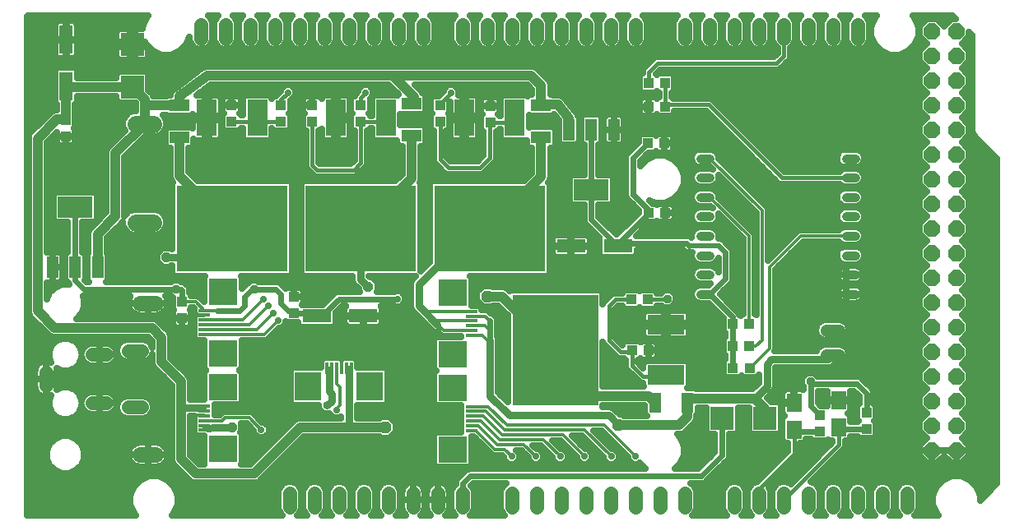
<source format=gtl>
G75*
%MOIN*%
%OFA0B0*%
%FSLAX25Y25*%
%IPPOS*%
%LPD*%
%AMOC8*
5,1,8,0,0,1.08239X$1,22.5*
%
%ADD10C,0.05600*%
%ADD11OC8,0.06600*%
%ADD12R,0.09449X0.09449*%
%ADD13C,0.07000*%
%ADD14R,0.05512X0.11811*%
%ADD15R,0.03937X0.04331*%
%ADD16R,0.04331X0.03937*%
%ADD17R,0.08000X0.15000*%
%ADD18R,0.45000X0.35000*%
%ADD19R,0.08000X0.05000*%
%ADD20R,0.05906X0.07677*%
%ADD21R,0.04800X0.08800*%
%ADD22R,0.14173X0.08661*%
%ADD23R,0.11811X0.05512*%
%ADD24C,0.03756*%
%ADD25R,0.04724X0.01181*%
%ADD26R,0.11811X0.10630*%
%ADD27R,0.01181X0.04724*%
%ADD28R,0.10630X0.11811*%
%ADD29C,0.05512*%
%ADD30C,0.06299*%
%ADD31R,0.15000X0.08000*%
%ADD32R,0.35000X0.45000*%
%ADD33R,0.05000X0.08000*%
%ADD34C,0.04937*%
%ADD35OC8,0.03362*%
%ADD36C,0.02500*%
%ADD37C,0.01181*%
%ADD38OC8,0.02575*%
%ADD39C,0.01575*%
%ADD40C,0.03937*%
%ADD41OC8,0.04937*%
%ADD42C,0.03150*%
%ADD43C,0.02362*%
%ADD44OC8,0.02969*%
%ADD45OC8,0.04150*%
%ADD46C,0.01969*%
D10*
X0149170Y0032860D02*
X0149170Y0038460D01*
X0159170Y0038460D02*
X0159170Y0032860D01*
X0169170Y0032860D02*
X0169170Y0038460D01*
X0179170Y0038460D02*
X0179170Y0032860D01*
X0189170Y0032860D02*
X0189170Y0038460D01*
X0199170Y0038460D02*
X0199170Y0032860D01*
X0209170Y0032860D02*
X0209170Y0038460D01*
X0219170Y0038460D02*
X0219170Y0032860D01*
X0239170Y0032860D02*
X0239170Y0038460D01*
X0249170Y0038460D02*
X0249170Y0032860D01*
X0259170Y0032860D02*
X0259170Y0038460D01*
X0269170Y0038460D02*
X0269170Y0032860D01*
X0279170Y0032860D02*
X0279170Y0038460D01*
X0289170Y0038460D02*
X0289170Y0032860D01*
X0299170Y0032860D02*
X0299170Y0038460D01*
X0309170Y0038460D02*
X0309170Y0032860D01*
X0329170Y0032860D02*
X0329170Y0038460D01*
X0339170Y0038460D02*
X0339170Y0032860D01*
X0349170Y0032860D02*
X0349170Y0038460D01*
X0359170Y0038460D02*
X0359170Y0032860D01*
X0369170Y0032860D02*
X0369170Y0038460D01*
X0379170Y0038460D02*
X0379170Y0032860D01*
X0389170Y0032860D02*
X0389170Y0038460D01*
X0399170Y0038460D02*
X0399170Y0032860D01*
X0379170Y0222860D02*
X0379170Y0228460D01*
X0369170Y0228460D02*
X0369170Y0222860D01*
X0359170Y0222860D02*
X0359170Y0228460D01*
X0349170Y0228460D02*
X0349170Y0222860D01*
X0339170Y0222860D02*
X0339170Y0228460D01*
X0329170Y0228460D02*
X0329170Y0222860D01*
X0319170Y0222860D02*
X0319170Y0228460D01*
X0309170Y0228460D02*
X0309170Y0222860D01*
X0289170Y0222860D02*
X0289170Y0228460D01*
X0279170Y0228460D02*
X0279170Y0222860D01*
X0269170Y0222860D02*
X0269170Y0228460D01*
X0259170Y0228460D02*
X0259170Y0222860D01*
X0249170Y0222860D02*
X0249170Y0228460D01*
X0239170Y0228460D02*
X0239170Y0222860D01*
X0229170Y0222860D02*
X0229170Y0228460D01*
X0219170Y0228460D02*
X0219170Y0222860D01*
X0203170Y0222860D02*
X0203170Y0228460D01*
X0193170Y0228460D02*
X0193170Y0222860D01*
X0183170Y0222860D02*
X0183170Y0228460D01*
X0173170Y0228460D02*
X0173170Y0222860D01*
X0163170Y0222860D02*
X0163170Y0228460D01*
X0153170Y0228460D02*
X0153170Y0222860D01*
X0143170Y0222860D02*
X0143170Y0228460D01*
X0133170Y0228460D02*
X0133170Y0222860D01*
X0123170Y0222860D02*
X0123170Y0228460D01*
X0113170Y0228460D02*
X0113170Y0222860D01*
D11*
X0409170Y0225660D03*
X0419170Y0225660D03*
X0419170Y0215660D03*
X0409170Y0215660D03*
X0409170Y0205660D03*
X0419170Y0205660D03*
X0419170Y0195660D03*
X0409170Y0195660D03*
X0409170Y0185660D03*
X0419170Y0185660D03*
X0419170Y0175660D03*
X0409170Y0175660D03*
X0409170Y0165660D03*
X0419170Y0165660D03*
X0419170Y0155660D03*
X0409170Y0155660D03*
X0409170Y0145660D03*
X0419170Y0145660D03*
X0419170Y0135660D03*
X0409170Y0135660D03*
X0409170Y0125660D03*
X0419170Y0125660D03*
X0419170Y0115660D03*
X0409170Y0115660D03*
X0409170Y0105660D03*
X0419170Y0105660D03*
X0419170Y0095660D03*
X0409170Y0095660D03*
X0409170Y0085660D03*
X0419170Y0085660D03*
X0419170Y0075660D03*
X0409170Y0075660D03*
X0409170Y0065660D03*
X0419170Y0065660D03*
X0419170Y0055660D03*
X0409170Y0055660D03*
D12*
X0341532Y0068770D03*
X0324209Y0068770D03*
X0085430Y0203022D03*
X0085430Y0220345D03*
D13*
X0086851Y0188179D02*
X0093851Y0188179D01*
X0093851Y0148179D02*
X0086851Y0148179D01*
D14*
X0058540Y0203337D03*
X0058540Y0222234D03*
D15*
X0058461Y0189833D03*
X0058461Y0183140D03*
X0105509Y0116014D03*
X0105509Y0109321D03*
X0287527Y0116949D03*
X0294220Y0116949D03*
X0328423Y0106960D03*
X0335116Y0106960D03*
X0335216Y0098060D03*
X0328523Y0098060D03*
X0328623Y0089160D03*
X0335316Y0089160D03*
X0294342Y0096280D03*
X0287649Y0096280D03*
X0294076Y0180244D03*
X0300769Y0180244D03*
X0301217Y0195148D03*
X0294524Y0195148D03*
X0294524Y0204754D03*
X0301217Y0204754D03*
D16*
X0230312Y0195384D03*
X0230312Y0188691D03*
X0210036Y0189006D03*
X0210036Y0195699D03*
X0177813Y0195632D03*
X0177813Y0188939D03*
X0158260Y0188939D03*
X0158260Y0195632D03*
X0145574Y0195732D03*
X0145574Y0189039D03*
X0125620Y0189039D03*
X0125620Y0195732D03*
X0150821Y0118123D03*
X0150821Y0111430D03*
X0294403Y0151949D03*
X0301096Y0151949D03*
X0363737Y0069990D03*
X0363737Y0063297D03*
X0382674Y0064282D03*
X0382674Y0070974D03*
D17*
X0240292Y0190541D03*
X0219859Y0190541D03*
X0188166Y0190581D03*
X0167733Y0190581D03*
X0136001Y0190581D03*
X0115568Y0190581D03*
D18*
X0125784Y0145738D03*
X0177949Y0145738D03*
X0230075Y0145699D03*
D19*
X0250955Y0182635D03*
X0250955Y0195635D03*
X0198364Y0196417D03*
X0198364Y0183417D03*
X0104501Y0182545D03*
X0104501Y0195545D03*
D20*
X0353304Y0075010D03*
X0353304Y0064183D03*
X0371453Y0065167D03*
X0371453Y0075994D03*
D21*
X0280370Y0185760D03*
X0271270Y0185760D03*
X0262170Y0185760D03*
X0071301Y0129995D03*
X0062201Y0129995D03*
X0053101Y0129995D03*
D22*
X0062201Y0154396D03*
X0271270Y0161359D03*
D23*
X0263074Y0138612D03*
X0281972Y0138612D03*
X0178934Y0110305D03*
X0160036Y0110305D03*
D24*
X0315461Y0119076D02*
X0319217Y0119076D01*
X0319217Y0126950D02*
X0315461Y0126950D01*
X0315461Y0134824D02*
X0319217Y0134824D01*
X0319217Y0142698D02*
X0315461Y0142698D01*
X0315461Y0150572D02*
X0319217Y0150572D01*
X0319217Y0158446D02*
X0315461Y0158446D01*
X0315461Y0166320D02*
X0319217Y0166320D01*
X0319217Y0174194D02*
X0315461Y0174194D01*
X0374335Y0174194D02*
X0378091Y0174194D01*
X0378091Y0166320D02*
X0374335Y0166320D01*
X0374335Y0158446D02*
X0378091Y0158446D01*
X0378091Y0150572D02*
X0374335Y0150572D01*
X0374335Y0142698D02*
X0378091Y0142698D01*
X0378091Y0134824D02*
X0374335Y0134824D01*
X0374335Y0126950D02*
X0378091Y0126950D01*
X0378091Y0119076D02*
X0374335Y0119076D01*
D25*
X0222683Y0112164D03*
X0222683Y0110196D03*
X0222683Y0108227D03*
X0222683Y0106259D03*
X0222683Y0104290D03*
X0222683Y0102322D03*
X0222683Y0073519D03*
X0222683Y0071550D03*
X0222683Y0069582D03*
X0222683Y0067613D03*
X0222683Y0065645D03*
X0222683Y0063676D03*
X0114515Y0063895D03*
X0114515Y0065863D03*
X0114515Y0067832D03*
X0114515Y0069800D03*
X0114515Y0071769D03*
X0114515Y0073737D03*
X0114515Y0102671D03*
X0114515Y0104639D03*
X0114515Y0106608D03*
X0114515Y0108576D03*
X0114515Y0110545D03*
X0114515Y0112513D03*
D26*
X0121995Y0120111D03*
X0121995Y0095072D03*
X0121995Y0081336D03*
X0121995Y0056297D03*
X0215203Y0056078D03*
X0215203Y0081117D03*
X0215203Y0094723D03*
X0215203Y0119763D03*
D27*
X0173992Y0089094D03*
X0172023Y0089094D03*
X0170055Y0089094D03*
X0168086Y0089094D03*
X0166118Y0089094D03*
X0164149Y0089094D03*
D28*
X0156551Y0081614D03*
X0181590Y0081614D03*
D29*
X0089170Y0073297D02*
X0083658Y0073297D01*
X0074800Y0074872D02*
X0069288Y0074872D01*
X0050390Y0081959D02*
X0050390Y0087471D01*
X0069288Y0094557D02*
X0074800Y0094557D01*
X0083658Y0096132D02*
X0089170Y0096132D01*
D30*
X0088579Y0115423D02*
X0094879Y0115423D01*
X0094879Y0054006D02*
X0088579Y0054006D01*
D31*
X0301532Y0086309D03*
X0301532Y0106742D03*
D32*
X0256690Y0096526D03*
D33*
X0297139Y0075197D03*
X0310139Y0075197D03*
D34*
X0366426Y0094478D02*
X0371363Y0094478D01*
X0371363Y0104478D02*
X0366426Y0104478D01*
D35*
X0365942Y0122116D03*
X0364957Y0126053D03*
X0320666Y0105384D03*
X0301965Y0117195D03*
X0286217Y0107352D03*
X0292123Y0129006D03*
X0235036Y0103415D03*
X0285233Y0084715D03*
X0284249Y0071919D03*
X0311808Y0060108D03*
X0319682Y0036486D03*
X0359052Y0057156D03*
X0377753Y0076841D03*
X0377753Y0086683D03*
X0360036Y0083730D03*
X0347241Y0085699D03*
X0408264Y0040423D03*
X0228146Y0035502D03*
X0139564Y0035502D03*
X0111020Y0059124D03*
X0111020Y0096526D03*
X0145469Y0103415D03*
X0134642Y0121132D03*
X0151375Y0125069D03*
X0103146Y0121132D03*
X0087398Y0132943D03*
X0063776Y0169360D03*
X0114957Y0176250D03*
X0136611Y0175266D03*
X0167123Y0178219D03*
X0187792Y0175266D03*
X0219288Y0178219D03*
X0240942Y0174282D03*
X0270469Y0199872D03*
X0299012Y0225463D03*
X0211414Y0225463D03*
X0160233Y0200856D03*
X0125784Y0201841D03*
X0098225Y0211683D03*
X0075587Y0227431D03*
X0064760Y0213652D03*
X0050981Y0213652D03*
D36*
X0042924Y0029560D02*
X0042951Y0029493D01*
X0043003Y0029441D01*
X0043070Y0029413D01*
X0043107Y0029410D01*
X0086915Y0029410D01*
X0086075Y0030250D01*
X0084621Y0033760D01*
X0084621Y0037559D01*
X0086075Y0041069D01*
X0088761Y0043755D01*
X0092270Y0045209D01*
X0096069Y0045209D01*
X0099579Y0043755D01*
X0102265Y0041069D01*
X0103719Y0037559D01*
X0103719Y0033760D01*
X0102265Y0030250D01*
X0101425Y0029410D01*
X0146185Y0029410D01*
X0145313Y0030282D01*
X0144620Y0031954D01*
X0144620Y0039365D01*
X0145313Y0041037D01*
X0146593Y0042317D01*
X0148265Y0043010D01*
X0150075Y0043010D01*
X0151747Y0042317D01*
X0153027Y0041037D01*
X0153720Y0039365D01*
X0153720Y0031954D01*
X0153027Y0030282D01*
X0152155Y0029410D01*
X0156185Y0029410D01*
X0155313Y0030282D01*
X0154620Y0031954D01*
X0154620Y0039365D01*
X0155313Y0041037D01*
X0156593Y0042317D01*
X0158265Y0043010D01*
X0160075Y0043010D01*
X0161747Y0042317D01*
X0163027Y0041037D01*
X0163720Y0039365D01*
X0163720Y0031954D01*
X0163027Y0030282D01*
X0162155Y0029410D01*
X0166185Y0029410D01*
X0165313Y0030282D01*
X0164620Y0031954D01*
X0164620Y0039365D01*
X0165313Y0041037D01*
X0166593Y0042317D01*
X0168265Y0043010D01*
X0170075Y0043010D01*
X0171747Y0042317D01*
X0173027Y0041037D01*
X0173720Y0039365D01*
X0173720Y0031954D01*
X0173027Y0030282D01*
X0172155Y0029410D01*
X0176185Y0029410D01*
X0175313Y0030282D01*
X0174620Y0031954D01*
X0174620Y0039365D01*
X0175313Y0041037D01*
X0176593Y0042317D01*
X0178265Y0043010D01*
X0180075Y0043010D01*
X0181747Y0042317D01*
X0183027Y0041037D01*
X0183720Y0039365D01*
X0183720Y0031954D01*
X0183027Y0030282D01*
X0182155Y0029410D01*
X0186185Y0029410D01*
X0185313Y0030282D01*
X0184620Y0031954D01*
X0184620Y0039365D01*
X0185313Y0041037D01*
X0186593Y0042317D01*
X0188265Y0043010D01*
X0190075Y0043010D01*
X0191747Y0042317D01*
X0193027Y0041037D01*
X0193720Y0039365D01*
X0193720Y0031954D01*
X0193027Y0030282D01*
X0192155Y0029410D01*
X0196185Y0029410D01*
X0195699Y0029895D01*
X0195278Y0030475D01*
X0194953Y0031113D01*
X0194732Y0031794D01*
X0194620Y0032501D01*
X0194620Y0035659D01*
X0199170Y0035659D01*
X0199170Y0035660D01*
X0199170Y0035660D01*
X0199170Y0043009D01*
X0199528Y0043010D01*
X0200235Y0042897D01*
X0200917Y0042676D01*
X0201555Y0042351D01*
X0202134Y0041930D01*
X0202640Y0041424D01*
X0203061Y0040844D01*
X0203387Y0040206D01*
X0203608Y0039525D01*
X0203720Y0038818D01*
X0203720Y0035660D01*
X0199170Y0035660D01*
X0199170Y0043010D01*
X0198812Y0043010D01*
X0198104Y0042897D01*
X0197423Y0042676D01*
X0196785Y0042351D01*
X0196206Y0041930D01*
X0195699Y0041424D01*
X0195278Y0040844D01*
X0194953Y0040206D01*
X0194732Y0039525D01*
X0194620Y0038818D01*
X0194620Y0035660D01*
X0199170Y0035660D01*
X0199170Y0035659D01*
X0203720Y0035659D01*
X0203720Y0032501D01*
X0203608Y0031794D01*
X0203387Y0031113D01*
X0203061Y0030475D01*
X0202640Y0029895D01*
X0202155Y0029410D01*
X0206185Y0029410D01*
X0205699Y0029895D01*
X0205278Y0030475D01*
X0204953Y0031113D01*
X0204732Y0031794D01*
X0204620Y0032501D01*
X0204620Y0035659D01*
X0209170Y0035659D01*
X0209170Y0035660D01*
X0209170Y0035660D01*
X0209170Y0043009D01*
X0209528Y0043010D01*
X0210235Y0042897D01*
X0210917Y0042676D01*
X0211555Y0042351D01*
X0212134Y0041930D01*
X0212640Y0041424D01*
X0213061Y0040844D01*
X0213387Y0040206D01*
X0213608Y0039525D01*
X0213720Y0038818D01*
X0213720Y0035660D01*
X0209170Y0035660D01*
X0209170Y0043010D01*
X0208812Y0043010D01*
X0208104Y0042897D01*
X0207423Y0042676D01*
X0206785Y0042351D01*
X0206206Y0041930D01*
X0205699Y0041424D01*
X0205278Y0040844D01*
X0204953Y0040206D01*
X0204732Y0039525D01*
X0204620Y0038818D01*
X0204620Y0035660D01*
X0209170Y0035660D01*
X0209170Y0035659D01*
X0213720Y0035659D01*
X0213720Y0032501D01*
X0213608Y0031794D01*
X0213387Y0031113D01*
X0213061Y0030475D01*
X0212640Y0029895D01*
X0212155Y0029410D01*
X0216185Y0029410D01*
X0215313Y0030282D01*
X0214620Y0031954D01*
X0214620Y0039365D01*
X0215313Y0041037D01*
X0216357Y0042081D01*
X0216357Y0042975D01*
X0216803Y0044052D01*
X0217628Y0044877D01*
X0220580Y0047829D01*
X0221658Y0048276D01*
X0293049Y0048276D01*
X0291075Y0050250D01*
X0290905Y0050659D01*
X0290428Y0050181D01*
X0287912Y0050181D01*
X0286133Y0051960D01*
X0286133Y0052946D01*
X0275405Y0063673D01*
X0272183Y0063673D01*
X0279600Y0056256D01*
X0280586Y0056256D01*
X0282365Y0054477D01*
X0282365Y0051960D01*
X0280586Y0050181D01*
X0278069Y0050181D01*
X0276290Y0051960D01*
X0276290Y0052946D01*
X0267531Y0061705D01*
X0263324Y0061705D01*
X0268773Y0056256D01*
X0269759Y0056256D01*
X0271538Y0054477D01*
X0271538Y0051960D01*
X0269759Y0050181D01*
X0267243Y0050181D01*
X0265463Y0051960D01*
X0265463Y0052946D01*
X0258673Y0059736D01*
X0255450Y0059736D01*
X0258931Y0056256D01*
X0259916Y0056256D01*
X0261696Y0054477D01*
X0261696Y0051960D01*
X0259916Y0050181D01*
X0257400Y0050181D01*
X0255621Y0051960D01*
X0255621Y0052946D01*
X0250799Y0057768D01*
X0247576Y0057768D01*
X0249088Y0056256D01*
X0250074Y0056256D01*
X0251853Y0054477D01*
X0251853Y0051960D01*
X0250074Y0050181D01*
X0247557Y0050181D01*
X0245778Y0051960D01*
X0245778Y0052946D01*
X0242925Y0055799D01*
X0240688Y0055799D01*
X0242010Y0054477D01*
X0242010Y0051960D01*
X0240231Y0050181D01*
X0237715Y0050181D01*
X0235936Y0051960D01*
X0235936Y0052946D01*
X0235051Y0053831D01*
X0231114Y0053831D01*
X0229743Y0055202D01*
X0223609Y0061336D01*
X0222859Y0061336D01*
X0222859Y0050038D01*
X0221833Y0049013D01*
X0208573Y0049013D01*
X0207548Y0050038D01*
X0207548Y0062117D01*
X0208573Y0063143D01*
X0218571Y0063143D01*
X0218571Y0074052D01*
X0208573Y0074052D01*
X0207548Y0075077D01*
X0207548Y0087157D01*
X0208311Y0087920D01*
X0207548Y0088683D01*
X0207548Y0100763D01*
X0208573Y0101788D01*
X0218571Y0101788D01*
X0218571Y0101950D01*
X0210554Y0101950D01*
X0208968Y0103536D01*
X0208292Y0103536D01*
X0207070Y0104042D01*
X0198753Y0112359D01*
X0198247Y0113581D01*
X0198247Y0123762D01*
X0198753Y0124984D01*
X0199688Y0125919D01*
X0200257Y0126488D01*
X0181274Y0126488D01*
X0181274Y0126446D01*
X0181779Y0125941D01*
X0182487Y0125941D01*
X0184727Y0123700D01*
X0184727Y0120532D01*
X0184321Y0120126D01*
X0191349Y0120126D01*
X0191455Y0120232D01*
X0193971Y0120232D01*
X0195751Y0118453D01*
X0195751Y0115937D01*
X0193971Y0114158D01*
X0191455Y0114158D01*
X0191349Y0114264D01*
X0186111Y0114264D01*
X0186240Y0114136D01*
X0186470Y0113737D01*
X0186589Y0113291D01*
X0186589Y0110433D01*
X0179062Y0110433D01*
X0179062Y0110177D01*
X0186589Y0110177D01*
X0186589Y0107319D01*
X0186470Y0106874D01*
X0186240Y0106475D01*
X0185914Y0106149D01*
X0185515Y0105919D01*
X0185070Y0105799D01*
X0179062Y0105799D01*
X0179062Y0110177D01*
X0178806Y0110177D01*
X0178806Y0105799D01*
X0172798Y0105799D01*
X0172353Y0105919D01*
X0171954Y0106149D01*
X0171628Y0106475D01*
X0171397Y0106874D01*
X0171278Y0107319D01*
X0171278Y0110177D01*
X0178806Y0110177D01*
X0178806Y0110433D01*
X0171278Y0110433D01*
X0171278Y0113291D01*
X0171397Y0113737D01*
X0171628Y0114136D01*
X0171756Y0114264D01*
X0170305Y0114264D01*
X0167692Y0111650D01*
X0167692Y0106824D01*
X0166666Y0105799D01*
X0153406Y0105799D01*
X0152381Y0106824D01*
X0152381Y0107711D01*
X0147931Y0107711D01*
X0147522Y0108120D01*
X0147522Y0107079D01*
X0145743Y0105299D01*
X0144758Y0105299D01*
X0139788Y0100330D01*
X0129651Y0100330D01*
X0129651Y0089032D01*
X0128822Y0088204D01*
X0129651Y0087376D01*
X0129651Y0075296D01*
X0128626Y0074271D01*
X0118627Y0074271D01*
X0118627Y0070173D01*
X0120727Y0070173D01*
X0121862Y0071307D01*
X0133643Y0071307D01*
X0135014Y0069936D01*
X0137868Y0067083D01*
X0138853Y0067083D01*
X0140633Y0065303D01*
X0140633Y0062787D01*
X0138853Y0061008D01*
X0136337Y0061008D01*
X0134558Y0062787D01*
X0134558Y0063773D01*
X0131704Y0066626D01*
X0129597Y0066626D01*
X0129609Y0066614D01*
X0129609Y0063445D01*
X0129075Y0062912D01*
X0129651Y0062336D01*
X0129651Y0050257D01*
X0129441Y0050047D01*
X0133102Y0050047D01*
X0150191Y0067136D01*
X0150191Y0067136D01*
X0151237Y0068182D01*
X0152604Y0068748D01*
X0169703Y0068748D01*
X0169703Y0069220D01*
X0169365Y0068882D01*
X0166849Y0068882D01*
X0165077Y0070654D01*
X0165050Y0070654D01*
X0164831Y0070563D01*
X0163509Y0070563D01*
X0163290Y0070654D01*
X0162830Y0070654D01*
X0162505Y0070979D01*
X0162287Y0071069D01*
X0161351Y0072005D01*
X0161261Y0072223D01*
X0160936Y0072548D01*
X0160936Y0073008D01*
X0160845Y0073227D01*
X0160845Y0073958D01*
X0150511Y0073958D01*
X0149486Y0074983D01*
X0149486Y0088244D01*
X0150511Y0089269D01*
X0161809Y0089269D01*
X0161809Y0092181D01*
X0162834Y0093206D01*
X0170055Y0093206D01*
X0170055Y0092553D01*
X0170055Y0092553D01*
X0170055Y0092553D01*
X0170055Y0093206D01*
X0175307Y0093206D01*
X0176333Y0092181D01*
X0176333Y0089362D01*
X0176353Y0089313D01*
X0176353Y0089269D01*
X0187630Y0089269D01*
X0188655Y0088244D01*
X0188655Y0074983D01*
X0187630Y0073958D01*
X0176353Y0073958D01*
X0176353Y0068748D01*
X0185545Y0068748D01*
X0186045Y0069248D01*
X0189539Y0069248D01*
X0192010Y0066777D01*
X0192010Y0063282D01*
X0189539Y0060811D01*
X0186045Y0060811D01*
X0185545Y0061311D01*
X0154883Y0061311D01*
X0137795Y0044222D01*
X0137795Y0044222D01*
X0136749Y0043176D01*
X0135382Y0042610D01*
X0110281Y0042610D01*
X0108914Y0043176D01*
X0107868Y0044222D01*
X0101962Y0050128D01*
X0101396Y0051495D01*
X0101396Y0082190D01*
X0094088Y0089498D01*
X0093522Y0090865D01*
X0093522Y0094865D01*
X0092990Y0093580D01*
X0091722Y0092312D01*
X0090066Y0091626D01*
X0082762Y0091626D01*
X0081106Y0092312D01*
X0079838Y0093580D01*
X0079306Y0094865D01*
X0079306Y0094557D01*
X0072044Y0094557D01*
X0072044Y0090051D01*
X0075154Y0090051D01*
X0075855Y0090162D01*
X0076530Y0090381D01*
X0077161Y0090703D01*
X0077735Y0091120D01*
X0078237Y0091622D01*
X0078654Y0092196D01*
X0078976Y0092827D01*
X0079195Y0093502D01*
X0079306Y0094203D01*
X0079306Y0094557D01*
X0072044Y0094557D01*
X0072044Y0094557D01*
X0072044Y0094557D01*
X0072044Y0090051D01*
X0068933Y0090051D01*
X0068233Y0090162D01*
X0067558Y0090381D01*
X0066926Y0090703D01*
X0066353Y0091120D01*
X0065851Y0091622D01*
X0065434Y0092196D01*
X0065112Y0092827D01*
X0064893Y0093502D01*
X0064861Y0093706D01*
X0064861Y0093245D01*
X0063857Y0090821D01*
X0062001Y0088965D01*
X0059577Y0087961D01*
X0056952Y0087961D01*
X0054660Y0088910D01*
X0054785Y0088526D01*
X0054896Y0087825D01*
X0054896Y0084715D01*
X0050391Y0084715D01*
X0050391Y0084715D01*
X0050390Y0084715D02*
X0050390Y0084715D01*
X0050390Y0084715D01*
X0045884Y0084715D01*
X0045885Y0087825D01*
X0045995Y0088526D01*
X0046215Y0089200D01*
X0046537Y0089832D01*
X0046954Y0090406D01*
X0047455Y0090907D01*
X0048029Y0091324D01*
X0048661Y0091646D01*
X0049335Y0091865D01*
X0050036Y0091976D01*
X0050390Y0091976D01*
X0050390Y0084715D01*
X0045885Y0084715D01*
X0045885Y0081604D01*
X0045995Y0080904D01*
X0046215Y0080229D01*
X0046537Y0079597D01*
X0046954Y0079023D01*
X0047455Y0078522D01*
X0048029Y0078105D01*
X0048661Y0077783D01*
X0049335Y0077564D01*
X0050036Y0077453D01*
X0050390Y0077453D01*
X0050390Y0084715D01*
X0050390Y0091976D01*
X0050745Y0091976D01*
X0051446Y0091865D01*
X0052120Y0091646D01*
X0052386Y0091511D01*
X0051668Y0093245D01*
X0051668Y0095869D01*
X0052672Y0098294D01*
X0054528Y0100149D01*
X0056952Y0101154D01*
X0059577Y0101154D01*
X0062001Y0100149D01*
X0063857Y0098294D01*
X0064861Y0095869D01*
X0064861Y0095409D01*
X0064893Y0095612D01*
X0065112Y0096287D01*
X0065434Y0096919D01*
X0065851Y0097493D01*
X0066353Y0097994D01*
X0066926Y0098411D01*
X0067558Y0098733D01*
X0068233Y0098952D01*
X0068933Y0099063D01*
X0072044Y0099063D01*
X0072044Y0094557D01*
X0072044Y0094557D01*
X0072044Y0099063D01*
X0075154Y0099063D01*
X0075855Y0098952D01*
X0076530Y0098733D01*
X0077161Y0098411D01*
X0077735Y0097994D01*
X0078237Y0097493D01*
X0078654Y0096919D01*
X0078976Y0096287D01*
X0079152Y0095743D01*
X0079152Y0097028D01*
X0079838Y0098684D01*
X0081106Y0099952D01*
X0082762Y0100638D01*
X0090066Y0100638D01*
X0091722Y0099952D01*
X0092990Y0098684D01*
X0093522Y0097399D01*
X0093522Y0099907D01*
X0091764Y0101665D01*
X0053194Y0101665D01*
X0051827Y0102232D01*
X0044938Y0109121D01*
X0043892Y0110167D01*
X0043325Y0111534D01*
X0043325Y0182895D01*
X0043892Y0184262D01*
X0051766Y0192136D01*
X0052812Y0193182D01*
X0054178Y0193748D01*
X0054822Y0193748D01*
X0054822Y0195919D01*
X0054034Y0196706D01*
X0054034Y0209967D01*
X0055059Y0210992D01*
X0062021Y0210992D01*
X0063046Y0209967D01*
X0063046Y0206740D01*
X0078955Y0206740D01*
X0078955Y0208471D01*
X0079980Y0209496D01*
X0090879Y0209496D01*
X0091904Y0208471D01*
X0091904Y0201806D01*
X0093503Y0200207D01*
X0093894Y0199264D01*
X0099245Y0199264D01*
X0099777Y0199795D01*
X0100783Y0199795D01*
X0100783Y0199998D01*
X0100890Y0200258D01*
X0100932Y0200535D01*
X0101171Y0200935D01*
X0101349Y0201365D01*
X0101548Y0201564D01*
X0101692Y0201804D01*
X0102066Y0202082D01*
X0102395Y0202411D01*
X0102654Y0202519D01*
X0113506Y0210569D01*
X0113835Y0210899D01*
X0114095Y0211006D01*
X0114320Y0211173D01*
X0114772Y0211286D01*
X0115202Y0211465D01*
X0115483Y0211465D01*
X0115755Y0211533D01*
X0116216Y0211465D01*
X0247587Y0211465D01*
X0248953Y0210899D01*
X0249999Y0209852D01*
X0254107Y0205745D01*
X0254673Y0204378D01*
X0254673Y0199885D01*
X0255680Y0199885D01*
X0255911Y0199654D01*
X0257123Y0199654D01*
X0257303Y0199708D01*
X0257857Y0199654D01*
X0258414Y0199654D01*
X0258588Y0199582D01*
X0258775Y0199563D01*
X0259266Y0199301D01*
X0259780Y0199087D01*
X0259913Y0198954D01*
X0260080Y0198865D01*
X0260433Y0198435D01*
X0260826Y0198041D01*
X0260898Y0197867D01*
X0264929Y0192955D01*
X0265322Y0192561D01*
X0265394Y0192387D01*
X0265514Y0192241D01*
X0265675Y0191709D01*
X0265803Y0191402D01*
X0266320Y0190884D01*
X0266320Y0180635D01*
X0265295Y0179610D01*
X0259045Y0179610D01*
X0258020Y0180635D01*
X0258020Y0189651D01*
X0256184Y0191889D01*
X0255680Y0191385D01*
X0246230Y0191385D01*
X0246042Y0191573D01*
X0246042Y0186697D01*
X0246230Y0186885D01*
X0255680Y0186885D01*
X0256705Y0185860D01*
X0256705Y0179410D01*
X0255680Y0178385D01*
X0254673Y0178385D01*
X0254673Y0165839D01*
X0254107Y0164472D01*
X0253942Y0164307D01*
X0254325Y0163924D01*
X0254325Y0127474D01*
X0253300Y0126449D01*
X0222212Y0126449D01*
X0222859Y0125802D01*
X0222859Y0114505D01*
X0225770Y0114505D01*
X0226796Y0113480D01*
X0226796Y0112536D01*
X0229225Y0112536D01*
X0230494Y0111268D01*
X0230698Y0111268D01*
X0231775Y0110822D01*
X0232600Y0109997D01*
X0233046Y0108920D01*
X0233046Y0102074D01*
X0233440Y0101124D01*
X0233440Y0079202D01*
X0237440Y0075202D01*
X0237440Y0110517D01*
X0233496Y0114461D01*
X0231378Y0114461D01*
X0230878Y0113961D01*
X0227383Y0113961D01*
X0224912Y0116432D01*
X0224912Y0119927D01*
X0227383Y0122398D01*
X0230878Y0122398D01*
X0231378Y0121898D01*
X0235776Y0121898D01*
X0237142Y0121332D01*
X0238082Y0120392D01*
X0238465Y0120776D01*
X0274914Y0120776D01*
X0275940Y0119751D01*
X0275940Y0115070D01*
X0276192Y0115680D01*
X0276906Y0116393D01*
X0279613Y0119100D01*
X0280546Y0119487D01*
X0283808Y0119487D01*
X0283808Y0119840D01*
X0284833Y0120865D01*
X0290220Y0120865D01*
X0290873Y0120212D01*
X0291526Y0120865D01*
X0296913Y0120865D01*
X0297938Y0119840D01*
X0297938Y0119487D01*
X0299405Y0119487D01*
X0300544Y0120626D01*
X0303386Y0120626D01*
X0305396Y0118616D01*
X0305396Y0115774D01*
X0303386Y0113764D01*
X0300544Y0113764D01*
X0299896Y0114412D01*
X0297938Y0114412D01*
X0297938Y0114059D01*
X0296913Y0113034D01*
X0291526Y0113034D01*
X0290873Y0113687D01*
X0290220Y0113034D01*
X0284833Y0113034D01*
X0283808Y0114059D01*
X0283808Y0114412D01*
X0282101Y0114412D01*
X0280881Y0113191D01*
X0280881Y0101514D01*
X0283930Y0098464D01*
X0283930Y0099170D01*
X0284955Y0100195D01*
X0290342Y0100195D01*
X0290995Y0099542D01*
X0291299Y0099846D01*
X0291698Y0100076D01*
X0292143Y0100195D01*
X0294342Y0100195D01*
X0294342Y0096280D01*
X0298060Y0096280D01*
X0298060Y0098676D01*
X0297941Y0099121D01*
X0297710Y0099520D01*
X0297385Y0099846D01*
X0296986Y0100076D01*
X0296540Y0100195D01*
X0294342Y0100195D01*
X0294342Y0096280D01*
X0294342Y0096280D01*
X0298060Y0096280D01*
X0298060Y0093884D01*
X0297941Y0093439D01*
X0297710Y0093040D01*
X0297385Y0092714D01*
X0296986Y0092484D01*
X0296540Y0092365D01*
X0294342Y0092365D01*
X0294342Y0096280D01*
X0294342Y0096280D01*
X0294342Y0096280D01*
X0294342Y0092365D01*
X0292143Y0092365D01*
X0291698Y0092484D01*
X0291299Y0092714D01*
X0290995Y0093018D01*
X0290342Y0092365D01*
X0290186Y0092365D01*
X0290186Y0091224D01*
X0292282Y0089128D01*
X0292282Y0091034D01*
X0293307Y0092059D01*
X0309757Y0092059D01*
X0310782Y0091034D01*
X0310782Y0081584D01*
X0310144Y0080947D01*
X0313364Y0080947D01*
X0313752Y0080559D01*
X0336415Y0080559D01*
X0338995Y0083139D01*
X0338995Y0086229D01*
X0338010Y0085244D01*
X0332623Y0085244D01*
X0331970Y0085897D01*
X0331317Y0085244D01*
X0325930Y0085244D01*
X0324905Y0086269D01*
X0324905Y0092050D01*
X0325592Y0092737D01*
X0325592Y0094382D01*
X0324805Y0095169D01*
X0324805Y0100950D01*
X0325492Y0101637D01*
X0325492Y0103282D01*
X0324705Y0104069D01*
X0324705Y0109443D01*
X0318700Y0115448D01*
X0314740Y0115448D01*
X0313406Y0116000D01*
X0312386Y0117021D01*
X0311833Y0118354D01*
X0311833Y0119798D01*
X0312386Y0121131D01*
X0313406Y0122152D01*
X0314740Y0122704D01*
X0318700Y0122704D01*
X0319318Y0123322D01*
X0314740Y0123322D01*
X0313406Y0123874D01*
X0312386Y0124895D01*
X0311833Y0126228D01*
X0311833Y0127672D01*
X0312386Y0129005D01*
X0313406Y0130026D01*
X0314740Y0130578D01*
X0319939Y0130578D01*
X0321272Y0130026D01*
X0322293Y0129005D01*
X0322656Y0128128D01*
X0322656Y0133646D01*
X0322293Y0132769D01*
X0321272Y0131748D01*
X0319939Y0131196D01*
X0314740Y0131196D01*
X0313406Y0131748D01*
X0312386Y0132769D01*
X0311833Y0134102D01*
X0311833Y0135546D01*
X0312069Y0136114D01*
X0311882Y0136114D01*
X0311407Y0135917D01*
X0310240Y0135917D01*
X0309163Y0136364D01*
X0308625Y0136902D01*
X0289627Y0136902D01*
X0289627Y0135131D01*
X0288602Y0134106D01*
X0275341Y0134106D01*
X0274316Y0135131D01*
X0274316Y0142093D01*
X0274331Y0142108D01*
X0268785Y0147654D01*
X0268339Y0148731D01*
X0268339Y0155278D01*
X0263458Y0155278D01*
X0262433Y0156303D01*
X0262433Y0166414D01*
X0263458Y0167439D01*
X0268339Y0167439D01*
X0268339Y0179610D01*
X0268145Y0179610D01*
X0267120Y0180635D01*
X0267120Y0190884D01*
X0268145Y0191910D01*
X0274395Y0191910D01*
X0275420Y0190884D01*
X0275420Y0180635D01*
X0274395Y0179610D01*
X0274201Y0179610D01*
X0274201Y0167439D01*
X0279081Y0167439D01*
X0280107Y0166414D01*
X0280107Y0156303D01*
X0279081Y0155278D01*
X0274201Y0155278D01*
X0274201Y0150528D01*
X0281519Y0143210D01*
X0290488Y0152179D01*
X0290488Y0153071D01*
X0286525Y0157033D01*
X0285701Y0157857D01*
X0285255Y0158935D01*
X0285255Y0174936D01*
X0285701Y0176014D01*
X0290358Y0180670D01*
X0290358Y0183134D01*
X0291383Y0184159D01*
X0296770Y0184159D01*
X0297423Y0183506D01*
X0297726Y0183809D01*
X0298125Y0184040D01*
X0298570Y0184159D01*
X0300769Y0184159D01*
X0300769Y0180244D01*
X0300769Y0180244D01*
X0300769Y0184159D01*
X0302968Y0184159D01*
X0303413Y0184040D01*
X0303812Y0183809D01*
X0304138Y0183484D01*
X0304368Y0183085D01*
X0304488Y0182640D01*
X0304488Y0180244D01*
X0300769Y0180244D01*
X0300769Y0180244D01*
X0300769Y0180244D01*
X0300769Y0176328D01*
X0298570Y0176328D01*
X0298125Y0176448D01*
X0297726Y0176678D01*
X0297423Y0176982D01*
X0296770Y0176328D01*
X0294306Y0176328D01*
X0291117Y0173139D01*
X0291117Y0171111D01*
X0293761Y0173755D01*
X0297270Y0175209D01*
X0301069Y0175209D01*
X0304579Y0173755D01*
X0307265Y0171069D01*
X0308719Y0167559D01*
X0308719Y0163760D01*
X0307265Y0160250D01*
X0304579Y0157564D01*
X0301069Y0156110D01*
X0297270Y0156110D01*
X0294655Y0157194D01*
X0296181Y0155668D01*
X0297293Y0155668D01*
X0297749Y0155212D01*
X0297856Y0155318D01*
X0298255Y0155549D01*
X0298700Y0155668D01*
X0301096Y0155668D01*
X0301096Y0151949D01*
X0301096Y0148231D01*
X0303492Y0148231D01*
X0303937Y0148350D01*
X0304336Y0148580D01*
X0304662Y0148906D01*
X0304892Y0149305D01*
X0305011Y0149750D01*
X0305011Y0151949D01*
X0301096Y0151949D01*
X0301096Y0151949D01*
X0301096Y0148231D01*
X0298700Y0148231D01*
X0298255Y0148350D01*
X0297856Y0148580D01*
X0297749Y0148687D01*
X0297293Y0148231D01*
X0294830Y0148231D01*
X0289363Y0142764D01*
X0310422Y0142764D01*
X0311500Y0142318D01*
X0311833Y0141984D01*
X0311833Y0143420D01*
X0312386Y0144753D01*
X0313406Y0145774D01*
X0314740Y0146326D01*
X0319939Y0146326D01*
X0321272Y0145774D01*
X0322293Y0144753D01*
X0322845Y0143420D01*
X0322845Y0141976D01*
X0322764Y0141780D01*
X0323218Y0141780D01*
X0324295Y0141333D01*
X0327248Y0138381D01*
X0328072Y0137556D01*
X0328518Y0136479D01*
X0328518Y0124863D01*
X0328072Y0123786D01*
X0323362Y0119076D01*
X0330908Y0111530D01*
X0331224Y0110767D01*
X0331770Y0110222D01*
X0332423Y0110875D01*
X0332776Y0110875D01*
X0332776Y0141577D01*
X0322694Y0151660D01*
X0322845Y0151294D01*
X0322845Y0149850D01*
X0322293Y0148517D01*
X0321272Y0147496D01*
X0319939Y0146944D01*
X0314740Y0146944D01*
X0313406Y0147496D01*
X0312386Y0148517D01*
X0311833Y0149850D01*
X0311833Y0151294D01*
X0312386Y0152627D01*
X0313406Y0153648D01*
X0314740Y0154200D01*
X0319939Y0154200D01*
X0320305Y0154048D01*
X0319535Y0154818D01*
X0314740Y0154818D01*
X0313406Y0155371D01*
X0312386Y0156391D01*
X0311833Y0157724D01*
X0311833Y0159168D01*
X0312386Y0160501D01*
X0313406Y0161522D01*
X0314740Y0162074D01*
X0319939Y0162074D01*
X0321272Y0161522D01*
X0322293Y0160501D01*
X0322845Y0159168D01*
X0322845Y0158128D01*
X0337457Y0143516D01*
X0337457Y0110875D01*
X0337810Y0110875D01*
X0338010Y0110674D01*
X0338010Y0152091D01*
X0322694Y0167408D01*
X0322845Y0167042D01*
X0322845Y0165598D01*
X0322293Y0164265D01*
X0321272Y0163245D01*
X0319939Y0162692D01*
X0314740Y0162692D01*
X0313406Y0163245D01*
X0312386Y0164265D01*
X0311833Y0165598D01*
X0311833Y0167042D01*
X0312386Y0168375D01*
X0313406Y0169396D01*
X0314740Y0169948D01*
X0319939Y0169948D01*
X0320305Y0169796D01*
X0319535Y0170566D01*
X0314740Y0170566D01*
X0313406Y0171119D01*
X0312386Y0172139D01*
X0311833Y0173473D01*
X0311833Y0174916D01*
X0312386Y0176249D01*
X0313406Y0177270D01*
X0314740Y0177822D01*
X0319939Y0177822D01*
X0321272Y0177270D01*
X0322293Y0176249D01*
X0322845Y0174916D01*
X0322845Y0173876D01*
X0342692Y0154030D01*
X0342692Y0132688D01*
X0355042Y0145039D01*
X0371545Y0145039D01*
X0372280Y0145774D01*
X0373614Y0146326D01*
X0378813Y0146326D01*
X0380146Y0145774D01*
X0381167Y0144753D01*
X0381719Y0143420D01*
X0381719Y0141976D01*
X0381167Y0140643D01*
X0380146Y0139622D01*
X0378813Y0139070D01*
X0373614Y0139070D01*
X0372280Y0139622D01*
X0371545Y0140358D01*
X0356981Y0140358D01*
X0345644Y0129021D01*
X0345644Y0096177D01*
X0345380Y0095913D01*
X0362454Y0095913D01*
X0362850Y0096868D01*
X0364036Y0098055D01*
X0365587Y0098697D01*
X0372202Y0098697D01*
X0373752Y0098055D01*
X0374939Y0096868D01*
X0375581Y0095318D01*
X0375581Y0093639D01*
X0374939Y0092089D01*
X0373752Y0090902D01*
X0372202Y0090260D01*
X0369378Y0090260D01*
X0368888Y0089770D01*
X0367666Y0089264D01*
X0345665Y0089264D01*
X0345644Y0089243D01*
X0345644Y0081101D01*
X0345138Y0079879D01*
X0342379Y0077119D01*
X0344253Y0075244D01*
X0346981Y0075244D01*
X0348007Y0074219D01*
X0348007Y0063320D01*
X0346981Y0062295D01*
X0336083Y0062295D01*
X0335058Y0063320D01*
X0335058Y0073122D01*
X0330684Y0073122D01*
X0330684Y0063320D01*
X0329659Y0062295D01*
X0327140Y0062295D01*
X0327140Y0053226D01*
X0326694Y0052149D01*
X0318230Y0043684D01*
X0317405Y0042860D01*
X0316328Y0042413D01*
X0311514Y0042413D01*
X0311747Y0042317D01*
X0313027Y0041037D01*
X0313720Y0039365D01*
X0313720Y0031954D01*
X0313027Y0030282D01*
X0312155Y0029410D01*
X0326185Y0029410D01*
X0325313Y0030282D01*
X0324620Y0031954D01*
X0324620Y0039365D01*
X0325313Y0041037D01*
X0326593Y0042317D01*
X0328265Y0043010D01*
X0330075Y0043010D01*
X0331747Y0042317D01*
X0333027Y0041037D01*
X0333720Y0039365D01*
X0333720Y0031954D01*
X0333027Y0030282D01*
X0332155Y0029410D01*
X0336185Y0029410D01*
X0335313Y0030282D01*
X0334620Y0031954D01*
X0334620Y0039365D01*
X0335313Y0041037D01*
X0336593Y0042317D01*
X0338265Y0043010D01*
X0338365Y0043010D01*
X0350766Y0055411D01*
X0350766Y0058595D01*
X0349626Y0058595D01*
X0348601Y0059620D01*
X0348601Y0068747D01*
X0349498Y0069643D01*
X0349277Y0069771D01*
X0348951Y0070097D01*
X0348720Y0070496D01*
X0348601Y0070941D01*
X0348601Y0074784D01*
X0353077Y0074784D01*
X0353077Y0075236D01*
X0348601Y0075236D01*
X0348601Y0079079D01*
X0348720Y0079524D01*
X0348951Y0079923D01*
X0349277Y0080249D01*
X0349676Y0080479D01*
X0350121Y0080598D01*
X0353077Y0080598D01*
X0353077Y0075236D01*
X0353530Y0075236D01*
X0353530Y0080598D01*
X0356487Y0080598D01*
X0356932Y0080479D01*
X0357105Y0080379D01*
X0357105Y0081809D01*
X0356605Y0082309D01*
X0356605Y0085152D01*
X0358615Y0087161D01*
X0361457Y0087161D01*
X0362942Y0085677D01*
X0379320Y0085677D01*
X0380397Y0085231D01*
X0381222Y0084406D01*
X0381222Y0084406D01*
X0384334Y0081294D01*
X0384334Y0081294D01*
X0385159Y0080469D01*
X0385605Y0079392D01*
X0385605Y0074652D01*
X0386589Y0073668D01*
X0386589Y0068281D01*
X0385936Y0067628D01*
X0386589Y0066975D01*
X0386589Y0061588D01*
X0385564Y0060563D01*
X0379784Y0060563D01*
X0378996Y0061350D01*
X0376156Y0061350D01*
X0376156Y0060604D01*
X0375131Y0059579D01*
X0373991Y0059579D01*
X0373991Y0057438D01*
X0373605Y0056506D01*
X0360099Y0043000D01*
X0361747Y0042317D01*
X0363027Y0041037D01*
X0363720Y0039365D01*
X0363720Y0031954D01*
X0363027Y0030282D01*
X0362155Y0029410D01*
X0366185Y0029410D01*
X0365313Y0030282D01*
X0364620Y0031954D01*
X0364620Y0039365D01*
X0365313Y0041037D01*
X0366593Y0042317D01*
X0368265Y0043010D01*
X0370075Y0043010D01*
X0371747Y0042317D01*
X0373027Y0041037D01*
X0373720Y0039365D01*
X0373720Y0031954D01*
X0373027Y0030282D01*
X0372155Y0029410D01*
X0376185Y0029410D01*
X0375313Y0030282D01*
X0374620Y0031954D01*
X0374620Y0039365D01*
X0375313Y0041037D01*
X0376593Y0042317D01*
X0378265Y0043010D01*
X0380075Y0043010D01*
X0381747Y0042317D01*
X0383027Y0041037D01*
X0383720Y0039365D01*
X0383720Y0031954D01*
X0383027Y0030282D01*
X0382155Y0029410D01*
X0386185Y0029410D01*
X0385313Y0030282D01*
X0384620Y0031954D01*
X0384620Y0039365D01*
X0385313Y0041037D01*
X0386593Y0042317D01*
X0388265Y0043010D01*
X0390075Y0043010D01*
X0391747Y0042317D01*
X0393027Y0041037D01*
X0393720Y0039365D01*
X0393720Y0031954D01*
X0393027Y0030282D01*
X0392155Y0029410D01*
X0396185Y0029410D01*
X0395313Y0030282D01*
X0394620Y0031954D01*
X0394620Y0039365D01*
X0395313Y0041037D01*
X0396593Y0042317D01*
X0398265Y0043010D01*
X0400075Y0043010D01*
X0401747Y0042317D01*
X0403027Y0041037D01*
X0403720Y0039365D01*
X0403720Y0031954D01*
X0403027Y0030282D01*
X0402155Y0029410D01*
X0411915Y0029410D01*
X0411075Y0030250D01*
X0409621Y0033760D01*
X0409621Y0037559D01*
X0411075Y0041069D01*
X0413761Y0043755D01*
X0417270Y0045209D01*
X0421069Y0045209D01*
X0424579Y0043755D01*
X0427265Y0041069D01*
X0428719Y0037559D01*
X0428719Y0035512D01*
X0435420Y0042213D01*
X0435420Y0174106D01*
X0427046Y0182480D01*
X0427046Y0182480D01*
X0425991Y0183535D01*
X0425420Y0184914D01*
X0425420Y0224106D01*
X0424220Y0225306D01*
X0424220Y0223568D01*
X0421312Y0220660D01*
X0424220Y0217751D01*
X0424220Y0213568D01*
X0421312Y0210660D01*
X0424220Y0207751D01*
X0424220Y0203568D01*
X0421312Y0200660D01*
X0424220Y0197751D01*
X0424220Y0193568D01*
X0421312Y0190660D01*
X0424220Y0187751D01*
X0424220Y0183568D01*
X0421312Y0180660D01*
X0424220Y0177751D01*
X0424220Y0173568D01*
X0421312Y0170660D01*
X0424220Y0167751D01*
X0424220Y0163568D01*
X0421312Y0160660D01*
X0424220Y0157751D01*
X0424220Y0153568D01*
X0421312Y0150660D01*
X0424220Y0147751D01*
X0424220Y0143568D01*
X0421312Y0140660D01*
X0424220Y0137751D01*
X0424220Y0133568D01*
X0421312Y0130660D01*
X0424220Y0127751D01*
X0424220Y0123568D01*
X0421312Y0120660D01*
X0424220Y0117751D01*
X0424220Y0113568D01*
X0421312Y0110660D01*
X0424220Y0107751D01*
X0424220Y0103568D01*
X0421312Y0100660D01*
X0424220Y0097751D01*
X0424220Y0093568D01*
X0421312Y0090660D01*
X0424220Y0087751D01*
X0424220Y0083568D01*
X0421312Y0080660D01*
X0424220Y0077751D01*
X0424220Y0073568D01*
X0421312Y0070660D01*
X0424220Y0067751D01*
X0424220Y0063568D01*
X0421312Y0060660D01*
X0424220Y0057751D01*
X0424220Y0055660D01*
X0419170Y0055660D01*
X0419170Y0055659D01*
X0419170Y0050610D01*
X0421262Y0050610D01*
X0424220Y0053568D01*
X0424220Y0055659D01*
X0419170Y0055659D01*
X0419170Y0055659D01*
X0419170Y0050610D01*
X0417078Y0050610D01*
X0414170Y0053518D01*
X0411262Y0050610D01*
X0409170Y0050610D01*
X0409170Y0055659D01*
X0409170Y0055659D01*
X0409170Y0050610D01*
X0407078Y0050610D01*
X0404120Y0053568D01*
X0404120Y0055659D01*
X0409170Y0055659D01*
X0409170Y0055660D01*
X0419170Y0055660D01*
X0419170Y0055659D01*
X0414220Y0055659D01*
X0409170Y0055659D01*
X0409170Y0055660D01*
X0404120Y0055660D01*
X0404120Y0057751D01*
X0407028Y0060660D01*
X0404120Y0063568D01*
X0404120Y0067751D01*
X0407028Y0070660D01*
X0404120Y0073568D01*
X0404120Y0077751D01*
X0407028Y0080660D01*
X0404120Y0083568D01*
X0404120Y0087751D01*
X0407028Y0090660D01*
X0404120Y0093568D01*
X0404120Y0097751D01*
X0407028Y0100660D01*
X0404120Y0103568D01*
X0404120Y0107751D01*
X0407028Y0110660D01*
X0404120Y0113568D01*
X0404120Y0117751D01*
X0407028Y0120660D01*
X0404120Y0123568D01*
X0404120Y0127751D01*
X0407028Y0130660D01*
X0404120Y0133568D01*
X0404120Y0137751D01*
X0407028Y0140660D01*
X0404120Y0143568D01*
X0404120Y0147751D01*
X0407028Y0150660D01*
X0404120Y0153568D01*
X0404120Y0157751D01*
X0407028Y0160660D01*
X0404120Y0163568D01*
X0404120Y0167751D01*
X0407028Y0170660D01*
X0404120Y0173568D01*
X0404120Y0177751D01*
X0407028Y0180660D01*
X0404120Y0183568D01*
X0404120Y0187751D01*
X0407028Y0190660D01*
X0404120Y0193568D01*
X0404120Y0197751D01*
X0407028Y0200660D01*
X0404120Y0203568D01*
X0404120Y0207751D01*
X0407028Y0210660D01*
X0404120Y0213568D01*
X0404120Y0217751D01*
X0407028Y0220660D01*
X0404120Y0223568D01*
X0404120Y0227751D01*
X0407078Y0230710D01*
X0411262Y0230710D01*
X0414170Y0227801D01*
X0417078Y0230710D01*
X0418817Y0230710D01*
X0417617Y0231910D01*
X0401425Y0231910D01*
X0402265Y0231069D01*
X0403719Y0227559D01*
X0403719Y0223760D01*
X0402265Y0220250D01*
X0399579Y0217564D01*
X0396069Y0216110D01*
X0392270Y0216110D01*
X0388761Y0217564D01*
X0386075Y0220250D01*
X0384621Y0223760D01*
X0384621Y0227559D01*
X0386075Y0231069D01*
X0386915Y0231910D01*
X0382155Y0231910D01*
X0383027Y0231037D01*
X0383720Y0229365D01*
X0383720Y0221954D01*
X0383027Y0220282D01*
X0381747Y0219002D01*
X0380075Y0218310D01*
X0378265Y0218310D01*
X0376593Y0219002D01*
X0375313Y0220282D01*
X0374620Y0221954D01*
X0374620Y0229365D01*
X0375313Y0231037D01*
X0376185Y0231910D01*
X0372155Y0231910D01*
X0373027Y0231037D01*
X0373720Y0229365D01*
X0373720Y0221954D01*
X0373027Y0220282D01*
X0371747Y0219002D01*
X0370075Y0218310D01*
X0368265Y0218310D01*
X0366593Y0219002D01*
X0365313Y0220282D01*
X0364620Y0221954D01*
X0364620Y0229365D01*
X0365313Y0231037D01*
X0366185Y0231910D01*
X0362155Y0231910D01*
X0363027Y0231037D01*
X0363720Y0229365D01*
X0363720Y0221954D01*
X0363027Y0220282D01*
X0361747Y0219002D01*
X0360075Y0218310D01*
X0358265Y0218310D01*
X0356593Y0219002D01*
X0355313Y0220282D01*
X0354620Y0221954D01*
X0354620Y0229365D01*
X0355313Y0231037D01*
X0356185Y0231910D01*
X0352155Y0231910D01*
X0353027Y0231037D01*
X0353720Y0229365D01*
X0353720Y0221954D01*
X0353027Y0220282D01*
X0351747Y0219002D01*
X0351747Y0219002D01*
X0351747Y0215115D01*
X0351360Y0214183D01*
X0350647Y0213469D01*
X0347694Y0210516D01*
X0346761Y0210130D01*
X0299079Y0210130D01*
X0297418Y0208469D01*
X0297871Y0208016D01*
X0298524Y0208669D01*
X0303911Y0208669D01*
X0304936Y0207644D01*
X0304936Y0201864D01*
X0303911Y0200839D01*
X0303755Y0200839D01*
X0303755Y0199063D01*
X0303911Y0199063D01*
X0304501Y0198473D01*
X0319202Y0198473D01*
X0320135Y0198086D01*
X0320849Y0197372D01*
X0349363Y0168858D01*
X0371742Y0168858D01*
X0372280Y0169396D01*
X0373614Y0169948D01*
X0378813Y0169948D01*
X0380146Y0169396D01*
X0381167Y0168375D01*
X0381719Y0167042D01*
X0381719Y0165598D01*
X0381167Y0164265D01*
X0380146Y0163245D01*
X0378813Y0162692D01*
X0373614Y0162692D01*
X0372280Y0163245D01*
X0371742Y0163783D01*
X0347808Y0163783D01*
X0346875Y0164169D01*
X0317646Y0193398D01*
X0304936Y0193398D01*
X0304936Y0192257D01*
X0303911Y0191232D01*
X0298524Y0191232D01*
X0297871Y0191885D01*
X0297567Y0191582D01*
X0297168Y0191352D01*
X0296723Y0191232D01*
X0294524Y0191232D01*
X0294524Y0195148D01*
X0294524Y0199063D01*
X0292325Y0199063D01*
X0291880Y0198944D01*
X0291481Y0198713D01*
X0291155Y0198388D01*
X0290925Y0197989D01*
X0290806Y0197543D01*
X0290806Y0195148D01*
X0294524Y0195148D01*
X0294524Y0195148D01*
X0294524Y0195148D01*
X0294524Y0199063D01*
X0296723Y0199063D01*
X0297168Y0198944D01*
X0297567Y0198713D01*
X0297871Y0198410D01*
X0298524Y0199063D01*
X0298680Y0199063D01*
X0298680Y0200839D01*
X0298524Y0200839D01*
X0297871Y0201492D01*
X0297218Y0200839D01*
X0291831Y0200839D01*
X0290806Y0201864D01*
X0290806Y0207644D01*
X0291831Y0208669D01*
X0291987Y0208669D01*
X0291987Y0209668D01*
X0292373Y0210601D01*
X0295877Y0214105D01*
X0296591Y0214818D01*
X0297523Y0215205D01*
X0345206Y0215205D01*
X0346672Y0216671D01*
X0346672Y0218969D01*
X0346593Y0219002D01*
X0345313Y0220282D01*
X0344620Y0221954D01*
X0344620Y0229365D01*
X0345313Y0231037D01*
X0346185Y0231910D01*
X0342155Y0231910D01*
X0343027Y0231037D01*
X0343720Y0229365D01*
X0343720Y0221954D01*
X0343027Y0220282D01*
X0341747Y0219002D01*
X0340075Y0218310D01*
X0338265Y0218310D01*
X0336593Y0219002D01*
X0335313Y0220282D01*
X0334620Y0221954D01*
X0334620Y0229365D01*
X0335313Y0231037D01*
X0336185Y0231910D01*
X0332155Y0231910D01*
X0333027Y0231037D01*
X0333720Y0229365D01*
X0333720Y0221954D01*
X0333027Y0220282D01*
X0331747Y0219002D01*
X0330075Y0218310D01*
X0328265Y0218310D01*
X0326593Y0219002D01*
X0325313Y0220282D01*
X0324620Y0221954D01*
X0324620Y0229365D01*
X0325313Y0231037D01*
X0326185Y0231910D01*
X0322155Y0231910D01*
X0323027Y0231037D01*
X0323720Y0229365D01*
X0323720Y0221954D01*
X0323027Y0220282D01*
X0321747Y0219002D01*
X0320075Y0218310D01*
X0318265Y0218310D01*
X0316593Y0219002D01*
X0315313Y0220282D01*
X0314620Y0221954D01*
X0314620Y0229365D01*
X0315313Y0231037D01*
X0316185Y0231910D01*
X0312155Y0231910D01*
X0313027Y0231037D01*
X0313720Y0229365D01*
X0313720Y0221954D01*
X0313027Y0220282D01*
X0311747Y0219002D01*
X0310075Y0218310D01*
X0308265Y0218310D01*
X0306593Y0219002D01*
X0305313Y0220282D01*
X0304620Y0221954D01*
X0304620Y0229365D01*
X0305313Y0231037D01*
X0306185Y0231910D01*
X0292155Y0231910D01*
X0293027Y0231037D01*
X0293720Y0229365D01*
X0293720Y0221954D01*
X0293027Y0220282D01*
X0291747Y0219002D01*
X0290075Y0218310D01*
X0288265Y0218310D01*
X0286593Y0219002D01*
X0285313Y0220282D01*
X0284620Y0221954D01*
X0284620Y0229365D01*
X0285313Y0231037D01*
X0286185Y0231910D01*
X0282155Y0231910D01*
X0283027Y0231037D01*
X0283720Y0229365D01*
X0283720Y0221954D01*
X0283027Y0220282D01*
X0281747Y0219002D01*
X0280075Y0218310D01*
X0278265Y0218310D01*
X0276593Y0219002D01*
X0275313Y0220282D01*
X0274620Y0221954D01*
X0274620Y0229365D01*
X0275313Y0231037D01*
X0276185Y0231910D01*
X0272155Y0231910D01*
X0273027Y0231037D01*
X0273720Y0229365D01*
X0273720Y0221954D01*
X0273027Y0220282D01*
X0271747Y0219002D01*
X0270075Y0218310D01*
X0268265Y0218310D01*
X0266593Y0219002D01*
X0265313Y0220282D01*
X0264620Y0221954D01*
X0264620Y0229365D01*
X0265313Y0231037D01*
X0266185Y0231910D01*
X0262155Y0231910D01*
X0263027Y0231037D01*
X0263720Y0229365D01*
X0263720Y0221954D01*
X0263027Y0220282D01*
X0261747Y0219002D01*
X0260075Y0218310D01*
X0258265Y0218310D01*
X0256593Y0219002D01*
X0255313Y0220282D01*
X0254620Y0221954D01*
X0254620Y0229365D01*
X0255313Y0231037D01*
X0256185Y0231910D01*
X0252155Y0231910D01*
X0253027Y0231037D01*
X0253720Y0229365D01*
X0253720Y0221954D01*
X0253027Y0220282D01*
X0251747Y0219002D01*
X0250075Y0218310D01*
X0248265Y0218310D01*
X0246593Y0219002D01*
X0245313Y0220282D01*
X0244620Y0221954D01*
X0244620Y0229365D01*
X0245313Y0231037D01*
X0246185Y0231910D01*
X0242155Y0231910D01*
X0243027Y0231037D01*
X0243720Y0229365D01*
X0243720Y0221954D01*
X0243027Y0220282D01*
X0241747Y0219002D01*
X0240075Y0218310D01*
X0238265Y0218310D01*
X0236593Y0219002D01*
X0235313Y0220282D01*
X0234620Y0221954D01*
X0234620Y0229365D01*
X0235313Y0231037D01*
X0236185Y0231910D01*
X0232155Y0231910D01*
X0233027Y0231037D01*
X0233720Y0229365D01*
X0233720Y0221954D01*
X0233027Y0220282D01*
X0231747Y0219002D01*
X0230075Y0218310D01*
X0228265Y0218310D01*
X0226593Y0219002D01*
X0225313Y0220282D01*
X0224620Y0221954D01*
X0224620Y0229365D01*
X0225313Y0231037D01*
X0226185Y0231910D01*
X0222155Y0231910D01*
X0223027Y0231037D01*
X0223720Y0229365D01*
X0223720Y0221954D01*
X0223027Y0220282D01*
X0221747Y0219002D01*
X0220075Y0218310D01*
X0218265Y0218310D01*
X0216593Y0219002D01*
X0215313Y0220282D01*
X0214620Y0221954D01*
X0214620Y0229365D01*
X0215313Y0231037D01*
X0216185Y0231910D01*
X0206155Y0231910D01*
X0207027Y0231037D01*
X0207720Y0229365D01*
X0207720Y0221954D01*
X0207027Y0220282D01*
X0205747Y0219002D01*
X0204075Y0218310D01*
X0202265Y0218310D01*
X0200593Y0219002D01*
X0199313Y0220282D01*
X0198620Y0221954D01*
X0198620Y0229365D01*
X0199313Y0231037D01*
X0200185Y0231910D01*
X0196155Y0231910D01*
X0197027Y0231037D01*
X0197720Y0229365D01*
X0197720Y0221954D01*
X0197027Y0220282D01*
X0195747Y0219002D01*
X0194075Y0218310D01*
X0192265Y0218310D01*
X0190593Y0219002D01*
X0189313Y0220282D01*
X0188620Y0221954D01*
X0188620Y0229365D01*
X0189313Y0231037D01*
X0190185Y0231910D01*
X0186155Y0231910D01*
X0187027Y0231037D01*
X0187720Y0229365D01*
X0187720Y0221954D01*
X0187027Y0220282D01*
X0185747Y0219002D01*
X0184075Y0218310D01*
X0182265Y0218310D01*
X0180593Y0219002D01*
X0179313Y0220282D01*
X0178620Y0221954D01*
X0178620Y0229365D01*
X0179313Y0231037D01*
X0180185Y0231910D01*
X0176155Y0231910D01*
X0177027Y0231037D01*
X0177720Y0229365D01*
X0177720Y0221954D01*
X0177027Y0220282D01*
X0175747Y0219002D01*
X0174075Y0218310D01*
X0172265Y0218310D01*
X0170593Y0219002D01*
X0169313Y0220282D01*
X0168620Y0221954D01*
X0168620Y0229365D01*
X0169313Y0231037D01*
X0170185Y0231910D01*
X0166155Y0231910D01*
X0167027Y0231037D01*
X0167720Y0229365D01*
X0167720Y0221954D01*
X0167027Y0220282D01*
X0165747Y0219002D01*
X0164075Y0218310D01*
X0162265Y0218310D01*
X0160593Y0219002D01*
X0159313Y0220282D01*
X0158620Y0221954D01*
X0158620Y0229365D01*
X0159313Y0231037D01*
X0160185Y0231910D01*
X0156155Y0231910D01*
X0157027Y0231037D01*
X0157720Y0229365D01*
X0157720Y0221954D01*
X0157027Y0220282D01*
X0155747Y0219002D01*
X0154075Y0218310D01*
X0152265Y0218310D01*
X0150593Y0219002D01*
X0149313Y0220282D01*
X0148620Y0221954D01*
X0148620Y0229365D01*
X0149313Y0231037D01*
X0150185Y0231910D01*
X0146155Y0231910D01*
X0147027Y0231037D01*
X0147720Y0229365D01*
X0147720Y0221954D01*
X0147027Y0220282D01*
X0145747Y0219002D01*
X0144075Y0218310D01*
X0142265Y0218310D01*
X0140593Y0219002D01*
X0139313Y0220282D01*
X0138620Y0221954D01*
X0138620Y0229365D01*
X0139313Y0231037D01*
X0140185Y0231910D01*
X0136155Y0231910D01*
X0137027Y0231037D01*
X0137720Y0229365D01*
X0137720Y0221954D01*
X0137027Y0220282D01*
X0135747Y0219002D01*
X0134075Y0218310D01*
X0132265Y0218310D01*
X0130593Y0219002D01*
X0129313Y0220282D01*
X0128620Y0221954D01*
X0128620Y0229365D01*
X0129313Y0231037D01*
X0130185Y0231910D01*
X0126155Y0231910D01*
X0127027Y0231037D01*
X0127720Y0229365D01*
X0127720Y0221954D01*
X0127027Y0220282D01*
X0125747Y0219002D01*
X0124075Y0218310D01*
X0122265Y0218310D01*
X0120593Y0219002D01*
X0119313Y0220282D01*
X0118620Y0221954D01*
X0118620Y0229365D01*
X0119313Y0231037D01*
X0120185Y0231910D01*
X0116155Y0231910D01*
X0117027Y0231037D01*
X0117720Y0229365D01*
X0117720Y0221954D01*
X0117027Y0220282D01*
X0115747Y0219002D01*
X0114075Y0218310D01*
X0112265Y0218310D01*
X0110593Y0219002D01*
X0109313Y0220282D01*
X0108620Y0221954D01*
X0108620Y0223521D01*
X0107265Y0220250D01*
X0104579Y0217564D01*
X0101069Y0216110D01*
X0097270Y0216110D01*
X0093761Y0217564D01*
X0091075Y0220250D01*
X0090575Y0221457D01*
X0086542Y0221457D01*
X0084318Y0221457D01*
X0084318Y0226819D01*
X0080475Y0226819D01*
X0080030Y0226700D01*
X0079631Y0226469D01*
X0079305Y0226143D01*
X0079075Y0225744D01*
X0078955Y0225299D01*
X0078955Y0221457D01*
X0084317Y0221457D01*
X0084317Y0219232D01*
X0078955Y0219232D01*
X0078955Y0215390D01*
X0079075Y0214945D01*
X0079305Y0214546D01*
X0079631Y0214220D01*
X0080030Y0213989D01*
X0080475Y0213870D01*
X0084318Y0213870D01*
X0084318Y0219232D01*
X0086542Y0219232D01*
X0086542Y0213870D01*
X0090385Y0213870D01*
X0090830Y0213989D01*
X0091229Y0214220D01*
X0091555Y0214546D01*
X0091785Y0214945D01*
X0091904Y0215390D01*
X0091904Y0219232D01*
X0086542Y0219232D01*
X0086542Y0221457D01*
X0086542Y0226819D01*
X0089621Y0226819D01*
X0089621Y0227559D01*
X0091075Y0231069D01*
X0091915Y0231910D01*
X0043107Y0231910D01*
X0043070Y0231906D01*
X0043003Y0231878D01*
X0042951Y0231826D01*
X0042924Y0231759D01*
X0042920Y0231723D01*
X0042920Y0029597D01*
X0042924Y0029560D01*
X0042920Y0030657D02*
X0085906Y0030657D01*
X0084871Y0033155D02*
X0042920Y0033155D01*
X0042920Y0035654D02*
X0084621Y0035654D01*
X0084866Y0038152D02*
X0042920Y0038152D01*
X0042920Y0040651D02*
X0085901Y0040651D01*
X0088155Y0043149D02*
X0042920Y0043149D01*
X0042920Y0045648D02*
X0106443Y0045648D01*
X0103944Y0048146D02*
X0063125Y0048146D01*
X0062559Y0047579D02*
X0064691Y0049712D01*
X0065845Y0052498D01*
X0065845Y0055514D01*
X0064691Y0058300D01*
X0062559Y0060433D01*
X0059772Y0061587D01*
X0056757Y0061587D01*
X0053970Y0060433D01*
X0051838Y0058300D01*
X0050684Y0055514D01*
X0050684Y0052498D01*
X0051838Y0049712D01*
X0053970Y0047579D01*
X0056757Y0046425D01*
X0059772Y0046425D01*
X0062559Y0047579D01*
X0065077Y0050645D02*
X0085012Y0050645D01*
X0084842Y0050814D02*
X0085388Y0050269D01*
X0086011Y0049815D01*
X0086699Y0049465D01*
X0087432Y0049227D01*
X0088194Y0049106D01*
X0091729Y0049106D01*
X0095264Y0049106D01*
X0096026Y0049227D01*
X0096759Y0049465D01*
X0097447Y0049815D01*
X0098070Y0050269D01*
X0098616Y0050814D01*
X0099069Y0051438D01*
X0099419Y0052125D01*
X0099658Y0052859D01*
X0099778Y0053620D01*
X0099778Y0054006D01*
X0099778Y0054392D01*
X0099658Y0055153D01*
X0099419Y0055887D01*
X0099069Y0056574D01*
X0098616Y0057198D01*
X0098070Y0057743D01*
X0097447Y0058196D01*
X0096759Y0058547D01*
X0096026Y0058785D01*
X0095264Y0058906D01*
X0091729Y0058906D01*
X0088194Y0058906D01*
X0087432Y0058785D01*
X0086699Y0058547D01*
X0086011Y0058196D01*
X0085388Y0057743D01*
X0084842Y0057198D01*
X0084389Y0056574D01*
X0084039Y0055887D01*
X0083800Y0055153D01*
X0083680Y0054392D01*
X0083680Y0054006D01*
X0083680Y0053620D01*
X0083800Y0052859D01*
X0084039Y0052125D01*
X0084389Y0051438D01*
X0084842Y0050814D01*
X0083755Y0053143D02*
X0065845Y0053143D01*
X0065792Y0055642D02*
X0083959Y0055642D01*
X0083680Y0054006D02*
X0091729Y0054006D01*
X0091729Y0054006D01*
X0091729Y0058906D01*
X0091729Y0054006D01*
X0099778Y0054006D01*
X0091729Y0054006D01*
X0091729Y0054006D01*
X0091729Y0054006D01*
X0091729Y0049106D01*
X0091729Y0054006D01*
X0091729Y0054006D01*
X0083680Y0054006D01*
X0085934Y0058140D02*
X0064757Y0058140D01*
X0062061Y0060639D02*
X0101396Y0060639D01*
X0101396Y0063137D02*
X0042920Y0063137D01*
X0042920Y0060639D02*
X0054468Y0060639D01*
X0051772Y0058140D02*
X0042920Y0058140D01*
X0042920Y0055642D02*
X0050737Y0055642D01*
X0050684Y0053143D02*
X0042920Y0053143D01*
X0042920Y0050645D02*
X0051451Y0050645D01*
X0053404Y0048146D02*
X0042920Y0048146D01*
X0042920Y0065636D02*
X0101396Y0065636D01*
X0101396Y0068134D02*
X0042920Y0068134D01*
X0042920Y0070633D02*
X0053175Y0070633D01*
X0052672Y0071136D02*
X0051668Y0073560D01*
X0051668Y0076184D01*
X0052386Y0077919D01*
X0052120Y0077783D01*
X0051446Y0077564D01*
X0050745Y0077453D01*
X0050390Y0077453D01*
X0050390Y0084715D01*
X0050390Y0084715D01*
X0050391Y0084715D02*
X0054896Y0084715D01*
X0054896Y0081604D01*
X0054785Y0080904D01*
X0054660Y0080519D01*
X0056952Y0081469D01*
X0059577Y0081469D01*
X0062001Y0080464D01*
X0063857Y0078609D01*
X0064861Y0076184D01*
X0064861Y0075724D01*
X0064893Y0075927D01*
X0065112Y0076602D01*
X0065434Y0077234D01*
X0065851Y0077808D01*
X0066353Y0078309D01*
X0066926Y0078726D01*
X0067558Y0079048D01*
X0068233Y0079267D01*
X0068933Y0079378D01*
X0072044Y0079378D01*
X0072044Y0074872D01*
X0072044Y0070366D01*
X0075154Y0070366D01*
X0075855Y0070477D01*
X0076530Y0070696D01*
X0077161Y0071018D01*
X0077735Y0071435D01*
X0078237Y0071937D01*
X0078654Y0072511D01*
X0078976Y0073142D01*
X0079152Y0073686D01*
X0079152Y0072401D01*
X0079838Y0070745D01*
X0081106Y0069477D01*
X0082762Y0068791D01*
X0090066Y0068791D01*
X0091722Y0069477D01*
X0092990Y0070745D01*
X0093676Y0072401D01*
X0093676Y0074194D01*
X0092990Y0075850D01*
X0091722Y0077117D01*
X0090066Y0077803D01*
X0082762Y0077803D01*
X0081106Y0077117D01*
X0079838Y0075850D01*
X0079306Y0074564D01*
X0079306Y0074872D01*
X0072044Y0074872D01*
X0072044Y0074872D01*
X0072044Y0074872D01*
X0072044Y0070366D01*
X0068933Y0070366D01*
X0068233Y0070477D01*
X0067558Y0070696D01*
X0066926Y0071018D01*
X0066353Y0071435D01*
X0065851Y0071937D01*
X0065434Y0072511D01*
X0065112Y0073142D01*
X0064893Y0073817D01*
X0064861Y0074020D01*
X0064861Y0073560D01*
X0063857Y0071136D01*
X0062001Y0069280D01*
X0059577Y0068276D01*
X0056952Y0068276D01*
X0054528Y0069280D01*
X0052672Y0071136D01*
X0051846Y0073131D02*
X0042920Y0073131D01*
X0042920Y0075630D02*
X0051668Y0075630D01*
X0050390Y0078128D02*
X0050390Y0078128D01*
X0047997Y0078128D02*
X0042920Y0078128D01*
X0042920Y0080627D02*
X0046085Y0080627D01*
X0045885Y0083125D02*
X0042920Y0083125D01*
X0042920Y0085624D02*
X0045885Y0085624D01*
X0045932Y0088122D02*
X0042920Y0088122D01*
X0042920Y0090621D02*
X0047168Y0090621D01*
X0050390Y0090621D02*
X0050390Y0090621D01*
X0050390Y0088122D02*
X0050390Y0088122D01*
X0050390Y0085624D02*
X0050390Y0085624D01*
X0050390Y0083125D02*
X0050390Y0083125D01*
X0050390Y0080627D02*
X0050390Y0080627D01*
X0054695Y0080627D02*
X0054920Y0080627D01*
X0054896Y0083125D02*
X0100461Y0083125D01*
X0101396Y0080627D02*
X0061609Y0080627D01*
X0064056Y0078128D02*
X0066172Y0078128D01*
X0065118Y0073131D02*
X0064683Y0073131D01*
X0063354Y0070633D02*
X0067754Y0070633D01*
X0072044Y0070633D02*
X0072044Y0070633D01*
X0072044Y0073131D02*
X0072044Y0073131D01*
X0072044Y0074872D02*
X0079306Y0074872D01*
X0079306Y0075227D01*
X0079195Y0075927D01*
X0078976Y0076602D01*
X0078654Y0077234D01*
X0078237Y0077808D01*
X0077735Y0078309D01*
X0077161Y0078726D01*
X0076530Y0079048D01*
X0075855Y0079267D01*
X0075154Y0079378D01*
X0072044Y0079378D01*
X0072044Y0074872D01*
X0072044Y0074872D01*
X0072044Y0075630D02*
X0072044Y0075630D01*
X0072044Y0078128D02*
X0072044Y0078128D01*
X0077916Y0078128D02*
X0101396Y0078128D01*
X0101396Y0075630D02*
X0093081Y0075630D01*
X0093676Y0073131D02*
X0101396Y0073131D01*
X0101396Y0070633D02*
X0092878Y0070633D01*
X0079950Y0070633D02*
X0076334Y0070633D01*
X0078970Y0073131D02*
X0079152Y0073131D01*
X0079242Y0075630D02*
X0079747Y0075630D01*
X0097963Y0085624D02*
X0054896Y0085624D01*
X0054849Y0088122D02*
X0056562Y0088122D01*
X0059967Y0088122D02*
X0095464Y0088122D01*
X0093623Y0090621D02*
X0076999Y0090621D01*
X0079070Y0093119D02*
X0080298Y0093119D01*
X0079603Y0098116D02*
X0077567Y0098116D01*
X0072044Y0098116D02*
X0072044Y0098116D01*
X0072044Y0095618D02*
X0072044Y0095618D01*
X0072044Y0093119D02*
X0072044Y0093119D01*
X0072044Y0090621D02*
X0072044Y0090621D01*
X0067088Y0090621D02*
X0063657Y0090621D01*
X0064809Y0093119D02*
X0065017Y0093119D01*
X0064895Y0095618D02*
X0064861Y0095618D01*
X0063930Y0098116D02*
X0066521Y0098116D01*
X0060877Y0100615D02*
X0082706Y0100615D01*
X0090122Y0100615D02*
X0092814Y0100615D01*
X0093225Y0098116D02*
X0093522Y0098116D01*
X0100959Y0098116D02*
X0114340Y0098116D01*
X0114340Y0100330D02*
X0114340Y0089032D01*
X0115168Y0088204D01*
X0114340Y0087376D01*
X0114340Y0076228D01*
X0108833Y0076228D01*
X0108833Y0084470D01*
X0108267Y0085837D01*
X0107221Y0086883D01*
X0100959Y0093145D01*
X0100959Y0102187D01*
X0100393Y0103553D01*
X0096456Y0107490D01*
X0095410Y0108536D01*
X0094043Y0109102D01*
X0062664Y0109102D01*
X0064691Y0111129D01*
X0065845Y0113915D01*
X0065845Y0116931D01*
X0065319Y0118201D01*
X0084541Y0118201D01*
X0084389Y0117991D01*
X0084039Y0117304D01*
X0083800Y0116571D01*
X0083680Y0115809D01*
X0083680Y0115423D01*
X0083680Y0115038D01*
X0083800Y0114276D01*
X0084039Y0113542D01*
X0084389Y0112855D01*
X0084842Y0112231D01*
X0085388Y0111686D01*
X0086011Y0111233D01*
X0086699Y0110883D01*
X0087432Y0110644D01*
X0088194Y0110524D01*
X0091729Y0110524D01*
X0095264Y0110524D01*
X0096026Y0110644D01*
X0096759Y0110883D01*
X0097447Y0111233D01*
X0098070Y0111686D01*
X0098616Y0112231D01*
X0099069Y0112855D01*
X0099419Y0113542D01*
X0099658Y0114276D01*
X0099778Y0115038D01*
X0099778Y0115423D01*
X0091729Y0115423D01*
X0091729Y0110524D01*
X0091729Y0115423D01*
X0091729Y0115423D01*
X0091729Y0115423D01*
X0083680Y0115423D01*
X0091729Y0115423D01*
X0091729Y0115423D01*
X0099778Y0115423D01*
X0099778Y0115809D01*
X0099658Y0116571D01*
X0099419Y0117304D01*
X0099069Y0117991D01*
X0098917Y0118201D01*
X0101225Y0118201D01*
X0101725Y0117701D01*
X0101790Y0117701D01*
X0101790Y0113124D01*
X0102246Y0112667D01*
X0102140Y0112561D01*
X0101909Y0112162D01*
X0101790Y0111717D01*
X0101790Y0109321D01*
X0105508Y0109321D01*
X0105508Y0109321D01*
X0101790Y0109321D01*
X0101790Y0106925D01*
X0101909Y0106480D01*
X0102140Y0106081D01*
X0102465Y0105755D01*
X0102865Y0105525D01*
X0103310Y0105406D01*
X0105508Y0105406D01*
X0105508Y0109321D01*
X0105509Y0109321D01*
X0109227Y0109321D01*
X0109227Y0111717D01*
X0109108Y0112162D01*
X0108877Y0112561D01*
X0108771Y0112667D01*
X0109227Y0113124D01*
X0109227Y0113673D01*
X0110045Y0113673D01*
X0110403Y0113315D01*
X0110403Y0111198D01*
X0110403Y0110545D01*
X0111056Y0110545D01*
X0111056Y0110545D01*
X0111056Y0110544D01*
X0110403Y0110544D01*
X0110403Y0101355D01*
X0111428Y0100330D01*
X0114340Y0100330D01*
X0111143Y0100615D02*
X0100959Y0100615D01*
X0100575Y0103113D02*
X0110403Y0103113D01*
X0110403Y0105612D02*
X0108303Y0105612D01*
X0108152Y0105525D02*
X0108552Y0105755D01*
X0108877Y0106081D01*
X0109108Y0106480D01*
X0109227Y0106925D01*
X0109227Y0109321D01*
X0105509Y0109321D01*
X0105509Y0109321D01*
X0105509Y0105406D01*
X0107707Y0105406D01*
X0108152Y0105525D01*
X0105509Y0105612D02*
X0105508Y0105612D01*
X0105508Y0108110D02*
X0105509Y0108110D01*
X0109227Y0108110D02*
X0110403Y0108110D01*
X0110403Y0110609D02*
X0109227Y0110609D01*
X0109211Y0113107D02*
X0110403Y0113107D01*
X0101806Y0113107D02*
X0099198Y0113107D01*
X0099778Y0115606D02*
X0101790Y0115606D01*
X0101322Y0118104D02*
X0098987Y0118104D01*
X0091729Y0113107D02*
X0091729Y0113107D01*
X0091729Y0110609D02*
X0091729Y0110609D01*
X0095802Y0110609D02*
X0101790Y0110609D01*
X0101790Y0108110D02*
X0095836Y0108110D01*
X0098335Y0105612D02*
X0102714Y0105612D01*
X0100959Y0095618D02*
X0114340Y0095618D01*
X0114340Y0093119D02*
X0100985Y0093119D01*
X0103483Y0090621D02*
X0114340Y0090621D01*
X0115086Y0088122D02*
X0105982Y0088122D01*
X0108355Y0085624D02*
X0114340Y0085624D01*
X0114340Y0083125D02*
X0108833Y0083125D01*
X0108833Y0080627D02*
X0114340Y0080627D01*
X0114340Y0078128D02*
X0108833Y0078128D01*
X0118627Y0073131D02*
X0160885Y0073131D01*
X0163340Y0070633D02*
X0134318Y0070633D01*
X0136816Y0068134D02*
X0151189Y0068134D01*
X0148691Y0065636D02*
X0140300Y0065636D01*
X0140633Y0063137D02*
X0146192Y0063137D01*
X0143694Y0060639D02*
X0129651Y0060639D01*
X0129651Y0058140D02*
X0141195Y0058140D01*
X0138696Y0055642D02*
X0129651Y0055642D01*
X0129651Y0053143D02*
X0136198Y0053143D01*
X0133699Y0050645D02*
X0129651Y0050645D01*
X0139220Y0045648D02*
X0218399Y0045648D01*
X0216429Y0043149D02*
X0136683Y0043149D01*
X0141718Y0048146D02*
X0221345Y0048146D01*
X0222859Y0050645D02*
X0237252Y0050645D01*
X0235738Y0053143D02*
X0222859Y0053143D01*
X0222859Y0055642D02*
X0229303Y0055642D01*
X0226804Y0058140D02*
X0222859Y0058140D01*
X0222859Y0060639D02*
X0224306Y0060639D01*
X0218571Y0065636D02*
X0192010Y0065636D01*
X0191865Y0063137D02*
X0208567Y0063137D01*
X0207548Y0060639D02*
X0154211Y0060639D01*
X0151712Y0058140D02*
X0207548Y0058140D01*
X0207548Y0055642D02*
X0149214Y0055642D01*
X0146715Y0053143D02*
X0207548Y0053143D01*
X0207548Y0050645D02*
X0144217Y0050645D01*
X0145153Y0040651D02*
X0102439Y0040651D01*
X0103473Y0038152D02*
X0144620Y0038152D01*
X0144620Y0035654D02*
X0103719Y0035654D01*
X0103469Y0033155D02*
X0144620Y0033155D01*
X0145158Y0030657D02*
X0102434Y0030657D01*
X0100185Y0043149D02*
X0108980Y0043149D01*
X0112561Y0050047D02*
X0108833Y0053775D01*
X0108833Y0069579D01*
X0110403Y0069579D01*
X0110403Y0069147D01*
X0110403Y0062580D01*
X0111428Y0061554D01*
X0114340Y0061554D01*
X0114340Y0050257D01*
X0114549Y0050047D01*
X0112561Y0050047D01*
X0111963Y0050645D02*
X0114340Y0050645D01*
X0114340Y0053143D02*
X0109465Y0053143D01*
X0108833Y0055642D02*
X0114340Y0055642D01*
X0114340Y0058140D02*
X0108833Y0058140D01*
X0108833Y0060639D02*
X0114340Y0060639D01*
X0110403Y0063137D02*
X0108833Y0063137D01*
X0108833Y0065636D02*
X0110403Y0065636D01*
X0110403Y0068134D02*
X0108833Y0068134D01*
X0118627Y0070633D02*
X0121187Y0070633D01*
X0129609Y0065636D02*
X0132695Y0065636D01*
X0134558Y0063137D02*
X0129301Y0063137D01*
X0129651Y0075630D02*
X0149486Y0075630D01*
X0149486Y0078128D02*
X0129651Y0078128D01*
X0129651Y0080627D02*
X0149486Y0080627D01*
X0149486Y0083125D02*
X0129651Y0083125D01*
X0129651Y0085624D02*
X0149486Y0085624D01*
X0149486Y0088122D02*
X0128904Y0088122D01*
X0129651Y0090621D02*
X0161809Y0090621D01*
X0162747Y0093119D02*
X0129651Y0093119D01*
X0129651Y0095618D02*
X0207548Y0095618D01*
X0207548Y0098116D02*
X0129651Y0098116D01*
X0140073Y0100615D02*
X0207548Y0100615D01*
X0209390Y0103113D02*
X0142572Y0103113D01*
X0146056Y0105612D02*
X0205500Y0105612D01*
X0203001Y0108110D02*
X0186589Y0108110D01*
X0186589Y0110609D02*
X0200503Y0110609D01*
X0198443Y0113107D02*
X0186589Y0113107D01*
X0179062Y0108110D02*
X0178806Y0108110D01*
X0171278Y0108110D02*
X0167692Y0108110D01*
X0167692Y0110609D02*
X0171278Y0110609D01*
X0171278Y0113107D02*
X0169149Y0113107D01*
X0165855Y0118104D02*
X0154736Y0118104D01*
X0154736Y0118122D02*
X0150821Y0118122D01*
X0150821Y0118123D01*
X0150821Y0121841D01*
X0148425Y0121841D01*
X0147980Y0121722D01*
X0147581Y0121491D01*
X0147434Y0121344D01*
X0145986Y0122792D01*
X0145161Y0123617D01*
X0144084Y0124063D01*
X0136564Y0124063D01*
X0136064Y0124563D01*
X0133221Y0124563D01*
X0132471Y0123813D01*
X0131998Y0123617D01*
X0129651Y0121270D01*
X0129651Y0126151D01*
X0129314Y0126488D01*
X0149009Y0126488D01*
X0150034Y0127513D01*
X0150034Y0163963D01*
X0149009Y0164988D01*
X0111793Y0164988D01*
X0108220Y0168561D01*
X0108220Y0178295D01*
X0109226Y0178295D01*
X0110251Y0179320D01*
X0110251Y0181922D01*
X0110493Y0181680D01*
X0110892Y0181450D01*
X0111337Y0181331D01*
X0114818Y0181331D01*
X0114818Y0189831D01*
X0116318Y0189831D01*
X0116318Y0191331D01*
X0121318Y0191331D01*
X0121318Y0198311D01*
X0121198Y0198756D01*
X0120968Y0199155D01*
X0120642Y0199481D01*
X0120243Y0199712D01*
X0119798Y0199831D01*
X0116318Y0199831D01*
X0116318Y0191331D01*
X0114818Y0191331D01*
X0114818Y0199831D01*
X0111513Y0199831D01*
X0117170Y0204028D01*
X0189204Y0204028D01*
X0193102Y0200130D01*
X0192803Y0199831D01*
X0183441Y0199831D01*
X0182416Y0198806D01*
X0182416Y0191476D01*
X0181729Y0191476D01*
X0181729Y0191632D01*
X0181076Y0192285D01*
X0181729Y0192939D01*
X0181729Y0198325D01*
X0181706Y0198348D01*
X0182955Y0199598D01*
X0182955Y0202114D01*
X0181176Y0203894D01*
X0178660Y0203894D01*
X0176881Y0202114D01*
X0176881Y0201407D01*
X0175662Y0200189D01*
X0175315Y0199350D01*
X0174923Y0199350D01*
X0173898Y0198325D01*
X0173898Y0192939D01*
X0174551Y0192285D01*
X0173898Y0191632D01*
X0173898Y0186246D01*
X0174923Y0185221D01*
X0175412Y0185221D01*
X0175412Y0173364D01*
X0173946Y0171898D01*
X0161284Y0171898D01*
X0160797Y0172385D01*
X0160797Y0185221D01*
X0161150Y0185221D01*
X0161983Y0186054D01*
X0161983Y0182850D01*
X0162102Y0182405D01*
X0162333Y0182006D01*
X0162658Y0181680D01*
X0163057Y0181450D01*
X0163503Y0181331D01*
X0166983Y0181331D01*
X0166983Y0189831D01*
X0168483Y0189831D01*
X0168483Y0191331D01*
X0166983Y0191331D01*
X0166983Y0199831D01*
X0163503Y0199831D01*
X0163057Y0199712D01*
X0162658Y0199481D01*
X0162333Y0199155D01*
X0162102Y0198756D01*
X0162000Y0198373D01*
X0161825Y0198675D01*
X0161500Y0199001D01*
X0161101Y0199231D01*
X0160655Y0199350D01*
X0158260Y0199350D01*
X0158260Y0195632D01*
X0158260Y0195632D01*
X0158260Y0199350D01*
X0155864Y0199350D01*
X0155419Y0199231D01*
X0155020Y0199001D01*
X0154694Y0198675D01*
X0154464Y0198276D01*
X0154344Y0197831D01*
X0154344Y0195632D01*
X0158260Y0195632D01*
X0158260Y0195632D01*
X0154344Y0195632D01*
X0154344Y0193433D01*
X0154464Y0192988D01*
X0154694Y0192589D01*
X0154997Y0192285D01*
X0154344Y0191632D01*
X0154344Y0186246D01*
X0155369Y0185221D01*
X0155722Y0185221D01*
X0155722Y0170829D01*
X0156109Y0169896D01*
X0158082Y0167923D01*
X0158796Y0167209D01*
X0159728Y0166823D01*
X0175501Y0166823D01*
X0176434Y0167209D01*
X0177148Y0167923D01*
X0180101Y0170876D01*
X0180487Y0171808D01*
X0180487Y0185221D01*
X0180703Y0185221D01*
X0181729Y0186246D01*
X0181729Y0186402D01*
X0182416Y0186402D01*
X0182416Y0182356D01*
X0183441Y0181331D01*
X0192614Y0181331D01*
X0192614Y0180192D01*
X0193640Y0179167D01*
X0194646Y0179167D01*
X0194646Y0167693D01*
X0191941Y0164988D01*
X0154725Y0164988D01*
X0153699Y0163963D01*
X0153699Y0127513D01*
X0154725Y0126488D01*
X0174625Y0126488D01*
X0174625Y0124408D01*
X0175131Y0123186D01*
X0177077Y0121239D01*
X0177077Y0120532D01*
X0177483Y0120126D01*
X0168508Y0120126D01*
X0167431Y0119680D01*
X0166606Y0118855D01*
X0162562Y0114811D01*
X0154118Y0114811D01*
X0154387Y0115079D01*
X0154617Y0115479D01*
X0154736Y0115924D01*
X0154736Y0118122D01*
X0154736Y0118123D02*
X0154736Y0120321D01*
X0154617Y0120766D01*
X0154387Y0121166D01*
X0154061Y0121491D01*
X0153662Y0121722D01*
X0153217Y0121841D01*
X0150821Y0121841D01*
X0150821Y0118123D01*
X0150821Y0118123D01*
X0154736Y0118123D01*
X0154651Y0115606D02*
X0163357Y0115606D01*
X0154661Y0120603D02*
X0177077Y0120603D01*
X0175215Y0123101D02*
X0145676Y0123101D01*
X0150821Y0120603D02*
X0150821Y0120603D01*
X0150034Y0128098D02*
X0153699Y0128098D01*
X0153699Y0130597D02*
X0150034Y0130597D01*
X0150034Y0133096D02*
X0153699Y0133096D01*
X0153699Y0135594D02*
X0150034Y0135594D01*
X0150034Y0138093D02*
X0153699Y0138093D01*
X0153699Y0140591D02*
X0150034Y0140591D01*
X0150034Y0143090D02*
X0153699Y0143090D01*
X0153699Y0145588D02*
X0150034Y0145588D01*
X0150034Y0148087D02*
X0153699Y0148087D01*
X0153699Y0150585D02*
X0150034Y0150585D01*
X0150034Y0153084D02*
X0153699Y0153084D01*
X0153699Y0155582D02*
X0150034Y0155582D01*
X0150034Y0158081D02*
X0153699Y0158081D01*
X0153699Y0160579D02*
X0150034Y0160579D01*
X0150034Y0163078D02*
X0153699Y0163078D01*
X0158082Y0167923D02*
X0158082Y0167923D01*
X0157930Y0168075D02*
X0108706Y0168075D01*
X0108220Y0170573D02*
X0155828Y0170573D01*
X0155722Y0173072D02*
X0108220Y0173072D01*
X0108220Y0175570D02*
X0155722Y0175570D01*
X0155722Y0178069D02*
X0108220Y0178069D01*
X0110251Y0180567D02*
X0155722Y0180567D01*
X0155722Y0183066D02*
X0141751Y0183066D01*
X0141751Y0182356D02*
X0141751Y0186254D01*
X0142684Y0185321D01*
X0148464Y0185321D01*
X0149489Y0186346D01*
X0149489Y0191732D01*
X0148836Y0192386D01*
X0149489Y0193039D01*
X0149489Y0197819D01*
X0149680Y0197819D01*
X0151459Y0199598D01*
X0151459Y0202114D01*
X0149680Y0203894D01*
X0147164Y0203894D01*
X0145385Y0202114D01*
X0145385Y0201407D01*
X0144137Y0200159D01*
X0144137Y0200159D01*
X0143428Y0199450D01*
X0142684Y0199450D01*
X0141751Y0198517D01*
X0141751Y0198806D01*
X0140726Y0199831D01*
X0131276Y0199831D01*
X0130251Y0198806D01*
X0130251Y0191576D01*
X0129536Y0191576D01*
X0129536Y0191732D01*
X0128883Y0192385D01*
X0129186Y0192689D01*
X0129416Y0193088D01*
X0129536Y0193533D01*
X0129536Y0195732D01*
X0129536Y0197931D01*
X0129416Y0198376D01*
X0129186Y0198775D01*
X0128860Y0199101D01*
X0128461Y0199331D01*
X0128016Y0199450D01*
X0125620Y0199450D01*
X0123225Y0199450D01*
X0122780Y0199331D01*
X0122380Y0199101D01*
X0122055Y0198775D01*
X0121824Y0198376D01*
X0121705Y0197931D01*
X0121705Y0195732D01*
X0125620Y0195732D01*
X0125620Y0195732D01*
X0121705Y0195732D01*
X0121705Y0193533D01*
X0121824Y0193088D01*
X0122055Y0192689D01*
X0122358Y0192385D01*
X0121705Y0191732D01*
X0121705Y0186346D01*
X0122730Y0185321D01*
X0128511Y0185321D01*
X0129536Y0186346D01*
X0129536Y0186502D01*
X0130251Y0186502D01*
X0130251Y0182356D01*
X0131276Y0181331D01*
X0140726Y0181331D01*
X0141751Y0182356D01*
X0141751Y0185564D02*
X0142440Y0185564D01*
X0148708Y0185564D02*
X0155026Y0185564D01*
X0154344Y0188063D02*
X0149489Y0188063D01*
X0149489Y0190561D02*
X0154344Y0190561D01*
X0154444Y0193060D02*
X0149489Y0193060D01*
X0149489Y0195558D02*
X0154344Y0195558D01*
X0154405Y0198057D02*
X0149918Y0198057D01*
X0151459Y0200555D02*
X0176028Y0200555D01*
X0177820Y0203054D02*
X0150520Y0203054D01*
X0146324Y0203054D02*
X0115858Y0203054D01*
X0112490Y0200555D02*
X0144532Y0200555D01*
X0158260Y0198057D02*
X0158260Y0198057D01*
X0166983Y0198057D02*
X0168483Y0198057D01*
X0168483Y0199831D02*
X0168483Y0191331D01*
X0173483Y0191331D01*
X0173483Y0198311D01*
X0173364Y0198756D01*
X0173133Y0199155D01*
X0172807Y0199481D01*
X0172408Y0199712D01*
X0171963Y0199831D01*
X0168483Y0199831D01*
X0168483Y0195558D02*
X0166983Y0195558D01*
X0166983Y0193060D02*
X0168483Y0193060D01*
X0168483Y0190561D02*
X0173898Y0190561D01*
X0173483Y0189831D02*
X0168483Y0189831D01*
X0168483Y0181331D01*
X0171963Y0181331D01*
X0172408Y0181450D01*
X0172807Y0181680D01*
X0173133Y0182006D01*
X0173364Y0182405D01*
X0173483Y0182850D01*
X0173483Y0189831D01*
X0173483Y0188063D02*
X0173898Y0188063D01*
X0173483Y0185564D02*
X0174579Y0185564D01*
X0175412Y0183066D02*
X0173483Y0183066D01*
X0175412Y0180567D02*
X0160797Y0180567D01*
X0160797Y0178069D02*
X0175412Y0178069D01*
X0175412Y0175570D02*
X0160797Y0175570D01*
X0160797Y0173072D02*
X0175120Y0173072D01*
X0179798Y0170573D02*
X0194646Y0170573D01*
X0194646Y0168075D02*
X0177299Y0168075D01*
X0177148Y0167923D02*
X0177148Y0167923D01*
X0180487Y0173072D02*
X0194646Y0173072D01*
X0194646Y0175570D02*
X0180487Y0175570D01*
X0180487Y0178069D02*
X0194646Y0178069D01*
X0192614Y0180567D02*
X0180487Y0180567D01*
X0180487Y0183066D02*
X0182416Y0183066D01*
X0182416Y0185564D02*
X0181047Y0185564D01*
X0168483Y0185564D02*
X0166983Y0185564D01*
X0166983Y0183066D02*
X0168483Y0183066D01*
X0168483Y0188063D02*
X0166983Y0188063D01*
X0161983Y0185564D02*
X0161494Y0185564D01*
X0161983Y0183066D02*
X0160797Y0183066D01*
X0173483Y0193060D02*
X0173898Y0193060D01*
X0173898Y0195558D02*
X0173483Y0195558D01*
X0173483Y0198057D02*
X0173898Y0198057D01*
X0181729Y0198057D02*
X0182416Y0198057D01*
X0182416Y0195558D02*
X0181729Y0195558D01*
X0181729Y0193060D02*
X0182416Y0193060D01*
X0193916Y0192167D02*
X0203089Y0192167D01*
X0204114Y0193192D01*
X0204114Y0199642D01*
X0203089Y0200667D01*
X0202891Y0200667D01*
X0202755Y0200994D01*
X0201709Y0202040D01*
X0199722Y0204028D01*
X0245307Y0204028D01*
X0247236Y0202098D01*
X0247236Y0199885D01*
X0246230Y0199885D01*
X0245577Y0199232D01*
X0245017Y0199791D01*
X0235567Y0199791D01*
X0234542Y0198766D01*
X0234542Y0191228D01*
X0234227Y0191228D01*
X0234227Y0191384D01*
X0233574Y0192037D01*
X0233877Y0192341D01*
X0234108Y0192740D01*
X0234227Y0193185D01*
X0234227Y0195384D01*
X0234227Y0197583D01*
X0234108Y0198028D01*
X0233877Y0198427D01*
X0233552Y0198753D01*
X0233152Y0198983D01*
X0232707Y0199102D01*
X0230312Y0199102D01*
X0230312Y0195384D01*
X0234227Y0195384D01*
X0230312Y0195384D01*
X0230312Y0195384D01*
X0230312Y0195384D01*
X0230312Y0199102D01*
X0227916Y0199102D01*
X0227471Y0198983D01*
X0227072Y0198753D01*
X0226746Y0198427D01*
X0226516Y0198028D01*
X0226396Y0197583D01*
X0226396Y0195384D01*
X0230312Y0195384D01*
X0230312Y0195384D01*
X0226396Y0195384D01*
X0226396Y0193185D01*
X0226516Y0192740D01*
X0226746Y0192341D01*
X0227049Y0192037D01*
X0226396Y0191384D01*
X0226396Y0185998D01*
X0227421Y0184973D01*
X0227577Y0184973D01*
X0227577Y0175333D01*
X0225127Y0172882D01*
X0214434Y0172882D01*
X0212573Y0174742D01*
X0212573Y0185287D01*
X0212926Y0185287D01*
X0213951Y0186313D01*
X0213951Y0191699D01*
X0213298Y0192352D01*
X0213951Y0193006D01*
X0213951Y0196853D01*
X0214109Y0197010D01*
X0214109Y0191291D01*
X0219109Y0191291D01*
X0219109Y0189791D01*
X0220609Y0189791D01*
X0220609Y0181291D01*
X0224089Y0181291D01*
X0224534Y0181411D01*
X0224933Y0181641D01*
X0225259Y0181967D01*
X0225490Y0182366D01*
X0225609Y0182811D01*
X0225609Y0189791D01*
X0220609Y0189791D01*
X0220609Y0191291D01*
X0225609Y0191291D01*
X0225609Y0198272D01*
X0225490Y0198717D01*
X0225259Y0199116D01*
X0224933Y0199442D01*
X0224534Y0199672D01*
X0224089Y0199791D01*
X0220609Y0199791D01*
X0220609Y0191291D01*
X0219109Y0191291D01*
X0219109Y0199791D01*
X0217404Y0199791D01*
X0217404Y0202114D01*
X0215625Y0203894D01*
X0213109Y0203894D01*
X0211329Y0202114D01*
X0211329Y0201407D01*
X0209339Y0199417D01*
X0207146Y0199417D01*
X0206121Y0198392D01*
X0206121Y0193006D01*
X0206774Y0192352D01*
X0206121Y0191699D01*
X0206121Y0186313D01*
X0207146Y0185287D01*
X0207499Y0185287D01*
X0207499Y0173186D01*
X0207885Y0172254D01*
X0211945Y0168193D01*
X0212878Y0167807D01*
X0226683Y0167807D01*
X0227615Y0168193D01*
X0232266Y0172844D01*
X0232652Y0173777D01*
X0232652Y0184973D01*
X0233202Y0184973D01*
X0234227Y0185998D01*
X0234227Y0186154D01*
X0234542Y0186154D01*
X0234542Y0182317D01*
X0235567Y0181291D01*
X0245017Y0181291D01*
X0245205Y0181480D01*
X0245205Y0179410D01*
X0246230Y0178385D01*
X0247236Y0178385D01*
X0247236Y0168119D01*
X0244067Y0164949D01*
X0206851Y0164949D01*
X0205825Y0163924D01*
X0205825Y0132056D01*
X0202199Y0128430D01*
X0202199Y0163963D01*
X0201692Y0164470D01*
X0202083Y0165414D01*
X0202083Y0179167D01*
X0203089Y0179167D01*
X0204114Y0180192D01*
X0204114Y0186642D01*
X0203089Y0187667D01*
X0193916Y0187667D01*
X0193916Y0192167D01*
X0193916Y0190561D02*
X0206121Y0190561D01*
X0206121Y0193060D02*
X0203982Y0193060D01*
X0204114Y0195558D02*
X0206121Y0195558D01*
X0206121Y0198057D02*
X0204114Y0198057D01*
X0203201Y0200555D02*
X0210477Y0200555D01*
X0212269Y0203054D02*
X0200696Y0203054D01*
X0192677Y0200555D02*
X0182955Y0200555D01*
X0182016Y0203054D02*
X0190178Y0203054D01*
X0213951Y0195558D02*
X0214109Y0195558D01*
X0214109Y0193060D02*
X0213951Y0193060D01*
X0213951Y0190561D02*
X0219109Y0190561D01*
X0219109Y0189791D02*
X0214109Y0189791D01*
X0214109Y0182811D01*
X0214228Y0182366D01*
X0214459Y0181967D01*
X0214784Y0181641D01*
X0215183Y0181411D01*
X0215629Y0181291D01*
X0219109Y0181291D01*
X0219109Y0189791D01*
X0220609Y0190561D02*
X0226396Y0190561D01*
X0226430Y0193060D02*
X0225609Y0193060D01*
X0225609Y0195558D02*
X0226396Y0195558D01*
X0226532Y0198057D02*
X0225609Y0198057D01*
X0230312Y0198057D02*
X0230312Y0198057D01*
X0230312Y0195558D02*
X0230312Y0195558D01*
X0234227Y0195558D02*
X0234542Y0195558D01*
X0234542Y0193060D02*
X0234193Y0193060D01*
X0234091Y0198057D02*
X0234542Y0198057D01*
X0246281Y0203054D02*
X0216465Y0203054D01*
X0217404Y0200555D02*
X0247236Y0200555D01*
X0254673Y0200555D02*
X0298680Y0200555D01*
X0294524Y0198057D02*
X0294524Y0198057D01*
X0294524Y0195558D02*
X0294524Y0195558D01*
X0294524Y0195148D02*
X0290806Y0195148D01*
X0290806Y0192752D01*
X0290925Y0192307D01*
X0291155Y0191908D01*
X0291481Y0191582D01*
X0291880Y0191352D01*
X0292325Y0191232D01*
X0294524Y0191232D01*
X0294524Y0195148D01*
X0294524Y0195148D01*
X0294524Y0193060D02*
X0294524Y0193060D01*
X0290806Y0193060D02*
X0264843Y0193060D01*
X0266320Y0190561D02*
X0267120Y0190561D01*
X0267120Y0188063D02*
X0266320Y0188063D01*
X0266320Y0185564D02*
X0267120Y0185564D01*
X0267120Y0183066D02*
X0266320Y0183066D01*
X0266253Y0180567D02*
X0267187Y0180567D01*
X0268339Y0178069D02*
X0254673Y0178069D01*
X0254673Y0175570D02*
X0268339Y0175570D01*
X0268339Y0173072D02*
X0254673Y0173072D01*
X0254673Y0170573D02*
X0268339Y0170573D01*
X0268339Y0168075D02*
X0254673Y0168075D01*
X0254565Y0165576D02*
X0262433Y0165576D01*
X0262433Y0163078D02*
X0254325Y0163078D01*
X0254325Y0160579D02*
X0262433Y0160579D01*
X0262433Y0158081D02*
X0254325Y0158081D01*
X0254325Y0155582D02*
X0263154Y0155582D01*
X0268339Y0153084D02*
X0254325Y0153084D01*
X0254325Y0150585D02*
X0268339Y0150585D01*
X0268606Y0148087D02*
X0254325Y0148087D01*
X0254325Y0145588D02*
X0270851Y0145588D01*
X0269655Y0142999D02*
X0269210Y0143118D01*
X0263202Y0143118D01*
X0263202Y0138740D01*
X0270729Y0138740D01*
X0270729Y0141599D01*
X0270610Y0142044D01*
X0270380Y0142443D01*
X0270054Y0142769D01*
X0269655Y0142999D01*
X0269317Y0143090D02*
X0273349Y0143090D01*
X0274316Y0140591D02*
X0270729Y0140591D01*
X0270729Y0138484D02*
X0263202Y0138484D01*
X0263202Y0134106D01*
X0269210Y0134106D01*
X0269655Y0134226D01*
X0270054Y0134456D01*
X0270380Y0134782D01*
X0270610Y0135181D01*
X0270729Y0135626D01*
X0270729Y0138484D01*
X0270729Y0138093D02*
X0274316Y0138093D01*
X0274316Y0135594D02*
X0270721Y0135594D01*
X0263202Y0135594D02*
X0262946Y0135594D01*
X0262946Y0134106D02*
X0256938Y0134106D01*
X0256493Y0134226D01*
X0256094Y0134456D01*
X0255768Y0134782D01*
X0255538Y0135181D01*
X0255418Y0135626D01*
X0255418Y0138484D01*
X0262946Y0138484D01*
X0263202Y0138484D01*
X0263202Y0138740D01*
X0262946Y0138740D01*
X0262946Y0138484D01*
X0262946Y0134106D01*
X0262946Y0138093D02*
X0263202Y0138093D01*
X0262946Y0138740D02*
X0255418Y0138740D01*
X0255418Y0141599D01*
X0255538Y0142044D01*
X0255768Y0142443D01*
X0256094Y0142769D01*
X0256493Y0142999D01*
X0256938Y0143118D01*
X0262946Y0143118D01*
X0262946Y0138740D01*
X0262946Y0140591D02*
X0263202Y0140591D01*
X0263202Y0143090D02*
X0262946Y0143090D01*
X0256831Y0143090D02*
X0254325Y0143090D01*
X0254325Y0140591D02*
X0255418Y0140591D01*
X0255418Y0138093D02*
X0254325Y0138093D01*
X0254325Y0135594D02*
X0255427Y0135594D01*
X0254325Y0133096D02*
X0312250Y0133096D01*
X0311853Y0135594D02*
X0289627Y0135594D01*
X0289688Y0143090D02*
X0311833Y0143090D01*
X0313221Y0145588D02*
X0292187Y0145588D01*
X0294685Y0148087D02*
X0312816Y0148087D01*
X0311833Y0150585D02*
X0305011Y0150585D01*
X0305011Y0151949D02*
X0301096Y0151949D01*
X0301096Y0151949D01*
X0301096Y0151949D01*
X0301096Y0155668D01*
X0303492Y0155668D01*
X0303937Y0155549D01*
X0304336Y0155318D01*
X0304662Y0154992D01*
X0304892Y0154593D01*
X0305011Y0154148D01*
X0305011Y0151949D01*
X0305011Y0153084D02*
X0312842Y0153084D01*
X0313195Y0155582D02*
X0303811Y0155582D01*
X0301096Y0155582D02*
X0301096Y0155582D01*
X0301096Y0153084D02*
X0301096Y0153084D01*
X0301096Y0150585D02*
X0301096Y0150585D01*
X0298380Y0155582D02*
X0297379Y0155582D01*
X0290475Y0153084D02*
X0274201Y0153084D01*
X0274201Y0150585D02*
X0288894Y0150585D01*
X0286395Y0148087D02*
X0276642Y0148087D01*
X0279141Y0145588D02*
X0283897Y0145588D01*
X0287976Y0155582D02*
X0279386Y0155582D01*
X0280107Y0158081D02*
X0285608Y0158081D01*
X0285255Y0160579D02*
X0280107Y0160579D01*
X0280107Y0163078D02*
X0285255Y0163078D01*
X0285255Y0165576D02*
X0280107Y0165576D01*
X0285255Y0168075D02*
X0274201Y0168075D01*
X0274201Y0170573D02*
X0285255Y0170573D01*
X0285255Y0173072D02*
X0274201Y0173072D01*
X0274201Y0175570D02*
X0285517Y0175570D01*
X0287756Y0178069D02*
X0274201Y0178069D01*
X0275353Y0180567D02*
X0276407Y0180567D01*
X0276339Y0180684D02*
X0276570Y0180285D01*
X0276895Y0179959D01*
X0277294Y0179729D01*
X0277740Y0179610D01*
X0280370Y0179610D01*
X0283000Y0179610D01*
X0283445Y0179729D01*
X0283844Y0179959D01*
X0284170Y0180285D01*
X0284401Y0180684D01*
X0284520Y0181129D01*
X0284520Y0185759D01*
X0280370Y0185759D01*
X0280370Y0179610D01*
X0280370Y0185759D01*
X0280370Y0185759D01*
X0280370Y0185760D01*
X0280370Y0185760D01*
X0280370Y0191910D01*
X0283000Y0191910D01*
X0283445Y0191790D01*
X0283844Y0191560D01*
X0284170Y0191234D01*
X0284401Y0190835D01*
X0284520Y0190390D01*
X0284520Y0185760D01*
X0280370Y0185760D01*
X0280370Y0191910D01*
X0277740Y0191910D01*
X0277294Y0191790D01*
X0276895Y0191560D01*
X0276570Y0191234D01*
X0276339Y0190835D01*
X0276220Y0190390D01*
X0276220Y0185760D01*
X0280370Y0185760D01*
X0280370Y0185759D01*
X0276220Y0185759D01*
X0276220Y0181129D01*
X0276339Y0180684D01*
X0276220Y0183066D02*
X0275420Y0183066D01*
X0275420Y0185564D02*
X0276220Y0185564D01*
X0276220Y0188063D02*
X0275420Y0188063D01*
X0280370Y0188063D02*
X0280370Y0188063D01*
X0280370Y0185564D02*
X0280370Y0185564D01*
X0280370Y0183066D02*
X0280370Y0183066D01*
X0280370Y0180567D02*
X0280370Y0180567D01*
X0284333Y0180567D02*
X0290254Y0180567D01*
X0290358Y0183066D02*
X0284520Y0183066D01*
X0284520Y0185564D02*
X0325480Y0185564D01*
X0327978Y0183066D02*
X0304373Y0183066D01*
X0304488Y0180567D02*
X0330477Y0180567D01*
X0332975Y0178069D02*
X0304488Y0178069D01*
X0304488Y0177848D02*
X0304488Y0180244D01*
X0300769Y0180244D01*
X0300769Y0176328D01*
X0302968Y0176328D01*
X0303413Y0176448D01*
X0303812Y0176678D01*
X0304138Y0177004D01*
X0304368Y0177403D01*
X0304488Y0177848D01*
X0300769Y0178069D02*
X0300769Y0178069D01*
X0300769Y0180567D02*
X0300769Y0180567D01*
X0300769Y0183066D02*
X0300769Y0183066D01*
X0293548Y0175570D02*
X0312104Y0175570D01*
X0311999Y0173072D02*
X0305262Y0173072D01*
X0307471Y0170573D02*
X0314723Y0170573D01*
X0312261Y0168075D02*
X0308506Y0168075D01*
X0308719Y0165576D02*
X0311843Y0165576D01*
X0313809Y0163078D02*
X0308436Y0163078D01*
X0307402Y0160579D02*
X0312464Y0160579D01*
X0311833Y0158081D02*
X0305096Y0158081D01*
X0320869Y0163078D02*
X0327024Y0163078D01*
X0324525Y0165576D02*
X0322836Y0165576D01*
X0328647Y0168075D02*
X0342970Y0168075D01*
X0345468Y0165576D02*
X0331145Y0165576D01*
X0333644Y0163078D02*
X0372683Y0163078D01*
X0373614Y0162074D02*
X0372280Y0161522D01*
X0371260Y0160501D01*
X0370707Y0159168D01*
X0370707Y0157724D01*
X0371260Y0156391D01*
X0372280Y0155371D01*
X0373614Y0154818D01*
X0378813Y0154818D01*
X0380146Y0155371D01*
X0381167Y0156391D01*
X0381719Y0157724D01*
X0381719Y0159168D01*
X0381167Y0160501D01*
X0380146Y0161522D01*
X0378813Y0162074D01*
X0373614Y0162074D01*
X0371338Y0160579D02*
X0336142Y0160579D01*
X0338641Y0158081D02*
X0370707Y0158081D01*
X0372069Y0155582D02*
X0341139Y0155582D01*
X0342692Y0153084D02*
X0371716Y0153084D01*
X0371260Y0152627D02*
X0370707Y0151294D01*
X0370707Y0149850D01*
X0371260Y0148517D01*
X0372280Y0147496D01*
X0373614Y0146944D01*
X0378813Y0146944D01*
X0380146Y0147496D01*
X0381167Y0148517D01*
X0381719Y0149850D01*
X0381719Y0151294D01*
X0381167Y0152627D01*
X0380146Y0153648D01*
X0378813Y0154200D01*
X0373614Y0154200D01*
X0372280Y0153648D01*
X0371260Y0152627D01*
X0370707Y0150585D02*
X0342692Y0150585D01*
X0342692Y0148087D02*
X0371690Y0148087D01*
X0372095Y0145588D02*
X0342692Y0145588D01*
X0342692Y0143090D02*
X0353093Y0143090D01*
X0350595Y0140591D02*
X0342692Y0140591D01*
X0342692Y0138093D02*
X0348096Y0138093D01*
X0345598Y0135594D02*
X0342692Y0135594D01*
X0342692Y0133096D02*
X0343099Y0133096D01*
X0347221Y0130597D02*
X0406966Y0130597D01*
X0404592Y0133096D02*
X0381302Y0133096D01*
X0381167Y0132769D02*
X0381719Y0134102D01*
X0381719Y0135546D01*
X0381167Y0136879D01*
X0380146Y0137900D01*
X0378813Y0138452D01*
X0373614Y0138452D01*
X0372280Y0137900D01*
X0371260Y0136879D01*
X0370707Y0135546D01*
X0370707Y0134102D01*
X0371260Y0132769D01*
X0372280Y0131748D01*
X0373614Y0131196D01*
X0378813Y0131196D01*
X0380146Y0131748D01*
X0381167Y0132769D01*
X0381699Y0135594D02*
X0404120Y0135594D01*
X0404461Y0138093D02*
X0379681Y0138093D01*
X0381115Y0140591D02*
X0406960Y0140591D01*
X0404598Y0143090D02*
X0381719Y0143090D01*
X0380332Y0145588D02*
X0404120Y0145588D01*
X0404455Y0148087D02*
X0380736Y0148087D01*
X0381719Y0150585D02*
X0406954Y0150585D01*
X0404604Y0153084D02*
X0380710Y0153084D01*
X0380358Y0155582D02*
X0404120Y0155582D01*
X0404449Y0158081D02*
X0381719Y0158081D01*
X0381089Y0160579D02*
X0406948Y0160579D01*
X0404610Y0163078D02*
X0379743Y0163078D01*
X0381710Y0165576D02*
X0404120Y0165576D01*
X0404443Y0168075D02*
X0381291Y0168075D01*
X0380146Y0171119D02*
X0378813Y0170566D01*
X0373614Y0170566D01*
X0372280Y0171119D01*
X0371260Y0172139D01*
X0370707Y0173473D01*
X0370707Y0174916D01*
X0371260Y0176249D01*
X0372280Y0177270D01*
X0373614Y0177822D01*
X0378813Y0177822D01*
X0380146Y0177270D01*
X0381167Y0176249D01*
X0381719Y0174916D01*
X0381719Y0173473D01*
X0381167Y0172139D01*
X0380146Y0171119D01*
X0378830Y0170573D02*
X0406942Y0170573D01*
X0404616Y0173072D02*
X0381553Y0173072D01*
X0381448Y0175570D02*
X0404120Y0175570D01*
X0404437Y0178069D02*
X0340152Y0178069D01*
X0337654Y0180567D02*
X0406936Y0180567D01*
X0404622Y0183066D02*
X0335155Y0183066D01*
X0332657Y0185564D02*
X0404120Y0185564D01*
X0404431Y0188063D02*
X0330158Y0188063D01*
X0322981Y0188063D02*
X0284520Y0188063D01*
X0284474Y0190561D02*
X0320483Y0190561D01*
X0317984Y0193060D02*
X0304936Y0193060D01*
X0303755Y0200555D02*
X0406924Y0200555D01*
X0404634Y0203054D02*
X0304936Y0203054D01*
X0304936Y0205552D02*
X0404120Y0205552D01*
X0404420Y0208051D02*
X0304529Y0208051D01*
X0297905Y0208051D02*
X0297836Y0208051D01*
X0292352Y0210549D02*
X0249303Y0210549D01*
X0251801Y0208051D02*
X0291212Y0208051D01*
X0290806Y0205552D02*
X0254187Y0205552D01*
X0254673Y0203054D02*
X0290806Y0203054D01*
X0290964Y0198057D02*
X0260811Y0198057D01*
X0262793Y0195558D02*
X0290806Y0195558D01*
X0280370Y0190561D02*
X0280370Y0190561D01*
X0276266Y0190561D02*
X0275420Y0190561D01*
X0258020Y0188063D02*
X0246042Y0188063D01*
X0246042Y0190561D02*
X0257273Y0190561D01*
X0256705Y0185564D02*
X0258020Y0185564D01*
X0258020Y0183066D02*
X0256705Y0183066D01*
X0256705Y0180567D02*
X0258087Y0180567D01*
X0247236Y0178069D02*
X0232652Y0178069D01*
X0232652Y0180567D02*
X0245205Y0180567D01*
X0247236Y0175570D02*
X0232652Y0175570D01*
X0232360Y0173072D02*
X0247236Y0173072D01*
X0247236Y0170573D02*
X0229995Y0170573D01*
X0227328Y0168075D02*
X0247192Y0168075D01*
X0244694Y0165576D02*
X0202083Y0165576D01*
X0202083Y0168075D02*
X0212232Y0168075D01*
X0209565Y0170573D02*
X0202083Y0170573D01*
X0202083Y0173072D02*
X0207546Y0173072D01*
X0207499Y0175570D02*
X0202083Y0175570D01*
X0202083Y0178069D02*
X0207499Y0178069D01*
X0207499Y0180567D02*
X0204114Y0180567D01*
X0204114Y0183066D02*
X0207499Y0183066D01*
X0206869Y0185564D02*
X0204114Y0185564D01*
X0206121Y0188063D02*
X0193916Y0188063D01*
X0212573Y0183066D02*
X0214109Y0183066D01*
X0214109Y0185564D02*
X0213203Y0185564D01*
X0213951Y0188063D02*
X0214109Y0188063D01*
X0219109Y0188063D02*
X0220609Y0188063D01*
X0220609Y0185564D02*
X0219109Y0185564D01*
X0219109Y0183066D02*
X0220609Y0183066D01*
X0227577Y0180567D02*
X0212573Y0180567D01*
X0212573Y0178069D02*
X0227577Y0178069D01*
X0227577Y0175570D02*
X0212573Y0175570D01*
X0214244Y0173072D02*
X0225317Y0173072D01*
X0225609Y0183066D02*
X0227577Y0183066D01*
X0226830Y0185564D02*
X0225609Y0185564D01*
X0225609Y0188063D02*
X0226396Y0188063D01*
X0233794Y0185564D02*
X0234542Y0185564D01*
X0234542Y0183066D02*
X0232652Y0183066D01*
X0220609Y0193060D02*
X0219109Y0193060D01*
X0219109Y0195558D02*
X0220609Y0195558D01*
X0220609Y0198057D02*
X0219109Y0198057D01*
X0215204Y0220543D02*
X0207135Y0220543D01*
X0207720Y0223042D02*
X0214620Y0223042D01*
X0214620Y0225540D02*
X0207720Y0225540D01*
X0207720Y0228039D02*
X0214620Y0228039D01*
X0215106Y0230537D02*
X0207234Y0230537D01*
X0199106Y0230537D02*
X0197234Y0230537D01*
X0197720Y0228039D02*
X0198620Y0228039D01*
X0198620Y0225540D02*
X0197720Y0225540D01*
X0197720Y0223042D02*
X0198620Y0223042D01*
X0199204Y0220543D02*
X0197135Y0220543D01*
X0189204Y0220543D02*
X0187135Y0220543D01*
X0187720Y0223042D02*
X0188620Y0223042D01*
X0188620Y0225540D02*
X0187720Y0225540D01*
X0187720Y0228039D02*
X0188620Y0228039D01*
X0189106Y0230537D02*
X0187234Y0230537D01*
X0179106Y0230537D02*
X0177234Y0230537D01*
X0177720Y0228039D02*
X0178620Y0228039D01*
X0178620Y0225540D02*
X0177720Y0225540D01*
X0177720Y0223042D02*
X0178620Y0223042D01*
X0179204Y0220543D02*
X0177135Y0220543D01*
X0169204Y0220543D02*
X0167135Y0220543D01*
X0167720Y0223042D02*
X0168620Y0223042D01*
X0168620Y0225540D02*
X0167720Y0225540D01*
X0167720Y0228039D02*
X0168620Y0228039D01*
X0169106Y0230537D02*
X0167234Y0230537D01*
X0159106Y0230537D02*
X0157234Y0230537D01*
X0157720Y0228039D02*
X0158620Y0228039D01*
X0158620Y0225540D02*
X0157720Y0225540D01*
X0157720Y0223042D02*
X0158620Y0223042D01*
X0159204Y0220543D02*
X0157135Y0220543D01*
X0149204Y0220543D02*
X0147135Y0220543D01*
X0147720Y0223042D02*
X0148620Y0223042D01*
X0148620Y0225540D02*
X0147720Y0225540D01*
X0147720Y0228039D02*
X0148620Y0228039D01*
X0149106Y0230537D02*
X0147234Y0230537D01*
X0139106Y0230537D02*
X0137234Y0230537D01*
X0137720Y0228039D02*
X0138620Y0228039D01*
X0138620Y0225540D02*
X0137720Y0225540D01*
X0137720Y0223042D02*
X0138620Y0223042D01*
X0139204Y0220543D02*
X0137135Y0220543D01*
X0129204Y0220543D02*
X0127135Y0220543D01*
X0127720Y0223042D02*
X0128620Y0223042D01*
X0128620Y0225540D02*
X0127720Y0225540D01*
X0127720Y0228039D02*
X0128620Y0228039D01*
X0129106Y0230537D02*
X0127234Y0230537D01*
X0119106Y0230537D02*
X0117234Y0230537D01*
X0117720Y0228039D02*
X0118620Y0228039D01*
X0118620Y0225540D02*
X0117720Y0225540D01*
X0117720Y0223042D02*
X0118620Y0223042D01*
X0119204Y0220543D02*
X0117135Y0220543D01*
X0109204Y0220543D02*
X0107387Y0220543D01*
X0108422Y0223042D02*
X0108620Y0223042D01*
X0105060Y0218045D02*
X0346672Y0218045D01*
X0345547Y0215546D02*
X0091904Y0215546D01*
X0091904Y0218045D02*
X0093280Y0218045D01*
X0090953Y0220543D02*
X0086542Y0220543D01*
X0084317Y0220543D02*
X0063046Y0220543D01*
X0063046Y0222106D02*
X0058668Y0222106D01*
X0058668Y0214579D01*
X0061526Y0214579D01*
X0061971Y0214698D01*
X0062370Y0214928D01*
X0062696Y0215254D01*
X0062927Y0215653D01*
X0063046Y0216098D01*
X0063046Y0222106D01*
X0063046Y0222362D02*
X0063046Y0228370D01*
X0062927Y0228815D01*
X0062696Y0229214D01*
X0062370Y0229540D01*
X0061971Y0229771D01*
X0061526Y0229890D01*
X0058668Y0229890D01*
X0058668Y0222362D01*
X0063046Y0222362D01*
X0063046Y0223042D02*
X0078955Y0223042D01*
X0079020Y0225540D02*
X0063046Y0225540D01*
X0063046Y0228039D02*
X0089820Y0228039D01*
X0090854Y0230537D02*
X0042920Y0230537D01*
X0042920Y0228039D02*
X0054034Y0228039D01*
X0054034Y0228370D02*
X0054034Y0222362D01*
X0058412Y0222362D01*
X0058412Y0222106D01*
X0058668Y0222106D01*
X0058668Y0222362D01*
X0058412Y0222362D01*
X0058412Y0229890D01*
X0055554Y0229890D01*
X0055109Y0229771D01*
X0054710Y0229540D01*
X0054384Y0229214D01*
X0054153Y0228815D01*
X0054034Y0228370D01*
X0054034Y0225540D02*
X0042920Y0225540D01*
X0042920Y0223042D02*
X0054034Y0223042D01*
X0054034Y0222106D02*
X0054034Y0216098D01*
X0054153Y0215653D01*
X0054384Y0215254D01*
X0054710Y0214928D01*
X0055109Y0214698D01*
X0055554Y0214579D01*
X0058412Y0214579D01*
X0058412Y0222106D01*
X0054034Y0222106D01*
X0054034Y0220543D02*
X0042920Y0220543D01*
X0042920Y0218045D02*
X0054034Y0218045D01*
X0054215Y0215546D02*
X0042920Y0215546D01*
X0042920Y0213048D02*
X0294820Y0213048D01*
X0293135Y0220543D02*
X0305204Y0220543D01*
X0304620Y0223042D02*
X0293720Y0223042D01*
X0293720Y0225540D02*
X0304620Y0225540D01*
X0304620Y0228039D02*
X0293720Y0228039D01*
X0293234Y0230537D02*
X0305106Y0230537D01*
X0313234Y0230537D02*
X0315106Y0230537D01*
X0314620Y0228039D02*
X0313720Y0228039D01*
X0313720Y0225540D02*
X0314620Y0225540D01*
X0314620Y0223042D02*
X0313720Y0223042D01*
X0313135Y0220543D02*
X0315204Y0220543D01*
X0323135Y0220543D02*
X0325204Y0220543D01*
X0324620Y0223042D02*
X0323720Y0223042D01*
X0323720Y0225540D02*
X0324620Y0225540D01*
X0324620Y0228039D02*
X0323720Y0228039D01*
X0323234Y0230537D02*
X0325106Y0230537D01*
X0333234Y0230537D02*
X0335106Y0230537D01*
X0334620Y0228039D02*
X0333720Y0228039D01*
X0333720Y0225540D02*
X0334620Y0225540D01*
X0334620Y0223042D02*
X0333720Y0223042D01*
X0333135Y0220543D02*
X0335204Y0220543D01*
X0343135Y0220543D02*
X0345204Y0220543D01*
X0344620Y0223042D02*
X0343720Y0223042D01*
X0343720Y0225540D02*
X0344620Y0225540D01*
X0344620Y0228039D02*
X0343720Y0228039D01*
X0343234Y0230537D02*
X0345106Y0230537D01*
X0353234Y0230537D02*
X0355106Y0230537D01*
X0354620Y0228039D02*
X0353720Y0228039D01*
X0353720Y0225540D02*
X0354620Y0225540D01*
X0354620Y0223042D02*
X0353720Y0223042D01*
X0353135Y0220543D02*
X0355204Y0220543D01*
X0351747Y0218045D02*
X0388280Y0218045D01*
X0385953Y0220543D02*
X0383135Y0220543D01*
X0383720Y0223042D02*
X0384918Y0223042D01*
X0384621Y0225540D02*
X0383720Y0225540D01*
X0383720Y0228039D02*
X0384820Y0228039D01*
X0385854Y0230537D02*
X0383234Y0230537D01*
X0375106Y0230537D02*
X0373234Y0230537D01*
X0373720Y0228039D02*
X0374620Y0228039D01*
X0374620Y0225540D02*
X0373720Y0225540D01*
X0373720Y0223042D02*
X0374620Y0223042D01*
X0375204Y0220543D02*
X0373135Y0220543D01*
X0365204Y0220543D02*
X0363135Y0220543D01*
X0363720Y0223042D02*
X0364620Y0223042D01*
X0364620Y0225540D02*
X0363720Y0225540D01*
X0363720Y0228039D02*
X0364620Y0228039D01*
X0365106Y0230537D02*
X0363234Y0230537D01*
X0351747Y0215546D02*
X0404120Y0215546D01*
X0404414Y0218045D02*
X0400060Y0218045D01*
X0402387Y0220543D02*
X0406912Y0220543D01*
X0404646Y0223042D02*
X0403422Y0223042D01*
X0403719Y0225540D02*
X0404120Y0225540D01*
X0404408Y0228039D02*
X0403520Y0228039D01*
X0402485Y0230537D02*
X0406906Y0230537D01*
X0411434Y0230537D02*
X0416906Y0230537D01*
X0414408Y0228039D02*
X0413932Y0228039D01*
X0423694Y0223042D02*
X0425420Y0223042D01*
X0425420Y0220543D02*
X0421428Y0220543D01*
X0423926Y0218045D02*
X0425420Y0218045D01*
X0425420Y0215546D02*
X0424220Y0215546D01*
X0423700Y0213048D02*
X0425420Y0213048D01*
X0425420Y0210549D02*
X0421422Y0210549D01*
X0423920Y0208051D02*
X0425420Y0208051D01*
X0425420Y0205552D02*
X0424220Y0205552D01*
X0423706Y0203054D02*
X0425420Y0203054D01*
X0425420Y0200555D02*
X0421416Y0200555D01*
X0423914Y0198057D02*
X0425420Y0198057D01*
X0425420Y0195558D02*
X0424220Y0195558D01*
X0423712Y0193060D02*
X0425420Y0193060D01*
X0425420Y0190561D02*
X0421410Y0190561D01*
X0423908Y0188063D02*
X0425420Y0188063D01*
X0425420Y0185564D02*
X0424220Y0185564D01*
X0423718Y0183066D02*
X0426460Y0183066D01*
X0428959Y0180567D02*
X0421404Y0180567D01*
X0423903Y0178069D02*
X0431457Y0178069D01*
X0433956Y0175570D02*
X0424220Y0175570D01*
X0423724Y0173072D02*
X0435420Y0173072D01*
X0435420Y0170573D02*
X0421398Y0170573D01*
X0423897Y0168075D02*
X0435420Y0168075D01*
X0435420Y0165576D02*
X0424220Y0165576D01*
X0423730Y0163078D02*
X0435420Y0163078D01*
X0435420Y0160579D02*
X0421392Y0160579D01*
X0423891Y0158081D02*
X0435420Y0158081D01*
X0435420Y0155582D02*
X0424220Y0155582D01*
X0423736Y0153084D02*
X0435420Y0153084D01*
X0435420Y0150585D02*
X0421386Y0150585D01*
X0423885Y0148087D02*
X0435420Y0148087D01*
X0435420Y0145588D02*
X0424220Y0145588D01*
X0423742Y0143090D02*
X0435420Y0143090D01*
X0435420Y0140591D02*
X0421380Y0140591D01*
X0423879Y0138093D02*
X0435420Y0138093D01*
X0435420Y0135594D02*
X0424220Y0135594D01*
X0423748Y0133096D02*
X0435420Y0133096D01*
X0435420Y0130597D02*
X0421374Y0130597D01*
X0423873Y0128098D02*
X0435420Y0128098D01*
X0435420Y0125600D02*
X0424220Y0125600D01*
X0423754Y0123101D02*
X0435420Y0123101D01*
X0435420Y0120603D02*
X0421368Y0120603D01*
X0423867Y0118104D02*
X0435420Y0118104D01*
X0435420Y0115606D02*
X0424220Y0115606D01*
X0423760Y0113107D02*
X0435420Y0113107D01*
X0435420Y0110609D02*
X0421362Y0110609D01*
X0423861Y0108110D02*
X0435420Y0108110D01*
X0435420Y0105612D02*
X0424220Y0105612D01*
X0423766Y0103113D02*
X0435420Y0103113D01*
X0435420Y0100615D02*
X0421356Y0100615D01*
X0423855Y0098116D02*
X0435420Y0098116D01*
X0435420Y0095618D02*
X0424220Y0095618D01*
X0423772Y0093119D02*
X0435420Y0093119D01*
X0435420Y0090621D02*
X0421350Y0090621D01*
X0423849Y0088122D02*
X0435420Y0088122D01*
X0435420Y0085624D02*
X0424220Y0085624D01*
X0423777Y0083125D02*
X0435420Y0083125D01*
X0435420Y0080627D02*
X0421344Y0080627D01*
X0423843Y0078128D02*
X0435420Y0078128D01*
X0435420Y0075630D02*
X0424220Y0075630D01*
X0423783Y0073131D02*
X0435420Y0073131D01*
X0435420Y0070633D02*
X0421338Y0070633D01*
X0423837Y0068134D02*
X0435420Y0068134D01*
X0435420Y0065636D02*
X0424220Y0065636D01*
X0423789Y0063137D02*
X0435420Y0063137D01*
X0435420Y0060639D02*
X0421333Y0060639D01*
X0423831Y0058140D02*
X0435420Y0058140D01*
X0435420Y0055642D02*
X0424220Y0055642D01*
X0423795Y0053143D02*
X0435420Y0053143D01*
X0435420Y0050645D02*
X0421297Y0050645D01*
X0419170Y0050645D02*
X0419170Y0050645D01*
X0417043Y0050645D02*
X0411297Y0050645D01*
X0409170Y0050645D02*
X0409170Y0050645D01*
X0407043Y0050645D02*
X0367743Y0050645D01*
X0370242Y0053143D02*
X0404545Y0053143D01*
X0404120Y0055642D02*
X0372740Y0055642D01*
X0373991Y0058140D02*
X0404509Y0058140D01*
X0407007Y0060639D02*
X0385640Y0060639D01*
X0386589Y0063137D02*
X0404550Y0063137D01*
X0404120Y0065636D02*
X0386589Y0065636D01*
X0386442Y0068134D02*
X0404503Y0068134D01*
X0407001Y0070633D02*
X0386589Y0070633D01*
X0386589Y0073131D02*
X0404556Y0073131D01*
X0404120Y0075630D02*
X0385605Y0075630D01*
X0385605Y0078128D02*
X0404497Y0078128D01*
X0406995Y0080627D02*
X0385001Y0080627D01*
X0382503Y0083125D02*
X0404562Y0083125D01*
X0404120Y0085624D02*
X0379449Y0085624D01*
X0377523Y0079815D02*
X0379743Y0077595D01*
X0379743Y0074652D01*
X0378759Y0073668D01*
X0378759Y0068281D01*
X0379412Y0067628D01*
X0378996Y0067213D01*
X0376156Y0067213D01*
X0376156Y0069731D01*
X0375259Y0070628D01*
X0375481Y0070755D01*
X0375807Y0071081D01*
X0376037Y0071480D01*
X0376156Y0071925D01*
X0376156Y0075768D01*
X0371680Y0075768D01*
X0371680Y0076221D01*
X0376156Y0076221D01*
X0376156Y0079815D01*
X0377523Y0079815D01*
X0376156Y0078128D02*
X0379210Y0078128D01*
X0379743Y0075630D02*
X0376156Y0075630D01*
X0376156Y0073131D02*
X0378759Y0073131D01*
X0378759Y0070633D02*
X0375268Y0070633D01*
X0376156Y0068134D02*
X0378905Y0068134D01*
X0366751Y0073585D02*
X0366627Y0073709D01*
X0364164Y0073709D01*
X0362967Y0074905D01*
X0362967Y0079815D01*
X0366751Y0079815D01*
X0366751Y0076221D01*
X0371227Y0076221D01*
X0371227Y0075768D01*
X0366751Y0075768D01*
X0366751Y0073585D01*
X0366751Y0075630D02*
X0362967Y0075630D01*
X0362967Y0078128D02*
X0366751Y0078128D01*
X0357105Y0080627D02*
X0345448Y0080627D01*
X0345644Y0083125D02*
X0356605Y0083125D01*
X0357077Y0085624D02*
X0345644Y0085624D01*
X0345644Y0088122D02*
X0404491Y0088122D01*
X0406989Y0090621D02*
X0373073Y0090621D01*
X0375366Y0093119D02*
X0404568Y0093119D01*
X0404120Y0095618D02*
X0375457Y0095618D01*
X0373604Y0098116D02*
X0404485Y0098116D01*
X0406984Y0100615D02*
X0373059Y0100615D01*
X0373752Y0100902D02*
X0374939Y0102089D01*
X0375581Y0103639D01*
X0375581Y0105318D01*
X0374939Y0106868D01*
X0373752Y0108055D01*
X0372202Y0108697D01*
X0365587Y0108697D01*
X0364036Y0108055D01*
X0362850Y0106868D01*
X0362207Y0105318D01*
X0362207Y0103639D01*
X0362850Y0102089D01*
X0364036Y0100902D01*
X0365587Y0100260D01*
X0372202Y0100260D01*
X0373752Y0100902D01*
X0375363Y0103113D02*
X0404574Y0103113D01*
X0404120Y0105612D02*
X0375459Y0105612D01*
X0373618Y0108110D02*
X0404479Y0108110D01*
X0406978Y0110609D02*
X0345644Y0110609D01*
X0345644Y0113107D02*
X0404580Y0113107D01*
X0404120Y0115606D02*
X0379194Y0115606D01*
X0379149Y0115588D02*
X0379810Y0115861D01*
X0380404Y0116258D01*
X0380909Y0116763D01*
X0381306Y0117358D01*
X0381580Y0118018D01*
X0381719Y0118719D01*
X0381719Y0119076D01*
X0374335Y0119076D01*
X0370707Y0119076D01*
X0370707Y0118719D01*
X0370847Y0118018D01*
X0371120Y0117358D01*
X0371517Y0116763D01*
X0372023Y0116258D01*
X0372617Y0115861D01*
X0373277Y0115588D01*
X0373978Y0115448D01*
X0374335Y0115448D01*
X0374335Y0119076D01*
X0374335Y0119076D01*
X0370707Y0119076D01*
X0370707Y0119433D01*
X0370847Y0120134D01*
X0371120Y0120795D01*
X0371517Y0121389D01*
X0372023Y0121894D01*
X0372617Y0122291D01*
X0373277Y0122565D01*
X0373978Y0122704D01*
X0374335Y0122704D01*
X0374335Y0119076D01*
X0374335Y0119076D01*
X0374335Y0119076D01*
X0374335Y0115448D01*
X0378449Y0115448D01*
X0379149Y0115588D01*
X0381597Y0118104D02*
X0404473Y0118104D01*
X0406972Y0120603D02*
X0381386Y0120603D01*
X0381306Y0120795D02*
X0380909Y0121389D01*
X0380404Y0121894D01*
X0379810Y0122291D01*
X0379149Y0122565D01*
X0378449Y0122704D01*
X0374335Y0122704D01*
X0374335Y0119076D01*
X0374335Y0119076D01*
X0381719Y0119076D01*
X0381719Y0119433D01*
X0381580Y0120134D01*
X0381306Y0120795D01*
X0379810Y0123735D02*
X0380404Y0124132D01*
X0380909Y0124637D01*
X0381306Y0125232D01*
X0381580Y0125892D01*
X0381719Y0126593D01*
X0381719Y0126950D01*
X0374335Y0126950D01*
X0370707Y0126950D01*
X0370707Y0126593D01*
X0370847Y0125892D01*
X0371120Y0125232D01*
X0371517Y0124637D01*
X0372023Y0124132D01*
X0372617Y0123735D01*
X0373277Y0123462D01*
X0373978Y0123322D01*
X0374335Y0123322D01*
X0374335Y0126950D01*
X0374335Y0126950D01*
X0370707Y0126950D01*
X0370707Y0127307D01*
X0370847Y0128008D01*
X0371120Y0128669D01*
X0371517Y0129263D01*
X0372023Y0129768D01*
X0372617Y0130165D01*
X0373277Y0130439D01*
X0373978Y0130578D01*
X0374335Y0130578D01*
X0374335Y0126950D01*
X0374335Y0126950D01*
X0374335Y0126950D01*
X0374335Y0123322D01*
X0378449Y0123322D01*
X0379149Y0123462D01*
X0379810Y0123735D01*
X0381459Y0125600D02*
X0404120Y0125600D01*
X0404467Y0128098D02*
X0381542Y0128098D01*
X0381580Y0128008D02*
X0381306Y0128669D01*
X0380909Y0129263D01*
X0380404Y0129768D01*
X0379810Y0130165D01*
X0379149Y0130439D01*
X0378449Y0130578D01*
X0374335Y0130578D01*
X0374335Y0126950D01*
X0374335Y0126950D01*
X0381719Y0126950D01*
X0381719Y0127307D01*
X0381580Y0128008D01*
X0374335Y0128098D02*
X0374335Y0128098D01*
X0374335Y0125600D02*
X0374335Y0125600D01*
X0370968Y0125600D02*
X0345644Y0125600D01*
X0345644Y0128098D02*
X0370884Y0128098D01*
X0371124Y0133096D02*
X0349719Y0133096D01*
X0352218Y0135594D02*
X0370727Y0135594D01*
X0372746Y0138093D02*
X0354716Y0138093D01*
X0338010Y0138093D02*
X0337457Y0138093D01*
X0337457Y0140591D02*
X0338010Y0140591D01*
X0338010Y0143090D02*
X0337457Y0143090D01*
X0338010Y0145588D02*
X0335385Y0145588D01*
X0332887Y0148087D02*
X0338010Y0148087D01*
X0338010Y0150585D02*
X0330388Y0150585D01*
X0327890Y0153084D02*
X0337018Y0153084D01*
X0334519Y0155582D02*
X0325391Y0155582D01*
X0322893Y0158081D02*
X0332021Y0158081D01*
X0329522Y0160579D02*
X0322215Y0160579D01*
X0322845Y0150585D02*
X0323768Y0150585D01*
X0321862Y0148087D02*
X0326267Y0148087D01*
X0328765Y0145588D02*
X0321458Y0145588D01*
X0322845Y0143090D02*
X0331264Y0143090D01*
X0332776Y0140591D02*
X0325037Y0140591D01*
X0327536Y0138093D02*
X0332776Y0138093D01*
X0332776Y0135594D02*
X0328518Y0135594D01*
X0328518Y0133096D02*
X0332776Y0133096D01*
X0332776Y0130597D02*
X0328518Y0130597D01*
X0328518Y0128098D02*
X0332776Y0128098D01*
X0332776Y0125600D02*
X0328518Y0125600D01*
X0327388Y0123101D02*
X0332776Y0123101D01*
X0332776Y0120603D02*
X0324889Y0120603D01*
X0319097Y0123101D02*
X0222859Y0123101D01*
X0222859Y0120603D02*
X0225588Y0120603D01*
X0224912Y0118104D02*
X0222859Y0118104D01*
X0222859Y0115606D02*
X0225738Y0115606D01*
X0226796Y0113107D02*
X0234849Y0113107D01*
X0237348Y0110609D02*
X0231988Y0110609D01*
X0233046Y0108110D02*
X0237440Y0108110D01*
X0237440Y0105612D02*
X0233046Y0105612D01*
X0233046Y0103113D02*
X0237440Y0103113D01*
X0237440Y0100615D02*
X0233440Y0100615D01*
X0233440Y0098116D02*
X0237440Y0098116D01*
X0237440Y0095618D02*
X0233440Y0095618D01*
X0233440Y0093119D02*
X0237440Y0093119D01*
X0237440Y0090621D02*
X0233440Y0090621D01*
X0233440Y0088122D02*
X0237440Y0088122D01*
X0237440Y0085624D02*
X0233440Y0085624D01*
X0233440Y0083125D02*
X0237440Y0083125D01*
X0237440Y0080627D02*
X0233440Y0080627D01*
X0234513Y0078128D02*
X0237440Y0078128D01*
X0237440Y0075630D02*
X0237012Y0075630D01*
X0218571Y0073131D02*
X0176353Y0073131D01*
X0176353Y0070633D02*
X0218571Y0070633D01*
X0218571Y0068134D02*
X0190653Y0068134D01*
X0188655Y0075630D02*
X0207548Y0075630D01*
X0207548Y0078128D02*
X0188655Y0078128D01*
X0188655Y0080627D02*
X0207548Y0080627D01*
X0207548Y0083125D02*
X0188655Y0083125D01*
X0188655Y0085624D02*
X0207548Y0085624D01*
X0208109Y0088122D02*
X0188655Y0088122D01*
X0176333Y0090621D02*
X0207548Y0090621D01*
X0207548Y0093119D02*
X0175394Y0093119D01*
X0170055Y0093119D02*
X0170055Y0093119D01*
X0147532Y0108110D02*
X0147522Y0108110D01*
X0131482Y0123101D02*
X0129651Y0123101D01*
X0129651Y0125600D02*
X0174625Y0125600D01*
X0182828Y0125600D02*
X0199369Y0125600D01*
X0198247Y0123101D02*
X0184727Y0123101D01*
X0184727Y0120603D02*
X0198247Y0120603D01*
X0198247Y0118104D02*
X0195751Y0118104D01*
X0195420Y0115606D02*
X0198247Y0115606D01*
X0222859Y0125600D02*
X0312094Y0125600D01*
X0312010Y0128098D02*
X0254325Y0128098D01*
X0254325Y0130597D02*
X0322656Y0130597D01*
X0322656Y0133096D02*
X0322428Y0133096D01*
X0337457Y0133096D02*
X0338010Y0133096D01*
X0338010Y0135594D02*
X0337457Y0135594D01*
X0337457Y0130597D02*
X0338010Y0130597D01*
X0338010Y0128098D02*
X0337457Y0128098D01*
X0337457Y0125600D02*
X0338010Y0125600D01*
X0338010Y0123101D02*
X0337457Y0123101D01*
X0337457Y0120603D02*
X0338010Y0120603D01*
X0338010Y0118104D02*
X0337457Y0118104D01*
X0337457Y0115606D02*
X0338010Y0115606D01*
X0338010Y0113107D02*
X0337457Y0113107D01*
X0332776Y0113107D02*
X0329331Y0113107D01*
X0331383Y0110609D02*
X0332157Y0110609D01*
X0332776Y0115606D02*
X0326833Y0115606D01*
X0324334Y0118104D02*
X0332776Y0118104D01*
X0323539Y0110609D02*
X0310782Y0110609D01*
X0310782Y0110973D02*
X0310782Y0107492D01*
X0302282Y0107492D01*
X0302282Y0105992D01*
X0302282Y0100992D01*
X0309263Y0100992D01*
X0309708Y0101111D01*
X0310107Y0101342D01*
X0310432Y0101668D01*
X0310663Y0102067D01*
X0310782Y0102512D01*
X0310782Y0105992D01*
X0302282Y0105992D01*
X0300782Y0105992D01*
X0300782Y0100992D01*
X0293802Y0100992D01*
X0293357Y0101111D01*
X0292958Y0101342D01*
X0292632Y0101668D01*
X0292401Y0102067D01*
X0292282Y0102512D01*
X0292282Y0105992D01*
X0300782Y0105992D01*
X0300782Y0107492D01*
X0292282Y0107492D01*
X0292282Y0110973D01*
X0292401Y0111418D01*
X0292632Y0111817D01*
X0292958Y0112143D01*
X0293357Y0112373D01*
X0293802Y0112492D01*
X0300782Y0112492D01*
X0300782Y0107492D01*
X0302282Y0107492D01*
X0302282Y0112492D01*
X0309263Y0112492D01*
X0309708Y0112373D01*
X0310107Y0112143D01*
X0310432Y0111817D01*
X0310663Y0111418D01*
X0310782Y0110973D01*
X0314359Y0115606D02*
X0305228Y0115606D01*
X0305396Y0118104D02*
X0311937Y0118104D01*
X0312167Y0120603D02*
X0303410Y0120603D01*
X0300521Y0120603D02*
X0297175Y0120603D01*
X0291265Y0120603D02*
X0290482Y0120603D01*
X0284572Y0120603D02*
X0275087Y0120603D01*
X0275940Y0118104D02*
X0278617Y0118104D01*
X0276162Y0115606D02*
X0275940Y0115606D01*
X0280881Y0113107D02*
X0284760Y0113107D01*
X0280881Y0110609D02*
X0292282Y0110609D01*
X0292282Y0108110D02*
X0280881Y0108110D01*
X0280881Y0105612D02*
X0292282Y0105612D01*
X0292282Y0103113D02*
X0280881Y0103113D01*
X0281779Y0100615D02*
X0324805Y0100615D01*
X0324805Y0098116D02*
X0298060Y0098116D01*
X0298060Y0095618D02*
X0324805Y0095618D01*
X0325592Y0093119D02*
X0297756Y0093119D01*
X0294342Y0093119D02*
X0294342Y0093119D01*
X0294342Y0095618D02*
X0294342Y0095618D01*
X0294342Y0098116D02*
X0294342Y0098116D01*
X0300782Y0103113D02*
X0302282Y0103113D01*
X0302282Y0105612D02*
X0300782Y0105612D01*
X0300782Y0108110D02*
X0302282Y0108110D01*
X0302282Y0110609D02*
X0300782Y0110609D01*
X0296986Y0113107D02*
X0321041Y0113107D01*
X0324705Y0108110D02*
X0310782Y0108110D01*
X0310782Y0105612D02*
X0324705Y0105612D01*
X0325492Y0103113D02*
X0310782Y0103113D01*
X0310782Y0090621D02*
X0324905Y0090621D01*
X0324905Y0088122D02*
X0310782Y0088122D01*
X0310782Y0085624D02*
X0325550Y0085624D01*
X0331696Y0085624D02*
X0332243Y0085624D01*
X0338389Y0085624D02*
X0338995Y0085624D01*
X0338981Y0083125D02*
X0310782Y0083125D01*
X0313684Y0080627D02*
X0336482Y0080627D01*
X0343388Y0078128D02*
X0348601Y0078128D01*
X0348601Y0075630D02*
X0343868Y0075630D01*
X0348007Y0073131D02*
X0348601Y0073131D01*
X0348684Y0070633D02*
X0348007Y0070633D01*
X0348007Y0068134D02*
X0348601Y0068134D01*
X0348601Y0065636D02*
X0348007Y0065636D01*
X0347823Y0063137D02*
X0348601Y0063137D01*
X0348601Y0060639D02*
X0327140Y0060639D01*
X0327140Y0058140D02*
X0350766Y0058140D01*
X0350766Y0055642D02*
X0327140Y0055642D01*
X0327106Y0053143D02*
X0348498Y0053143D01*
X0346000Y0050645D02*
X0325190Y0050645D01*
X0321278Y0055023D02*
X0314531Y0048276D01*
X0305291Y0048276D01*
X0307265Y0050250D01*
X0308719Y0053760D01*
X0308719Y0057559D01*
X0307265Y0061069D01*
X0306039Y0062295D01*
X0307626Y0062295D01*
X0308993Y0062861D01*
X0310039Y0063907D01*
X0313292Y0067160D01*
X0313858Y0068527D01*
X0313858Y0069940D01*
X0314389Y0070472D01*
X0314389Y0073122D01*
X0317735Y0073122D01*
X0317735Y0063320D01*
X0318760Y0062295D01*
X0321278Y0062295D01*
X0321278Y0055023D01*
X0321278Y0055642D02*
X0308719Y0055642D01*
X0308478Y0058140D02*
X0321278Y0058140D01*
X0321278Y0060639D02*
X0307443Y0060639D01*
X0309269Y0063137D02*
X0317918Y0063137D01*
X0317735Y0065636D02*
X0311767Y0065636D01*
X0313695Y0068134D02*
X0317735Y0068134D01*
X0317735Y0070633D02*
X0314389Y0070633D01*
X0330684Y0070633D02*
X0335058Y0070633D01*
X0335058Y0068134D02*
X0330684Y0068134D01*
X0330684Y0065636D02*
X0335058Y0065636D01*
X0335241Y0063137D02*
X0330500Y0063137D01*
X0319398Y0053143D02*
X0308464Y0053143D01*
X0307429Y0050645D02*
X0316900Y0050645D01*
X0322692Y0048146D02*
X0343501Y0048146D01*
X0341003Y0045648D02*
X0320193Y0045648D01*
X0317694Y0043149D02*
X0338504Y0043149D01*
X0335153Y0040651D02*
X0333187Y0040651D01*
X0333720Y0038152D02*
X0334620Y0038152D01*
X0334620Y0035654D02*
X0333720Y0035654D01*
X0333720Y0033155D02*
X0334620Y0033155D01*
X0335158Y0030657D02*
X0333182Y0030657D01*
X0325158Y0030657D02*
X0313182Y0030657D01*
X0313720Y0033155D02*
X0324620Y0033155D01*
X0324620Y0035654D02*
X0313720Y0035654D01*
X0313720Y0038152D02*
X0324620Y0038152D01*
X0325153Y0040651D02*
X0313187Y0040651D01*
X0290911Y0050645D02*
X0290892Y0050645D01*
X0287448Y0050645D02*
X0281049Y0050645D01*
X0282365Y0053143D02*
X0285935Y0053143D01*
X0283437Y0055642D02*
X0281200Y0055642D01*
X0280938Y0058140D02*
X0277716Y0058140D01*
X0278440Y0060639D02*
X0275217Y0060639D01*
X0275941Y0063137D02*
X0272719Y0063137D01*
X0268597Y0060639D02*
X0264391Y0060639D01*
X0266889Y0058140D02*
X0271096Y0058140D01*
X0270373Y0055642D02*
X0273594Y0055642D01*
X0271538Y0053143D02*
X0276093Y0053143D01*
X0277606Y0050645D02*
X0270222Y0050645D01*
X0266779Y0050645D02*
X0260380Y0050645D01*
X0261696Y0053143D02*
X0265266Y0053143D01*
X0262768Y0055642D02*
X0260531Y0055642D01*
X0260269Y0058140D02*
X0257047Y0058140D01*
X0252925Y0055642D02*
X0250688Y0055642D01*
X0251853Y0053143D02*
X0255424Y0053143D01*
X0256937Y0050645D02*
X0250537Y0050645D01*
X0247094Y0050645D02*
X0240695Y0050645D01*
X0242010Y0053143D02*
X0245581Y0053143D01*
X0243082Y0055642D02*
X0240846Y0055642D01*
X0236826Y0042413D02*
X0223455Y0042413D01*
X0222553Y0041511D01*
X0223027Y0041037D01*
X0223720Y0039365D01*
X0223720Y0031954D01*
X0223027Y0030282D01*
X0222155Y0029410D01*
X0236185Y0029410D01*
X0235313Y0030282D01*
X0234620Y0031954D01*
X0234620Y0039365D01*
X0235313Y0041037D01*
X0236593Y0042317D01*
X0236826Y0042413D01*
X0235153Y0040651D02*
X0223187Y0040651D01*
X0223720Y0038152D02*
X0234620Y0038152D01*
X0234620Y0035654D02*
X0223720Y0035654D01*
X0223720Y0033155D02*
X0234620Y0033155D01*
X0235158Y0030657D02*
X0223182Y0030657D01*
X0215158Y0030657D02*
X0213154Y0030657D01*
X0213720Y0033155D02*
X0214620Y0033155D01*
X0214620Y0035654D02*
X0213720Y0035654D01*
X0213720Y0038152D02*
X0214620Y0038152D01*
X0215153Y0040651D02*
X0213160Y0040651D01*
X0209170Y0040651D02*
X0209170Y0040651D01*
X0209170Y0038152D02*
X0209170Y0038152D01*
X0204620Y0038152D02*
X0203720Y0038152D01*
X0203720Y0035654D02*
X0204620Y0035654D01*
X0204620Y0033155D02*
X0203720Y0033155D01*
X0203154Y0030657D02*
X0205186Y0030657D01*
X0195186Y0030657D02*
X0193182Y0030657D01*
X0193720Y0033155D02*
X0194620Y0033155D01*
X0194620Y0035654D02*
X0193720Y0035654D01*
X0193720Y0038152D02*
X0194620Y0038152D01*
X0195180Y0040651D02*
X0193187Y0040651D01*
X0199170Y0040651D02*
X0199170Y0040651D01*
X0199170Y0038152D02*
X0199170Y0038152D01*
X0203160Y0040651D02*
X0205180Y0040651D01*
X0185153Y0040651D02*
X0183187Y0040651D01*
X0183720Y0038152D02*
X0184620Y0038152D01*
X0184620Y0035654D02*
X0183720Y0035654D01*
X0183720Y0033155D02*
X0184620Y0033155D01*
X0185158Y0030657D02*
X0183182Y0030657D01*
X0175158Y0030657D02*
X0173182Y0030657D01*
X0173720Y0033155D02*
X0174620Y0033155D01*
X0174620Y0035654D02*
X0173720Y0035654D01*
X0173720Y0038152D02*
X0174620Y0038152D01*
X0175153Y0040651D02*
X0173187Y0040651D01*
X0165153Y0040651D02*
X0163187Y0040651D01*
X0163720Y0038152D02*
X0164620Y0038152D01*
X0164620Y0035654D02*
X0163720Y0035654D01*
X0163720Y0033155D02*
X0164620Y0033155D01*
X0165158Y0030657D02*
X0163182Y0030657D01*
X0155158Y0030657D02*
X0153182Y0030657D01*
X0153720Y0033155D02*
X0154620Y0033155D01*
X0154620Y0035654D02*
X0153720Y0035654D01*
X0153720Y0038152D02*
X0154620Y0038152D01*
X0155153Y0040651D02*
X0153187Y0040651D01*
X0101748Y0050645D02*
X0098446Y0050645D01*
X0099703Y0053143D02*
X0101396Y0053143D01*
X0101396Y0055642D02*
X0099499Y0055642D01*
X0101396Y0058140D02*
X0097524Y0058140D01*
X0091729Y0058140D02*
X0091729Y0058140D01*
X0091729Y0055642D02*
X0091729Y0055642D01*
X0091729Y0053143D02*
X0091729Y0053143D01*
X0091729Y0050645D02*
X0091729Y0050645D01*
X0092530Y0093119D02*
X0093522Y0093119D01*
X0087656Y0110609D02*
X0064171Y0110609D01*
X0065510Y0113107D02*
X0084260Y0113107D01*
X0083680Y0115606D02*
X0065845Y0115606D01*
X0065359Y0118104D02*
X0084471Y0118104D01*
X0075451Y0124870D02*
X0074644Y0124063D01*
X0101225Y0124063D01*
X0101725Y0124563D01*
X0104568Y0124563D01*
X0105068Y0124063D01*
X0105698Y0124063D01*
X0106775Y0123617D01*
X0107993Y0122399D01*
X0108440Y0121321D01*
X0108440Y0119691D01*
X0109227Y0118904D01*
X0109227Y0118354D01*
X0111984Y0118354D01*
X0113355Y0116983D01*
X0114340Y0115998D01*
X0114340Y0126151D01*
X0114677Y0126488D01*
X0102559Y0126488D01*
X0101534Y0127513D01*
X0101534Y0130602D01*
X0101294Y0130602D01*
X0100794Y0130102D01*
X0097625Y0130102D01*
X0095385Y0132343D01*
X0095385Y0135512D01*
X0097625Y0137752D01*
X0100794Y0137752D01*
X0101294Y0137252D01*
X0101534Y0137252D01*
X0101534Y0163963D01*
X0101917Y0164346D01*
X0101349Y0164915D01*
X0100783Y0166281D01*
X0100783Y0178295D01*
X0099777Y0178295D01*
X0098751Y0179320D01*
X0098751Y0185770D01*
X0099777Y0186795D01*
X0109226Y0186795D01*
X0109818Y0186204D01*
X0109818Y0189831D01*
X0114817Y0189831D01*
X0114817Y0191331D01*
X0109818Y0191331D01*
X0109818Y0191887D01*
X0109226Y0191295D01*
X0099777Y0191295D01*
X0099245Y0191827D01*
X0097628Y0191827D01*
X0098302Y0191153D01*
X0099101Y0189223D01*
X0099101Y0187135D01*
X0098302Y0185205D01*
X0096825Y0183728D01*
X0094895Y0182929D01*
X0090360Y0182929D01*
X0082259Y0174828D01*
X0082259Y0150811D01*
X0082400Y0151153D01*
X0083877Y0152630D01*
X0085807Y0153429D01*
X0094895Y0153429D01*
X0096825Y0152630D01*
X0098302Y0151153D01*
X0099101Y0149223D01*
X0099101Y0147135D01*
X0098302Y0145205D01*
X0096825Y0143728D01*
X0094895Y0142929D01*
X0085807Y0142929D01*
X0083877Y0143728D01*
X0082400Y0145205D01*
X0081601Y0147135D01*
X0081601Y0148462D01*
X0080646Y0147507D01*
X0075020Y0141881D01*
X0075020Y0135551D01*
X0075451Y0135120D01*
X0075451Y0124870D01*
X0075451Y0125600D02*
X0114340Y0125600D01*
X0114340Y0123101D02*
X0107291Y0123101D01*
X0108440Y0120603D02*
X0114340Y0120603D01*
X0114340Y0118104D02*
X0112233Y0118104D01*
X0101534Y0128098D02*
X0075451Y0128098D01*
X0075451Y0130597D02*
X0097130Y0130597D01*
X0095385Y0133096D02*
X0075451Y0133096D01*
X0075020Y0135594D02*
X0095467Y0135594D01*
X0101534Y0138093D02*
X0075020Y0138093D01*
X0075020Y0140591D02*
X0101534Y0140591D01*
X0101534Y0143090D02*
X0095282Y0143090D01*
X0098460Y0145588D02*
X0101534Y0145588D01*
X0101534Y0148087D02*
X0099101Y0148087D01*
X0098537Y0150585D02*
X0101534Y0150585D01*
X0101534Y0153084D02*
X0095730Y0153084D01*
X0101534Y0155582D02*
X0082259Y0155582D01*
X0082259Y0153084D02*
X0084972Y0153084D01*
X0082259Y0158081D02*
X0101534Y0158081D01*
X0101534Y0160579D02*
X0082259Y0160579D01*
X0082259Y0163078D02*
X0101534Y0163078D01*
X0101075Y0165576D02*
X0082259Y0165576D01*
X0082259Y0168075D02*
X0100783Y0168075D01*
X0100783Y0170573D02*
X0082259Y0170573D01*
X0082259Y0173072D02*
X0100783Y0173072D01*
X0100783Y0175570D02*
X0083001Y0175570D01*
X0085499Y0178069D02*
X0100783Y0178069D01*
X0098751Y0180567D02*
X0087998Y0180567D01*
X0079979Y0183066D02*
X0062180Y0183066D01*
X0062180Y0183140D02*
X0058461Y0183140D01*
X0058461Y0183140D01*
X0054743Y0183140D01*
X0054743Y0184596D01*
X0050762Y0180615D01*
X0050762Y0136145D01*
X0053101Y0136145D01*
X0053101Y0129995D01*
X0053101Y0129995D01*
X0053101Y0129995D01*
X0053101Y0123845D01*
X0050762Y0123845D01*
X0050762Y0117121D01*
X0051838Y0119717D01*
X0053970Y0121850D01*
X0056757Y0123004D01*
X0059728Y0123004D01*
X0059717Y0123015D01*
X0059373Y0123845D01*
X0059077Y0123845D01*
X0058051Y0124870D01*
X0058051Y0135120D01*
X0059077Y0136145D01*
X0059270Y0136145D01*
X0059270Y0148315D01*
X0054390Y0148315D01*
X0053365Y0149340D01*
X0053365Y0159451D01*
X0054390Y0160476D01*
X0070013Y0160476D01*
X0071038Y0159451D01*
X0071038Y0149340D01*
X0070013Y0148315D01*
X0065133Y0148315D01*
X0065133Y0136145D01*
X0065326Y0136145D01*
X0066351Y0135120D01*
X0066351Y0124870D01*
X0066252Y0124770D01*
X0066959Y0124063D01*
X0067958Y0124063D01*
X0067151Y0124870D01*
X0067151Y0135120D01*
X0067583Y0135551D01*
X0067583Y0144161D01*
X0068149Y0145527D01*
X0074822Y0152200D01*
X0074822Y0177108D01*
X0075388Y0178475D01*
X0076434Y0179521D01*
X0076434Y0179521D01*
X0082318Y0185405D01*
X0081601Y0187135D01*
X0081601Y0189223D01*
X0082400Y0191153D01*
X0083877Y0192630D01*
X0085807Y0193429D01*
X0086633Y0193429D01*
X0086633Y0196547D01*
X0079980Y0196547D01*
X0078955Y0197572D01*
X0078955Y0199303D01*
X0063046Y0199303D01*
X0063046Y0196706D01*
X0062259Y0195919D01*
X0062259Y0189172D01*
X0062180Y0188982D01*
X0062180Y0186943D01*
X0061724Y0186486D01*
X0061830Y0186380D01*
X0062061Y0185981D01*
X0062180Y0185536D01*
X0062180Y0183140D01*
X0058461Y0183140D01*
X0054743Y0183140D01*
X0054743Y0180744D01*
X0054862Y0180299D01*
X0055092Y0179900D01*
X0055418Y0179574D01*
X0055817Y0179344D01*
X0056262Y0179224D01*
X0058461Y0179224D01*
X0058461Y0183140D01*
X0058461Y0183140D01*
X0058461Y0183140D01*
X0058461Y0179224D01*
X0060660Y0179224D01*
X0061105Y0179344D01*
X0061504Y0179574D01*
X0061830Y0179900D01*
X0062061Y0180299D01*
X0062180Y0180744D01*
X0062180Y0183140D01*
X0062172Y0185564D02*
X0082252Y0185564D01*
X0081601Y0188063D02*
X0062180Y0188063D01*
X0062259Y0190561D02*
X0082155Y0190561D01*
X0084915Y0193060D02*
X0062259Y0193060D01*
X0062259Y0195558D02*
X0086633Y0195558D01*
X0078955Y0198057D02*
X0063046Y0198057D01*
X0054822Y0195558D02*
X0042920Y0195558D01*
X0042920Y0193060D02*
X0052689Y0193060D01*
X0050191Y0190561D02*
X0042920Y0190561D01*
X0042920Y0188063D02*
X0047692Y0188063D01*
X0045194Y0185564D02*
X0042920Y0185564D01*
X0042920Y0183066D02*
X0043396Y0183066D01*
X0043325Y0180567D02*
X0042920Y0180567D01*
X0042920Y0178069D02*
X0043325Y0178069D01*
X0043325Y0175570D02*
X0042920Y0175570D01*
X0042920Y0173072D02*
X0043325Y0173072D01*
X0043325Y0170573D02*
X0042920Y0170573D01*
X0042920Y0168075D02*
X0043325Y0168075D01*
X0043325Y0165576D02*
X0042920Y0165576D01*
X0042920Y0163078D02*
X0043325Y0163078D01*
X0043325Y0160579D02*
X0042920Y0160579D01*
X0042920Y0158081D02*
X0043325Y0158081D01*
X0043325Y0155582D02*
X0042920Y0155582D01*
X0042920Y0153084D02*
X0043325Y0153084D01*
X0043325Y0150585D02*
X0042920Y0150585D01*
X0042920Y0148087D02*
X0043325Y0148087D01*
X0043325Y0145588D02*
X0042920Y0145588D01*
X0042920Y0143090D02*
X0043325Y0143090D01*
X0043325Y0140591D02*
X0042920Y0140591D01*
X0042920Y0138093D02*
X0043325Y0138093D01*
X0043325Y0135594D02*
X0042920Y0135594D01*
X0042920Y0133096D02*
X0043325Y0133096D01*
X0043325Y0130597D02*
X0042920Y0130597D01*
X0042920Y0128098D02*
X0043325Y0128098D01*
X0043325Y0125600D02*
X0042920Y0125600D01*
X0042920Y0123101D02*
X0043325Y0123101D01*
X0043325Y0120603D02*
X0042920Y0120603D01*
X0042920Y0118104D02*
X0043325Y0118104D01*
X0043325Y0115606D02*
X0042920Y0115606D01*
X0042920Y0113107D02*
X0043325Y0113107D01*
X0043709Y0110609D02*
X0042920Y0110609D01*
X0042920Y0108110D02*
X0045948Y0108110D01*
X0048447Y0105612D02*
X0042920Y0105612D01*
X0042920Y0103113D02*
X0050946Y0103113D01*
X0055652Y0100615D02*
X0042920Y0100615D01*
X0042920Y0098116D02*
X0052599Y0098116D01*
X0051668Y0095618D02*
X0042920Y0095618D01*
X0042920Y0093119D02*
X0051720Y0093119D01*
X0051170Y0118104D02*
X0050762Y0118104D01*
X0050762Y0120603D02*
X0052723Y0120603D01*
X0050762Y0123101D02*
X0059681Y0123101D01*
X0058051Y0125600D02*
X0057251Y0125600D01*
X0057251Y0125365D02*
X0057251Y0129995D01*
X0057251Y0134625D01*
X0057132Y0135070D01*
X0056902Y0135469D01*
X0056576Y0135795D01*
X0056177Y0136026D01*
X0055732Y0136145D01*
X0053101Y0136145D01*
X0053101Y0129995D01*
X0053101Y0123845D01*
X0055732Y0123845D01*
X0056177Y0123964D01*
X0056576Y0124195D01*
X0056902Y0124520D01*
X0057132Y0124919D01*
X0057251Y0125365D01*
X0053101Y0125600D02*
X0053101Y0125600D01*
X0053101Y0128098D02*
X0053101Y0128098D01*
X0053102Y0129995D02*
X0053102Y0129995D01*
X0057251Y0129995D01*
X0053102Y0129995D01*
X0053101Y0130597D02*
X0053101Y0130597D01*
X0053101Y0133096D02*
X0053101Y0133096D01*
X0053101Y0135594D02*
X0053101Y0135594D01*
X0050762Y0138093D02*
X0059270Y0138093D01*
X0059270Y0140591D02*
X0050762Y0140591D01*
X0050762Y0143090D02*
X0059270Y0143090D01*
X0059270Y0145588D02*
X0050762Y0145588D01*
X0050762Y0148087D02*
X0059270Y0148087D01*
X0065133Y0148087D02*
X0070708Y0148087D01*
X0071038Y0150585D02*
X0073207Y0150585D01*
X0074822Y0153084D02*
X0071038Y0153084D01*
X0071038Y0155582D02*
X0074822Y0155582D01*
X0074822Y0158081D02*
X0071038Y0158081D01*
X0074822Y0160579D02*
X0050762Y0160579D01*
X0050762Y0158081D02*
X0053365Y0158081D01*
X0053365Y0155582D02*
X0050762Y0155582D01*
X0050762Y0153084D02*
X0053365Y0153084D01*
X0053365Y0150585D02*
X0050762Y0150585D01*
X0065133Y0145588D02*
X0068210Y0145588D01*
X0067583Y0143090D02*
X0065133Y0143090D01*
X0065133Y0140591D02*
X0067583Y0140591D01*
X0067583Y0138093D02*
X0065133Y0138093D01*
X0065877Y0135594D02*
X0067583Y0135594D01*
X0067151Y0133096D02*
X0066351Y0133096D01*
X0066351Y0130597D02*
X0067151Y0130597D01*
X0067151Y0128098D02*
X0066351Y0128098D01*
X0066351Y0125600D02*
X0067151Y0125600D01*
X0058051Y0128098D02*
X0057251Y0128098D01*
X0057251Y0130597D02*
X0058051Y0130597D01*
X0058051Y0133096D02*
X0057251Y0133096D01*
X0056777Y0135594D02*
X0058526Y0135594D01*
X0076229Y0143090D02*
X0085420Y0143090D01*
X0082242Y0145588D02*
X0078727Y0145588D01*
X0081226Y0148087D02*
X0081601Y0148087D01*
X0074822Y0163078D02*
X0050762Y0163078D01*
X0050762Y0165576D02*
X0074822Y0165576D01*
X0074822Y0168075D02*
X0050762Y0168075D01*
X0050762Y0170573D02*
X0074822Y0170573D01*
X0074822Y0173072D02*
X0050762Y0173072D01*
X0050762Y0175570D02*
X0074822Y0175570D01*
X0075220Y0178069D02*
X0050762Y0178069D01*
X0050762Y0180567D02*
X0054790Y0180567D01*
X0054743Y0183066D02*
X0053213Y0183066D01*
X0058461Y0183066D02*
X0058461Y0183066D01*
X0058461Y0180567D02*
X0058461Y0180567D01*
X0062132Y0180567D02*
X0077480Y0180567D01*
X0095225Y0183066D02*
X0098751Y0183066D01*
X0098751Y0185564D02*
X0098450Y0185564D01*
X0099101Y0188063D02*
X0109818Y0188063D01*
X0114818Y0188063D02*
X0116318Y0188063D01*
X0116318Y0189831D02*
X0116318Y0181331D01*
X0119798Y0181331D01*
X0120243Y0181450D01*
X0120642Y0181680D01*
X0120968Y0182006D01*
X0121198Y0182405D01*
X0121318Y0182850D01*
X0121318Y0189831D01*
X0116318Y0189831D01*
X0116318Y0190561D02*
X0121705Y0190561D01*
X0121841Y0193060D02*
X0121318Y0193060D01*
X0121318Y0195558D02*
X0121705Y0195558D01*
X0121739Y0198057D02*
X0121318Y0198057D01*
X0125620Y0198057D02*
X0125620Y0198057D01*
X0125620Y0199450D02*
X0125620Y0195732D01*
X0125620Y0195732D01*
X0125620Y0199450D01*
X0125620Y0195732D02*
X0129536Y0195732D01*
X0125620Y0195732D01*
X0125620Y0195732D01*
X0129536Y0195558D02*
X0130251Y0195558D01*
X0130251Y0193060D02*
X0129400Y0193060D01*
X0129502Y0198057D02*
X0130251Y0198057D01*
X0116318Y0198057D02*
X0114818Y0198057D01*
X0114818Y0195558D02*
X0116318Y0195558D01*
X0116318Y0193060D02*
X0114818Y0193060D01*
X0114817Y0190561D02*
X0098547Y0190561D01*
X0114818Y0185564D02*
X0116318Y0185564D01*
X0116318Y0183066D02*
X0114818Y0183066D01*
X0121318Y0183066D02*
X0130251Y0183066D01*
X0130251Y0185564D02*
X0128754Y0185564D01*
X0122486Y0185564D02*
X0121318Y0185564D01*
X0121318Y0188063D02*
X0121705Y0188063D01*
X0100943Y0200555D02*
X0093155Y0200555D01*
X0091904Y0203054D02*
X0103376Y0203054D01*
X0106744Y0205552D02*
X0091904Y0205552D01*
X0091904Y0208051D02*
X0110111Y0208051D01*
X0113479Y0210549D02*
X0062464Y0210549D01*
X0063046Y0208051D02*
X0078955Y0208051D01*
X0078955Y0215546D02*
X0062865Y0215546D01*
X0063046Y0218045D02*
X0078955Y0218045D01*
X0084318Y0218045D02*
X0086542Y0218045D01*
X0086542Y0215546D02*
X0084318Y0215546D01*
X0084318Y0223042D02*
X0086542Y0223042D01*
X0086542Y0225540D02*
X0084318Y0225540D01*
X0058668Y0225540D02*
X0058412Y0225540D01*
X0058412Y0223042D02*
X0058668Y0223042D01*
X0058668Y0220543D02*
X0058412Y0220543D01*
X0058412Y0218045D02*
X0058668Y0218045D01*
X0058668Y0215546D02*
X0058412Y0215546D01*
X0054616Y0210549D02*
X0042920Y0210549D01*
X0042920Y0208051D02*
X0054034Y0208051D01*
X0054034Y0205552D02*
X0042920Y0205552D01*
X0042920Y0203054D02*
X0054034Y0203054D01*
X0054034Y0200555D02*
X0042920Y0200555D01*
X0042920Y0198057D02*
X0054034Y0198057D01*
X0058412Y0228039D02*
X0058668Y0228039D01*
X0111205Y0165576D02*
X0192529Y0165576D01*
X0202199Y0163078D02*
X0205825Y0163078D01*
X0205825Y0160579D02*
X0202199Y0160579D01*
X0202199Y0158081D02*
X0205825Y0158081D01*
X0205825Y0155582D02*
X0202199Y0155582D01*
X0202199Y0153084D02*
X0205825Y0153084D01*
X0205825Y0150585D02*
X0202199Y0150585D01*
X0202199Y0148087D02*
X0205825Y0148087D01*
X0205825Y0145588D02*
X0202199Y0145588D01*
X0202199Y0143090D02*
X0205825Y0143090D01*
X0205825Y0140591D02*
X0202199Y0140591D01*
X0202199Y0138093D02*
X0205825Y0138093D01*
X0205825Y0135594D02*
X0202199Y0135594D01*
X0202199Y0133096D02*
X0205825Y0133096D01*
X0204366Y0130597D02*
X0202199Y0130597D01*
X0237871Y0120603D02*
X0238292Y0120603D01*
X0275940Y0099635D02*
X0276192Y0099025D01*
X0281113Y0094104D01*
X0281827Y0093390D01*
X0282760Y0093004D01*
X0284316Y0093004D01*
X0284955Y0092365D01*
X0285111Y0092365D01*
X0285111Y0089668D01*
X0285498Y0088736D01*
X0289972Y0084262D01*
X0289972Y0084262D01*
X0290685Y0083548D01*
X0291618Y0083161D01*
X0292282Y0083161D01*
X0292282Y0081584D01*
X0292323Y0081543D01*
X0275940Y0081543D01*
X0275940Y0099635D01*
X0275940Y0098116D02*
X0277101Y0098116D01*
X0275940Y0095618D02*
X0279600Y0095618D01*
X0282481Y0093119D02*
X0275940Y0093119D01*
X0275940Y0090621D02*
X0285111Y0090621D01*
X0286111Y0088122D02*
X0275940Y0088122D01*
X0275940Y0085624D02*
X0288609Y0085624D01*
X0292282Y0083125D02*
X0275940Y0083125D01*
X0290789Y0090621D02*
X0292282Y0090621D01*
X0292889Y0074106D02*
X0275940Y0074106D01*
X0275940Y0073301D01*
X0275914Y0073276D01*
X0279005Y0073276D01*
X0280227Y0072769D01*
X0282764Y0070232D01*
X0284028Y0070232D01*
X0284528Y0069732D01*
X0293629Y0069732D01*
X0292889Y0070472D01*
X0292889Y0074106D01*
X0292889Y0073131D02*
X0279353Y0073131D01*
X0282363Y0070633D02*
X0292889Y0070633D01*
X0345644Y0098116D02*
X0364185Y0098116D01*
X0364730Y0100615D02*
X0345644Y0100615D01*
X0345644Y0103113D02*
X0362425Y0103113D01*
X0362329Y0105612D02*
X0345644Y0105612D01*
X0345644Y0108110D02*
X0364171Y0108110D01*
X0373233Y0115606D02*
X0345644Y0115606D01*
X0345644Y0118104D02*
X0370830Y0118104D01*
X0374335Y0118104D02*
X0374335Y0118104D01*
X0374335Y0115606D02*
X0374335Y0115606D01*
X0374335Y0120603D02*
X0374335Y0120603D01*
X0371041Y0120603D02*
X0345644Y0120603D01*
X0345644Y0123101D02*
X0404586Y0123101D01*
X0373597Y0170573D02*
X0347648Y0170573D01*
X0345149Y0173072D02*
X0370873Y0173072D01*
X0370978Y0175570D02*
X0342651Y0175570D01*
X0337972Y0173072D02*
X0323650Y0173072D01*
X0322574Y0175570D02*
X0335474Y0175570D01*
X0340471Y0170573D02*
X0326148Y0170573D01*
X0293077Y0173072D02*
X0291117Y0173072D01*
X0325161Y0193060D02*
X0404628Y0193060D01*
X0404120Y0195558D02*
X0322663Y0195558D01*
X0320164Y0198057D02*
X0404425Y0198057D01*
X0406930Y0190561D02*
X0327660Y0190561D01*
X0347727Y0210549D02*
X0406918Y0210549D01*
X0404640Y0213048D02*
X0350225Y0213048D01*
X0285204Y0220543D02*
X0283135Y0220543D01*
X0283720Y0223042D02*
X0284620Y0223042D01*
X0284620Y0225540D02*
X0283720Y0225540D01*
X0283720Y0228039D02*
X0284620Y0228039D01*
X0285106Y0230537D02*
X0283234Y0230537D01*
X0275106Y0230537D02*
X0273234Y0230537D01*
X0273720Y0228039D02*
X0274620Y0228039D01*
X0274620Y0225540D02*
X0273720Y0225540D01*
X0273720Y0223042D02*
X0274620Y0223042D01*
X0275204Y0220543D02*
X0273135Y0220543D01*
X0265204Y0220543D02*
X0263135Y0220543D01*
X0263720Y0223042D02*
X0264620Y0223042D01*
X0264620Y0225540D02*
X0263720Y0225540D01*
X0263720Y0228039D02*
X0264620Y0228039D01*
X0265106Y0230537D02*
X0263234Y0230537D01*
X0255106Y0230537D02*
X0253234Y0230537D01*
X0253720Y0228039D02*
X0254620Y0228039D01*
X0254620Y0225540D02*
X0253720Y0225540D01*
X0253720Y0223042D02*
X0254620Y0223042D01*
X0255204Y0220543D02*
X0253135Y0220543D01*
X0245204Y0220543D02*
X0243135Y0220543D01*
X0243720Y0223042D02*
X0244620Y0223042D01*
X0244620Y0225540D02*
X0243720Y0225540D01*
X0243720Y0228039D02*
X0244620Y0228039D01*
X0245106Y0230537D02*
X0243234Y0230537D01*
X0235106Y0230537D02*
X0233234Y0230537D01*
X0233720Y0228039D02*
X0234620Y0228039D01*
X0234620Y0225540D02*
X0233720Y0225540D01*
X0233720Y0223042D02*
X0234620Y0223042D01*
X0235204Y0220543D02*
X0233135Y0220543D01*
X0225204Y0220543D02*
X0223135Y0220543D01*
X0223720Y0223042D02*
X0224620Y0223042D01*
X0224620Y0225540D02*
X0223720Y0225540D01*
X0223720Y0228039D02*
X0224620Y0228039D01*
X0225106Y0230537D02*
X0223234Y0230537D01*
X0101534Y0130597D02*
X0101288Y0130597D01*
X0164999Y0070633D02*
X0165098Y0070633D01*
X0290293Y0113107D02*
X0291453Y0113107D01*
X0353077Y0078128D02*
X0353530Y0078128D01*
X0353530Y0075630D02*
X0353077Y0075630D01*
X0358007Y0060366D02*
X0360059Y0060366D01*
X0360847Y0059579D01*
X0366627Y0059579D01*
X0367201Y0060153D01*
X0367776Y0059579D01*
X0368916Y0059579D01*
X0368916Y0058994D01*
X0351993Y0042071D01*
X0351747Y0042317D01*
X0350075Y0043010D01*
X0348265Y0043010D01*
X0346593Y0042317D01*
X0345313Y0041037D01*
X0344620Y0039365D01*
X0344620Y0031954D01*
X0345313Y0030282D01*
X0346185Y0029410D01*
X0342155Y0029410D01*
X0343027Y0030282D01*
X0343720Y0031954D01*
X0343720Y0039365D01*
X0343186Y0040654D01*
X0355455Y0052923D01*
X0355841Y0053856D01*
X0355841Y0058595D01*
X0356981Y0058595D01*
X0358007Y0059620D01*
X0358007Y0060366D01*
X0355841Y0058140D02*
X0368062Y0058140D01*
X0365564Y0055642D02*
X0355841Y0055642D01*
X0355546Y0053143D02*
X0363065Y0053143D01*
X0360567Y0050645D02*
X0353177Y0050645D01*
X0350678Y0048146D02*
X0358068Y0048146D01*
X0355570Y0045648D02*
X0348180Y0045648D01*
X0345681Y0043149D02*
X0353071Y0043149D01*
X0345153Y0040651D02*
X0343187Y0040651D01*
X0343720Y0038152D02*
X0344620Y0038152D01*
X0344620Y0035654D02*
X0343720Y0035654D01*
X0343720Y0033155D02*
X0344620Y0033155D01*
X0345158Y0030657D02*
X0343182Y0030657D01*
X0363182Y0030657D02*
X0365158Y0030657D01*
X0364620Y0033155D02*
X0363720Y0033155D01*
X0363720Y0035654D02*
X0364620Y0035654D01*
X0364620Y0038152D02*
X0363720Y0038152D01*
X0363187Y0040651D02*
X0365153Y0040651D01*
X0360248Y0043149D02*
X0413155Y0043149D01*
X0410901Y0040651D02*
X0403187Y0040651D01*
X0403720Y0038152D02*
X0409866Y0038152D01*
X0409621Y0035654D02*
X0403720Y0035654D01*
X0403720Y0033155D02*
X0409871Y0033155D01*
X0410906Y0030657D02*
X0403182Y0030657D01*
X0395158Y0030657D02*
X0393182Y0030657D01*
X0393720Y0033155D02*
X0394620Y0033155D01*
X0394620Y0035654D02*
X0393720Y0035654D01*
X0393720Y0038152D02*
X0394620Y0038152D01*
X0395153Y0040651D02*
X0393187Y0040651D01*
X0385153Y0040651D02*
X0383187Y0040651D01*
X0383720Y0038152D02*
X0384620Y0038152D01*
X0384620Y0035654D02*
X0383720Y0035654D01*
X0383720Y0033155D02*
X0384620Y0033155D01*
X0385158Y0030657D02*
X0383182Y0030657D01*
X0375158Y0030657D02*
X0373182Y0030657D01*
X0373720Y0033155D02*
X0374620Y0033155D01*
X0374620Y0035654D02*
X0373720Y0035654D01*
X0373720Y0038152D02*
X0374620Y0038152D01*
X0375153Y0040651D02*
X0373187Y0040651D01*
X0362746Y0045648D02*
X0435420Y0045648D01*
X0435420Y0048146D02*
X0365245Y0048146D01*
X0376156Y0060639D02*
X0379708Y0060639D01*
X0409170Y0055642D02*
X0409170Y0055642D01*
X0409170Y0053143D02*
X0409170Y0053143D01*
X0413795Y0053143D02*
X0414545Y0053143D01*
X0419170Y0053143D02*
X0419170Y0053143D01*
X0419170Y0055642D02*
X0419170Y0055642D01*
X0425185Y0043149D02*
X0435420Y0043149D01*
X0433858Y0040651D02*
X0427439Y0040651D01*
X0428473Y0038152D02*
X0431359Y0038152D01*
X0428861Y0035654D02*
X0428719Y0035654D01*
D37*
X0343304Y0097147D02*
X0335316Y0089160D01*
X0335216Y0098060D02*
X0337948Y0098060D01*
X0340351Y0100463D01*
X0340351Y0153060D01*
X0319217Y0174194D01*
X0319217Y0158446D02*
X0335116Y0142547D01*
X0335116Y0106960D01*
X0343304Y0097147D02*
X0343304Y0129990D01*
X0356012Y0142698D01*
X0374335Y0142698D01*
X0289170Y0053219D02*
X0276375Y0066014D01*
X0237005Y0066014D01*
X0229500Y0073519D01*
X0222683Y0073519D01*
X0222683Y0071550D02*
X0228516Y0071550D01*
X0236020Y0064045D01*
X0268501Y0064045D01*
X0279327Y0053219D01*
X0268501Y0053219D02*
X0259642Y0062077D01*
X0235036Y0062077D01*
X0227531Y0069582D01*
X0222683Y0069582D01*
X0222683Y0067613D02*
X0226547Y0067613D01*
X0234052Y0060108D01*
X0251768Y0060108D01*
X0258658Y0053219D01*
X0248816Y0053219D02*
X0243894Y0058140D01*
X0233068Y0058140D01*
X0225563Y0065645D01*
X0222683Y0065645D01*
X0222683Y0063676D02*
X0224579Y0063676D01*
X0232083Y0056171D01*
X0236020Y0056171D01*
X0238973Y0053219D01*
X0173992Y0089094D02*
X0173549Y0088652D01*
X0173028Y0088652D01*
X0173992Y0089094D02*
X0172023Y0089094D01*
X0170075Y0089115D02*
X0170075Y0096526D01*
X0163186Y0103415D01*
X0145469Y0103415D01*
X0144485Y0108337D02*
X0138819Y0102671D01*
X0114515Y0102671D01*
X0114515Y0104639D02*
X0135866Y0104639D01*
X0142516Y0111289D01*
X0140548Y0114242D02*
X0132913Y0106608D01*
X0114515Y0106608D01*
X0114515Y0108576D02*
X0129960Y0108576D01*
X0138579Y0117195D01*
X0119879Y0112274D02*
X0119639Y0112513D01*
X0114515Y0112513D01*
X0111014Y0116014D01*
X0105509Y0116014D01*
X0108855Y0110502D02*
X0107674Y0109321D01*
X0105509Y0109321D01*
X0108855Y0110502D02*
X0114472Y0110502D01*
X0114515Y0110545D01*
X0164149Y0089094D02*
X0164149Y0088672D01*
X0165154Y0087667D01*
X0166118Y0089094D02*
X0164149Y0089094D01*
X0168086Y0089094D02*
X0168107Y0089074D01*
X0168107Y0082746D01*
X0169485Y0081368D01*
X0169485Y0074085D01*
X0168107Y0072707D01*
X0168107Y0071919D01*
X0170055Y0089094D02*
X0170075Y0089115D01*
X0203649Y0112164D02*
X0207586Y0108227D01*
X0208953Y0106860D01*
X0211523Y0104290D01*
X0222683Y0104290D01*
X0222683Y0102322D02*
X0227272Y0102322D01*
X0230115Y0099478D01*
X0230115Y0104400D02*
X0228256Y0106259D01*
X0222683Y0106259D01*
X0222683Y0108227D02*
X0207586Y0108227D01*
X0203649Y0112164D02*
X0201572Y0114242D01*
X0203649Y0112164D02*
X0222683Y0112164D01*
X0222683Y0110196D02*
X0228256Y0110196D01*
X0230115Y0108337D01*
X0137595Y0064045D02*
X0132674Y0068967D01*
X0122831Y0068967D01*
X0121697Y0067832D01*
X0114515Y0067832D01*
X0114515Y0069800D02*
X0114364Y0069951D01*
X0111020Y0069951D01*
X0110036Y0068967D01*
X0110036Y0062077D01*
X0111020Y0061093D01*
X0111020Y0059124D01*
X0114515Y0063895D02*
X0114515Y0065863D01*
X0114515Y0065472D01*
X0115942Y0064045D01*
X0115942Y0065030D02*
X0115349Y0065030D01*
X0114515Y0065863D01*
X0114515Y0071769D02*
X0114515Y0073737D01*
X0113681Y0072904D01*
D38*
X0137595Y0064045D03*
X0168107Y0071919D03*
X0144485Y0108337D03*
X0142516Y0111289D03*
X0140548Y0114242D03*
X0138579Y0117195D03*
X0192713Y0117195D03*
X0238973Y0053219D03*
X0248816Y0053219D03*
X0258658Y0053219D03*
X0268501Y0053219D03*
X0279327Y0053219D03*
X0289170Y0053219D03*
X0214367Y0200856D03*
X0179918Y0200856D03*
X0148422Y0200856D03*
D39*
X0145574Y0198008D01*
X0145574Y0195732D01*
X0137542Y0189039D02*
X0136001Y0190581D01*
X0134459Y0189039D01*
X0125620Y0189039D01*
X0137542Y0189039D02*
X0145574Y0189039D01*
X0158260Y0188939D02*
X0158260Y0171334D01*
X0160233Y0169360D01*
X0174997Y0169360D01*
X0177949Y0172313D01*
X0177949Y0188803D01*
X0177813Y0188939D01*
X0186524Y0188939D01*
X0188166Y0190581D01*
X0177813Y0195632D02*
X0177813Y0198752D01*
X0179918Y0200856D01*
X0210036Y0196526D02*
X0214367Y0200856D01*
X0210036Y0196526D02*
X0210036Y0195699D01*
X0210036Y0189006D02*
X0210036Y0173691D01*
X0213383Y0170345D01*
X0226178Y0170345D01*
X0230115Y0174282D01*
X0230115Y0188494D01*
X0230312Y0188691D01*
X0238442Y0188691D01*
X0240292Y0190541D01*
X0294524Y0204754D02*
X0294524Y0209163D01*
X0298028Y0212667D01*
X0346257Y0212667D01*
X0349209Y0215620D01*
X0349209Y0225620D01*
X0349170Y0225660D01*
X0301217Y0204754D02*
X0301217Y0195148D01*
X0302005Y0195935D01*
X0318698Y0195935D01*
X0348312Y0166320D01*
X0374335Y0166320D01*
X0301965Y0117195D02*
X0301720Y0116949D01*
X0294220Y0116949D01*
X0287527Y0116949D02*
X0281050Y0116949D01*
X0278343Y0114242D01*
X0278343Y0100463D01*
X0283264Y0095541D01*
X0286910Y0095541D01*
X0287649Y0096280D01*
X0287649Y0090173D01*
X0292123Y0085699D01*
X0300922Y0085699D01*
X0301532Y0086309D01*
X0287649Y0096280D02*
X0287527Y0096402D01*
X0353304Y0064183D02*
X0353304Y0054360D01*
X0339367Y0040423D01*
X0339367Y0035856D01*
X0339170Y0035660D01*
X0349170Y0035660D02*
X0371453Y0057943D01*
X0371453Y0065167D01*
X0117910Y0065030D02*
X0116926Y0064045D01*
X0115942Y0064045D01*
D40*
X0105115Y0072904D02*
X0105115Y0052234D01*
X0111020Y0046329D01*
X0134642Y0046329D01*
X0153343Y0065030D01*
X0173028Y0065030D01*
X0187792Y0065030D01*
X0235036Y0118179D02*
X0256690Y0096526D01*
X0256690Y0090620D01*
X0269485Y0077825D01*
X0294511Y0077825D01*
X0297139Y0075197D01*
X0310139Y0075197D02*
X0310139Y0069267D01*
X0306886Y0066014D01*
X0282280Y0066014D01*
X0310139Y0075197D02*
X0311783Y0076841D01*
X0337398Y0076841D01*
X0341532Y0072707D01*
X0341532Y0068770D01*
X0235036Y0118179D02*
X0229131Y0118179D01*
X0230075Y0145699D02*
X0250955Y0166578D01*
X0250955Y0182635D01*
X0262170Y0185760D02*
X0262170Y0190455D01*
X0257674Y0195935D01*
X0249286Y0195935D01*
X0250955Y0195635D01*
X0250955Y0203638D01*
X0246847Y0207746D01*
X0190745Y0207746D01*
X0199603Y0198888D01*
X0199603Y0197656D01*
X0198364Y0196417D01*
X0198364Y0183417D02*
X0198364Y0166153D01*
X0177949Y0145738D01*
X0125784Y0145738D02*
X0124308Y0147215D01*
X0104501Y0167021D01*
X0104501Y0182545D01*
X0090351Y0188179D02*
X0078540Y0176368D01*
X0078540Y0150660D01*
X0071301Y0143421D01*
X0071301Y0129995D01*
X0047044Y0112274D02*
X0047044Y0182156D01*
X0054918Y0190030D01*
X0058264Y0190030D01*
X0058461Y0189833D01*
X0058540Y0189911D01*
X0058540Y0203337D01*
X0058855Y0203022D01*
X0085430Y0203022D01*
X0090351Y0198100D01*
X0090351Y0195935D01*
X0090741Y0195545D01*
X0104501Y0195545D01*
X0104501Y0199259D01*
X0115942Y0207746D01*
X0190745Y0207746D01*
X0090351Y0195935D02*
X0090351Y0188179D01*
X0047044Y0112274D02*
X0053934Y0105384D01*
X0093304Y0105384D01*
X0097241Y0101447D01*
X0097241Y0091604D01*
X0105115Y0083730D01*
X0105115Y0072904D01*
D41*
X0187792Y0065030D03*
X0282280Y0066014D03*
X0229131Y0118179D03*
D42*
X0208953Y0106860D02*
X0201572Y0114242D01*
X0201572Y0123100D01*
X0224170Y0145699D01*
X0230075Y0145699D01*
X0177949Y0145738D02*
X0177949Y0125069D01*
X0180902Y0122116D01*
X0230115Y0100463D02*
X0230115Y0099478D01*
X0230115Y0077825D01*
X0237989Y0069951D01*
X0278343Y0069951D01*
X0282280Y0066014D01*
X0337398Y0076841D02*
X0342320Y0081762D01*
X0342320Y0090620D01*
X0344288Y0092589D01*
X0367005Y0092589D01*
X0368894Y0094478D01*
X0173028Y0088652D02*
X0173028Y0065030D01*
X0164170Y0073888D02*
X0166138Y0075856D01*
X0166138Y0078809D01*
X0165154Y0079793D01*
X0165154Y0087667D01*
X0125784Y0065030D02*
X0117910Y0065030D01*
X0113681Y0072904D02*
X0105115Y0072904D01*
X0099209Y0133927D02*
X0111020Y0133927D01*
X0124308Y0147215D01*
D43*
X0133658Y0121132D02*
X0130705Y0118179D01*
X0130705Y0114242D01*
X0128737Y0112274D01*
X0119879Y0112274D01*
X0105509Y0116014D02*
X0105509Y0120738D01*
X0105115Y0121132D01*
X0103146Y0121132D01*
X0065745Y0121132D01*
X0062201Y0124675D01*
X0062201Y0129995D01*
X0062201Y0154396D01*
X0133658Y0121132D02*
X0134642Y0121132D01*
X0143501Y0121132D01*
X0145469Y0119163D01*
X0145469Y0115226D01*
X0148422Y0112274D01*
X0149977Y0112274D01*
X0150821Y0111430D01*
X0158912Y0111430D01*
X0160036Y0110305D01*
X0162201Y0110305D01*
X0169091Y0117195D01*
X0192713Y0117195D01*
X0230115Y0108337D02*
X0230115Y0104400D01*
X0230115Y0100463D01*
X0271270Y0149314D02*
X0280751Y0139833D01*
X0309839Y0139833D01*
X0310823Y0138848D01*
X0322635Y0138848D02*
X0325587Y0135896D01*
X0325587Y0125446D01*
X0319217Y0119076D01*
X0328423Y0109870D01*
X0328423Y0106960D01*
X0328423Y0098160D01*
X0328523Y0098060D01*
X0328523Y0089260D01*
X0328623Y0089160D01*
X0360036Y0083730D02*
X0360036Y0073691D01*
X0363737Y0069990D01*
X0370331Y0064045D02*
X0371453Y0065167D01*
X0370331Y0064045D02*
X0369879Y0064045D01*
X0370115Y0064282D01*
X0382674Y0064282D01*
X0382674Y0070974D02*
X0382674Y0078809D01*
X0378737Y0082746D01*
X0361020Y0082746D01*
X0360036Y0083730D01*
X0353304Y0064183D02*
X0354190Y0063297D01*
X0363737Y0063297D01*
X0324209Y0068770D02*
X0324209Y0053809D01*
X0315745Y0045345D01*
X0222241Y0045345D01*
X0219288Y0042392D01*
X0219288Y0035778D01*
X0219170Y0035660D01*
X0281972Y0138612D02*
X0281972Y0139518D01*
X0294403Y0151949D01*
X0294403Y0153300D01*
X0288186Y0159518D01*
X0288186Y0174353D01*
X0294076Y0180244D01*
X0271270Y0185760D02*
X0271270Y0161359D01*
X0271270Y0149314D01*
X0280751Y0139833D02*
X0281972Y0138612D01*
D44*
X0164170Y0073888D03*
D45*
X0125784Y0065030D03*
X0180902Y0122116D03*
X0099209Y0133927D03*
D46*
X0310823Y0138848D02*
X0322635Y0138848D01*
M02*

</source>
